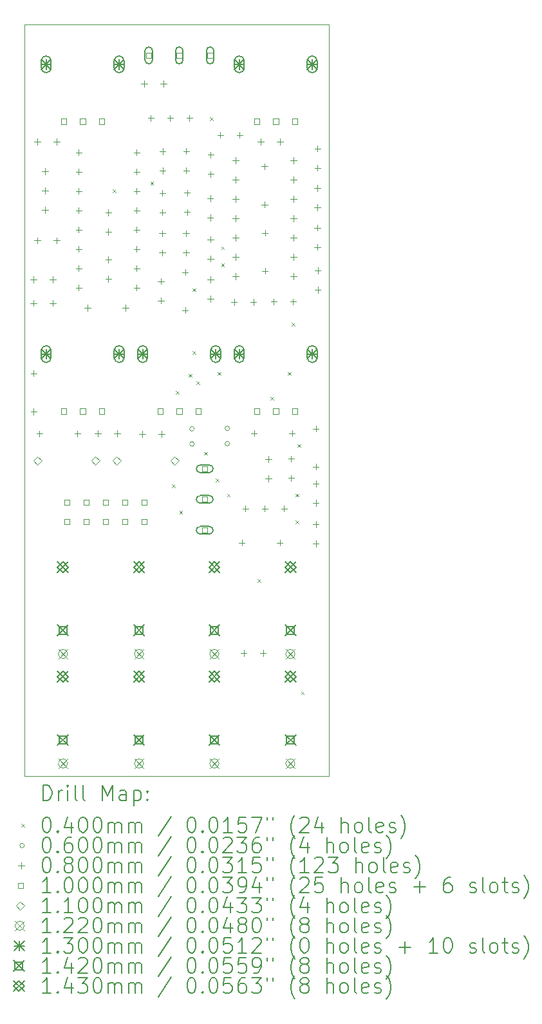
<source format=gbr>
%TF.GenerationSoftware,KiCad,Pcbnew,7.0.2-0*%
%TF.CreationDate,2023-10-25T22:44:16+02:00*%
%TF.ProjectId,3340_vco,33333430-5f76-4636-9f2e-6b696361645f,rev?*%
%TF.SameCoordinates,Original*%
%TF.FileFunction,Drillmap*%
%TF.FilePolarity,Positive*%
%FSLAX45Y45*%
G04 Gerber Fmt 4.5, Leading zero omitted, Abs format (unit mm)*
G04 Created by KiCad (PCBNEW 7.0.2-0) date 2023-10-25 22:44:16*
%MOMM*%
%LPD*%
G01*
G04 APERTURE LIST*
%ADD10C,0.100000*%
%ADD11C,0.200000*%
%ADD12C,0.040000*%
%ADD13C,0.060000*%
%ADD14C,0.080000*%
%ADD15C,0.110000*%
%ADD16C,0.122000*%
%ADD17C,0.130000*%
%ADD18C,0.142000*%
%ADD19C,0.143000*%
G04 APERTURE END LIST*
D10*
X20320000Y-2540000D02*
X20320000Y-12420600D01*
X24320000Y-2540000D02*
X24320000Y-12420600D01*
X20320000Y-12420600D02*
X24320000Y-12420600D01*
X20320000Y-2540000D02*
X24320000Y-2540000D01*
D11*
D12*
X21480000Y-4705000D02*
X21520000Y-4745000D01*
X21520000Y-4705000D02*
X21480000Y-4745000D01*
X21973150Y-4605000D02*
X22013150Y-4645000D01*
X22013150Y-4605000D02*
X21973150Y-4645000D01*
X22255000Y-8580000D02*
X22295000Y-8620000D01*
X22295000Y-8580000D02*
X22255000Y-8620000D01*
X22305000Y-7355000D02*
X22345000Y-7395000D01*
X22345000Y-7355000D02*
X22305000Y-7395000D01*
X22355000Y-8930000D02*
X22395000Y-8970000D01*
X22395000Y-8930000D02*
X22355000Y-8970000D01*
X22478770Y-7131230D02*
X22518770Y-7171230D01*
X22518770Y-7131230D02*
X22478770Y-7171230D01*
X22530000Y-6005000D02*
X22570000Y-6045000D01*
X22570000Y-6005000D02*
X22530000Y-6045000D01*
X22530000Y-6830000D02*
X22570000Y-6870000D01*
X22570000Y-6830000D02*
X22530000Y-6870000D01*
X22580000Y-7230000D02*
X22620000Y-7270000D01*
X22620000Y-7230000D02*
X22580000Y-7270000D01*
X22680000Y-8155000D02*
X22720000Y-8195000D01*
X22720000Y-8155000D02*
X22680000Y-8195000D01*
X22755000Y-3755000D02*
X22795000Y-3795000D01*
X22795000Y-3755000D02*
X22755000Y-3795000D01*
X22830000Y-8505000D02*
X22870000Y-8545000D01*
X22870000Y-8505000D02*
X22830000Y-8545000D01*
X22855000Y-7105000D02*
X22895000Y-7145000D01*
X22895000Y-7105000D02*
X22855000Y-7145000D01*
X22905000Y-5455000D02*
X22945000Y-5495000D01*
X22945000Y-5455000D02*
X22905000Y-5495000D01*
X22905000Y-5680000D02*
X22945000Y-5720000D01*
X22945000Y-5680000D02*
X22905000Y-5720000D01*
X22980000Y-8705000D02*
X23020000Y-8745000D01*
X23020000Y-8705000D02*
X22980000Y-8745000D01*
X23380000Y-9830000D02*
X23420000Y-9870000D01*
X23420000Y-9830000D02*
X23380000Y-9870000D01*
X23555000Y-7430000D02*
X23595000Y-7470000D01*
X23595000Y-7430000D02*
X23555000Y-7470000D01*
X23780000Y-7105000D02*
X23820000Y-7145000D01*
X23820000Y-7105000D02*
X23780000Y-7145000D01*
X23830000Y-6455000D02*
X23870000Y-6495000D01*
X23870000Y-6455000D02*
X23830000Y-6495000D01*
X23880000Y-8705000D02*
X23920000Y-8745000D01*
X23920000Y-8705000D02*
X23880000Y-8745000D01*
X23880000Y-9055000D02*
X23920000Y-9095000D01*
X23920000Y-9055000D02*
X23880000Y-9095000D01*
X23905000Y-8055000D02*
X23945000Y-8095000D01*
X23945000Y-8055000D02*
X23905000Y-8095000D01*
X23955000Y-11305000D02*
X23995000Y-11345000D01*
X23995000Y-11305000D02*
X23955000Y-11345000D01*
D13*
X22549640Y-7851800D02*
G75*
G03*
X22549640Y-7851800I-30000J0D01*
G01*
X22549640Y-8051800D02*
G75*
G03*
X22549640Y-8051800I-30000J0D01*
G01*
X23014460Y-7846720D02*
G75*
G03*
X23014460Y-7846720I-30000J0D01*
G01*
X23014460Y-8046720D02*
G75*
G03*
X23014460Y-8046720I-30000J0D01*
G01*
D14*
X20434300Y-5850260D02*
X20434300Y-5930260D01*
X20394300Y-5890260D02*
X20474300Y-5890260D01*
X20437200Y-6160140D02*
X20437200Y-6240140D01*
X20397200Y-6200140D02*
X20477200Y-6200140D01*
X20439380Y-7083620D02*
X20439380Y-7163620D01*
X20399380Y-7123620D02*
X20479380Y-7123620D01*
X20439380Y-7583620D02*
X20439380Y-7663620D01*
X20399380Y-7623620D02*
X20479380Y-7623620D01*
X20485100Y-4036700D02*
X20485100Y-4116700D01*
X20445100Y-4076700D02*
X20525100Y-4076700D01*
X20487280Y-5337180D02*
X20487280Y-5417180D01*
X20447280Y-5377180D02*
X20527280Y-5377180D01*
X20514500Y-7877180D02*
X20514500Y-7957180D01*
X20474500Y-7917180D02*
X20554500Y-7917180D01*
X20586700Y-4425320D02*
X20586700Y-4505320D01*
X20546700Y-4465320D02*
X20626700Y-4465320D01*
X20586700Y-4679320D02*
X20586700Y-4759320D01*
X20546700Y-4719320D02*
X20626700Y-4719320D01*
X20586700Y-4933320D02*
X20586700Y-5013320D01*
X20546700Y-4973320D02*
X20626700Y-4973320D01*
X20688300Y-5850260D02*
X20688300Y-5930260D01*
X20648300Y-5890260D02*
X20728300Y-5890260D01*
X20691200Y-6160140D02*
X20691200Y-6240140D01*
X20651200Y-6200140D02*
X20731200Y-6200140D01*
X20739100Y-4036700D02*
X20739100Y-4116700D01*
X20699100Y-4076700D02*
X20779100Y-4076700D01*
X20741280Y-5337180D02*
X20741280Y-5417180D01*
X20701280Y-5377180D02*
X20781280Y-5377180D01*
X21014500Y-7877180D02*
X21014500Y-7957180D01*
X20974500Y-7917180D02*
X21054500Y-7917180D01*
X21031200Y-4178940D02*
X21031200Y-4258940D01*
X20991200Y-4218940D02*
X21071200Y-4218940D01*
X21031200Y-4432940D02*
X21031200Y-4512940D01*
X20991200Y-4472940D02*
X21071200Y-4472940D01*
X21031200Y-4686940D02*
X21031200Y-4766940D01*
X20991200Y-4726940D02*
X21071200Y-4726940D01*
X21031200Y-4940940D02*
X21031200Y-5020940D01*
X20991200Y-4980940D02*
X21071200Y-4980940D01*
X21031200Y-5194940D02*
X21031200Y-5274940D01*
X20991200Y-5234940D02*
X21071200Y-5234940D01*
X21031200Y-5448940D02*
X21031200Y-5528940D01*
X20991200Y-5488940D02*
X21071200Y-5488940D01*
X21031200Y-5702940D02*
X21031200Y-5782940D01*
X20991200Y-5742940D02*
X21071200Y-5742940D01*
X21031200Y-5956940D02*
X21031200Y-6036940D01*
X20991200Y-5996940D02*
X21071200Y-5996940D01*
X21146960Y-6223640D02*
X21146960Y-6303640D01*
X21106960Y-6263640D02*
X21186960Y-6263640D01*
X21280480Y-7874640D02*
X21280480Y-7954640D01*
X21240480Y-7914640D02*
X21320480Y-7914640D01*
X21419820Y-4968880D02*
X21419820Y-5048880D01*
X21379820Y-5008880D02*
X21459820Y-5008880D01*
X21419820Y-5222880D02*
X21419820Y-5302880D01*
X21379820Y-5262880D02*
X21459820Y-5262880D01*
X21419820Y-5586460D02*
X21419820Y-5666460D01*
X21379820Y-5626460D02*
X21459820Y-5626460D01*
X21419820Y-5840460D02*
X21419820Y-5920460D01*
X21379820Y-5880460D02*
X21459820Y-5880460D01*
X21534480Y-7874640D02*
X21534480Y-7954640D01*
X21494480Y-7914640D02*
X21574480Y-7914640D01*
X21646960Y-6223640D02*
X21646960Y-6303640D01*
X21606960Y-6263640D02*
X21686960Y-6263640D01*
X21793200Y-4178940D02*
X21793200Y-4258940D01*
X21753200Y-4218940D02*
X21833200Y-4218940D01*
X21793200Y-4432940D02*
X21793200Y-4512940D01*
X21753200Y-4472940D02*
X21833200Y-4472940D01*
X21793200Y-4686940D02*
X21793200Y-4766940D01*
X21753200Y-4726940D02*
X21833200Y-4726940D01*
X21793200Y-4940940D02*
X21793200Y-5020940D01*
X21753200Y-4980940D02*
X21833200Y-4980940D01*
X21793200Y-5194940D02*
X21793200Y-5274940D01*
X21753200Y-5234940D02*
X21833200Y-5234940D01*
X21793200Y-5448940D02*
X21793200Y-5528940D01*
X21753200Y-5488940D02*
X21833200Y-5488940D01*
X21793200Y-5702940D02*
X21793200Y-5782940D01*
X21753200Y-5742940D02*
X21833200Y-5742940D01*
X21793200Y-5956940D02*
X21793200Y-6036940D01*
X21753200Y-5996940D02*
X21833200Y-5996940D01*
X21866860Y-7882260D02*
X21866860Y-7962260D01*
X21826860Y-7922260D02*
X21906860Y-7922260D01*
X21891900Y-3277240D02*
X21891900Y-3357240D01*
X21851900Y-3317240D02*
X21931900Y-3317240D01*
X21980160Y-3726820D02*
X21980160Y-3806820D01*
X21940160Y-3766820D02*
X22020160Y-3766820D01*
X22113240Y-5870940D02*
X22113240Y-5950940D01*
X22073240Y-5910940D02*
X22153240Y-5910940D01*
X22113240Y-6124940D02*
X22113240Y-6204940D01*
X22073240Y-6164940D02*
X22153240Y-6164940D01*
X22120860Y-7882260D02*
X22120860Y-7962260D01*
X22080860Y-7922260D02*
X22160860Y-7922260D01*
X22128480Y-5243200D02*
X22128480Y-5323200D01*
X22088480Y-5283200D02*
X22168480Y-5283200D01*
X22128480Y-5497200D02*
X22128480Y-5577200D01*
X22088480Y-5537200D02*
X22168480Y-5537200D01*
X22131020Y-4712700D02*
X22131020Y-4792700D01*
X22091020Y-4752700D02*
X22171020Y-4752700D01*
X22131020Y-4966700D02*
X22131020Y-5046700D01*
X22091020Y-5006700D02*
X22171020Y-5006700D01*
X22133560Y-4163340D02*
X22133560Y-4243340D01*
X22093560Y-4203340D02*
X22173560Y-4203340D01*
X22133560Y-4417340D02*
X22133560Y-4497340D01*
X22093560Y-4457340D02*
X22173560Y-4457340D01*
X22145900Y-3277240D02*
X22145900Y-3357240D01*
X22105900Y-3317240D02*
X22185900Y-3317240D01*
X22234160Y-3726820D02*
X22234160Y-3806820D01*
X22194160Y-3766820D02*
X22274160Y-3766820D01*
X22430740Y-5752660D02*
X22430740Y-5832660D01*
X22390740Y-5792660D02*
X22470740Y-5792660D01*
X22430740Y-6252660D02*
X22430740Y-6332660D01*
X22390740Y-6292660D02*
X22470740Y-6292660D01*
X22443440Y-5243200D02*
X22443440Y-5323200D01*
X22403440Y-5283200D02*
X22483440Y-5283200D01*
X22443440Y-5497200D02*
X22443440Y-5577200D01*
X22403440Y-5537200D02*
X22483440Y-5537200D01*
X22445980Y-4161160D02*
X22445980Y-4241160D01*
X22405980Y-4201160D02*
X22485980Y-4201160D01*
X22445980Y-4415160D02*
X22445980Y-4495160D01*
X22405980Y-4455160D02*
X22485980Y-4455160D01*
X22456140Y-4710160D02*
X22456140Y-4790160D01*
X22416140Y-4750160D02*
X22496140Y-4750160D01*
X22456140Y-4964160D02*
X22456140Y-5044160D01*
X22416140Y-5004160D02*
X22496140Y-5004160D01*
X22488160Y-3726820D02*
X22488160Y-3806820D01*
X22448160Y-3766820D02*
X22528160Y-3766820D01*
X22760940Y-4782740D02*
X22760940Y-4862740D01*
X22720940Y-4822740D02*
X22800940Y-4822740D01*
X22760940Y-5036740D02*
X22760940Y-5116740D01*
X22720940Y-5076740D02*
X22800940Y-5076740D01*
X22763480Y-5321220D02*
X22763480Y-5401220D01*
X22723480Y-5361220D02*
X22803480Y-5361220D01*
X22763480Y-5575220D02*
X22763480Y-5655220D01*
X22723480Y-5615220D02*
X22803480Y-5615220D01*
X22763480Y-5847720D02*
X22763480Y-5927720D01*
X22723480Y-5887720D02*
X22803480Y-5887720D01*
X22763480Y-6101720D02*
X22763480Y-6181720D01*
X22723480Y-6141720D02*
X22803480Y-6141720D01*
X22766020Y-4209780D02*
X22766020Y-4289780D01*
X22726020Y-4249780D02*
X22806020Y-4249780D01*
X22766020Y-4463780D02*
X22766020Y-4543780D01*
X22726020Y-4503780D02*
X22806020Y-4503780D01*
X22892660Y-3950340D02*
X22892660Y-4030340D01*
X22852660Y-3990340D02*
X22932660Y-3990340D01*
X23073000Y-6144900D02*
X23073000Y-6224900D01*
X23033000Y-6184900D02*
X23113000Y-6184900D01*
X23093680Y-4284900D02*
X23093680Y-4364900D01*
X23053680Y-4324900D02*
X23133680Y-4324900D01*
X23093680Y-4538900D02*
X23093680Y-4618900D01*
X23053680Y-4578900D02*
X23133680Y-4578900D01*
X23093680Y-4792900D02*
X23093680Y-4872900D01*
X23053680Y-4832900D02*
X23133680Y-4832900D01*
X23093680Y-5046900D02*
X23093680Y-5126900D01*
X23053680Y-5086900D02*
X23133680Y-5086900D01*
X23093680Y-5300900D02*
X23093680Y-5380900D01*
X23053680Y-5340900D02*
X23133680Y-5340900D01*
X23093680Y-5554900D02*
X23093680Y-5634900D01*
X23053680Y-5594900D02*
X23133680Y-5594900D01*
X23093680Y-5808900D02*
X23093680Y-5888900D01*
X23053680Y-5848900D02*
X23133680Y-5848900D01*
X23146660Y-3950340D02*
X23146660Y-4030340D01*
X23106660Y-3990340D02*
X23186660Y-3990340D01*
X23175000Y-9310000D02*
X23175000Y-9390000D01*
X23135000Y-9350000D02*
X23215000Y-9350000D01*
X23200500Y-10760000D02*
X23200500Y-10840000D01*
X23160500Y-10800000D02*
X23240500Y-10800000D01*
X23225000Y-8860000D02*
X23225000Y-8940000D01*
X23185000Y-8900000D02*
X23265000Y-8900000D01*
X23327000Y-6144900D02*
X23327000Y-6224900D01*
X23287000Y-6184900D02*
X23367000Y-6184900D01*
X23336440Y-7869560D02*
X23336440Y-7949560D01*
X23296440Y-7909560D02*
X23376440Y-7909560D01*
X23423880Y-4039240D02*
X23423880Y-4119240D01*
X23383880Y-4079240D02*
X23463880Y-4079240D01*
X23454500Y-10760000D02*
X23454500Y-10840000D01*
X23414500Y-10800000D02*
X23494500Y-10800000D01*
X23474680Y-4363280D02*
X23474680Y-4443280D01*
X23434680Y-4403280D02*
X23514680Y-4403280D01*
X23474680Y-4863280D02*
X23474680Y-4943280D01*
X23434680Y-4903280D02*
X23514680Y-4903280D01*
X23479000Y-8860000D02*
X23479000Y-8940000D01*
X23439000Y-8900000D02*
X23519000Y-8900000D01*
X23479760Y-5236320D02*
X23479760Y-5316320D01*
X23439760Y-5276320D02*
X23519760Y-5276320D01*
X23479760Y-5736320D02*
X23479760Y-5816320D01*
X23439760Y-5776320D02*
X23519760Y-5776320D01*
X23525000Y-8210000D02*
X23525000Y-8290000D01*
X23485000Y-8250000D02*
X23565000Y-8250000D01*
X23525000Y-8464000D02*
X23525000Y-8544000D01*
X23485000Y-8504000D02*
X23565000Y-8504000D01*
X23596600Y-6139820D02*
X23596600Y-6219820D01*
X23556600Y-6179820D02*
X23636600Y-6179820D01*
X23675000Y-9310000D02*
X23675000Y-9390000D01*
X23635000Y-9350000D02*
X23715000Y-9350000D01*
X23677880Y-4039240D02*
X23677880Y-4119240D01*
X23637880Y-4079240D02*
X23717880Y-4079240D01*
X23733000Y-8860000D02*
X23733000Y-8940000D01*
X23693000Y-8900000D02*
X23773000Y-8900000D01*
X23825000Y-8205500D02*
X23825000Y-8285500D01*
X23785000Y-8245500D02*
X23865000Y-8245500D01*
X23825000Y-8459500D02*
X23825000Y-8539500D01*
X23785000Y-8499500D02*
X23865000Y-8499500D01*
X23836440Y-7869560D02*
X23836440Y-7949560D01*
X23796440Y-7909560D02*
X23876440Y-7909560D01*
X23850600Y-6139820D02*
X23850600Y-6219820D01*
X23810600Y-6179820D02*
X23890600Y-6179820D01*
X23855680Y-4284900D02*
X23855680Y-4364900D01*
X23815680Y-4324900D02*
X23895680Y-4324900D01*
X23855680Y-4538900D02*
X23855680Y-4618900D01*
X23815680Y-4578900D02*
X23895680Y-4578900D01*
X23855680Y-4792900D02*
X23855680Y-4872900D01*
X23815680Y-4832900D02*
X23895680Y-4832900D01*
X23855680Y-5046900D02*
X23855680Y-5126900D01*
X23815680Y-5086900D02*
X23895680Y-5086900D01*
X23855680Y-5300900D02*
X23855680Y-5380900D01*
X23815680Y-5340900D02*
X23895680Y-5340900D01*
X23855680Y-5554900D02*
X23855680Y-5634900D01*
X23815680Y-5594900D02*
X23895680Y-5594900D01*
X23855680Y-5808900D02*
X23855680Y-5888900D01*
X23815680Y-5848900D02*
X23895680Y-5848900D01*
X24150000Y-7810000D02*
X24150000Y-7890000D01*
X24110000Y-7850000D02*
X24190000Y-7850000D01*
X24150000Y-8310000D02*
X24150000Y-8390000D01*
X24110000Y-8350000D02*
X24190000Y-8350000D01*
X24150000Y-8535000D02*
X24150000Y-8615000D01*
X24110000Y-8575000D02*
X24190000Y-8575000D01*
X24150000Y-8789000D02*
X24150000Y-8869000D01*
X24110000Y-8829000D02*
X24190000Y-8829000D01*
X24150000Y-9067431D02*
X24150000Y-9147431D01*
X24110000Y-9107431D02*
X24190000Y-9107431D01*
X24150000Y-9321431D02*
X24150000Y-9401431D01*
X24110000Y-9361431D02*
X24190000Y-9361431D01*
X24168100Y-4646300D02*
X24168100Y-4726300D01*
X24128100Y-4686300D02*
X24208100Y-4686300D01*
X24168100Y-4900300D02*
X24168100Y-4980300D01*
X24128100Y-4940300D02*
X24208100Y-4940300D01*
X24168100Y-5169900D02*
X24168100Y-5249900D01*
X24128100Y-5209900D02*
X24208100Y-5209900D01*
X24168100Y-5423900D02*
X24168100Y-5503900D01*
X24128100Y-5463900D02*
X24208100Y-5463900D01*
X24173180Y-4128500D02*
X24173180Y-4208500D01*
X24133180Y-4168500D02*
X24213180Y-4168500D01*
X24173180Y-4382500D02*
X24173180Y-4462500D01*
X24133180Y-4422500D02*
X24213180Y-4422500D01*
X24175000Y-5731000D02*
X24175000Y-5811000D01*
X24135000Y-5771000D02*
X24215000Y-5771000D01*
X24175000Y-5985000D02*
X24175000Y-6065000D01*
X24135000Y-6025000D02*
X24215000Y-6025000D01*
D10*
X20867356Y-3846056D02*
X20867356Y-3775344D01*
X20796644Y-3775344D01*
X20796644Y-3846056D01*
X20867356Y-3846056D01*
X20867356Y-7655356D02*
X20867356Y-7584644D01*
X20796644Y-7584644D01*
X20796644Y-7655356D01*
X20867356Y-7655356D01*
X20911616Y-8854236D02*
X20911616Y-8783524D01*
X20840904Y-8783524D01*
X20840904Y-8854236D01*
X20911616Y-8854236D01*
X20911616Y-9108236D02*
X20911616Y-9037524D01*
X20840904Y-9037524D01*
X20840904Y-9108236D01*
X20911616Y-9108236D01*
X21117356Y-3846056D02*
X21117356Y-3775344D01*
X21046644Y-3775344D01*
X21046644Y-3846056D01*
X21117356Y-3846056D01*
X21117356Y-7655356D02*
X21117356Y-7584644D01*
X21046644Y-7584644D01*
X21046644Y-7655356D01*
X21117356Y-7655356D01*
X21165616Y-8854236D02*
X21165616Y-8783524D01*
X21094904Y-8783524D01*
X21094904Y-8854236D01*
X21165616Y-8854236D01*
X21165616Y-9108236D02*
X21165616Y-9037524D01*
X21094904Y-9037524D01*
X21094904Y-9108236D01*
X21165616Y-9108236D01*
X21367356Y-3846056D02*
X21367356Y-3775344D01*
X21296644Y-3775344D01*
X21296644Y-3846056D01*
X21367356Y-3846056D01*
X21367356Y-7655356D02*
X21367356Y-7584644D01*
X21296644Y-7584644D01*
X21296644Y-7655356D01*
X21367356Y-7655356D01*
X21419616Y-8854236D02*
X21419616Y-8783524D01*
X21348904Y-8783524D01*
X21348904Y-8854236D01*
X21419616Y-8854236D01*
X21419616Y-9108236D02*
X21419616Y-9037524D01*
X21348904Y-9037524D01*
X21348904Y-9108236D01*
X21419616Y-9108236D01*
X21673616Y-8854236D02*
X21673616Y-8783524D01*
X21602904Y-8783524D01*
X21602904Y-8854236D01*
X21673616Y-8854236D01*
X21673616Y-9108236D02*
X21673616Y-9037524D01*
X21602904Y-9037524D01*
X21602904Y-9108236D01*
X21673616Y-9108236D01*
X21927616Y-8854236D02*
X21927616Y-8783524D01*
X21856904Y-8783524D01*
X21856904Y-8854236D01*
X21927616Y-8854236D01*
X21927616Y-9108236D02*
X21927616Y-9037524D01*
X21856904Y-9037524D01*
X21856904Y-9108236D01*
X21927616Y-9108236D01*
X21986806Y-2978726D02*
X21986806Y-2908014D01*
X21916094Y-2908014D01*
X21916094Y-2978726D01*
X21986806Y-2978726D01*
D11*
X22001450Y-3003370D02*
X22001450Y-2883370D01*
X22001450Y-2883370D02*
G75*
G03*
X21901450Y-2883370I-50000J0D01*
G01*
X21901450Y-2883370D02*
X21901450Y-3003370D01*
X21901450Y-3003370D02*
G75*
G03*
X22001450Y-3003370I50000J0D01*
G01*
D10*
X22137356Y-7655356D02*
X22137356Y-7584644D01*
X22066644Y-7584644D01*
X22066644Y-7655356D01*
X22137356Y-7655356D01*
X22387356Y-7655356D02*
X22387356Y-7584644D01*
X22316644Y-7584644D01*
X22316644Y-7655356D01*
X22387356Y-7655356D01*
X22388126Y-2978726D02*
X22388126Y-2908014D01*
X22317414Y-2908014D01*
X22317414Y-2978726D01*
X22388126Y-2978726D01*
D11*
X22402770Y-3003370D02*
X22402770Y-2883370D01*
X22402770Y-2883370D02*
G75*
G03*
X22302770Y-2883370I-50000J0D01*
G01*
X22302770Y-2883370D02*
X22302770Y-3003370D01*
X22302770Y-3003370D02*
G75*
G03*
X22402770Y-3003370I50000J0D01*
G01*
D10*
X22637356Y-7655356D02*
X22637356Y-7584644D01*
X22566644Y-7584644D01*
X22566644Y-7655356D01*
X22637356Y-7655356D01*
X22723126Y-8413046D02*
X22723126Y-8342334D01*
X22652414Y-8342334D01*
X22652414Y-8413046D01*
X22723126Y-8413046D01*
D11*
X22627770Y-8427690D02*
X22747770Y-8427690D01*
X22747770Y-8427690D02*
G75*
G03*
X22747770Y-8327690I0J50000D01*
G01*
X22747770Y-8327690D02*
X22627770Y-8327690D01*
X22627770Y-8327690D02*
G75*
G03*
X22627770Y-8427690I0J-50000D01*
G01*
D10*
X22723126Y-8814366D02*
X22723126Y-8743654D01*
X22652414Y-8743654D01*
X22652414Y-8814366D01*
X22723126Y-8814366D01*
D11*
X22627770Y-8829010D02*
X22747770Y-8829010D01*
X22747770Y-8829010D02*
G75*
G03*
X22747770Y-8729010I0J50000D01*
G01*
X22747770Y-8729010D02*
X22627770Y-8729010D01*
X22627770Y-8729010D02*
G75*
G03*
X22627770Y-8829010I0J-50000D01*
G01*
D10*
X22723126Y-9220766D02*
X22723126Y-9150054D01*
X22652414Y-9150054D01*
X22652414Y-9220766D01*
X22723126Y-9220766D01*
D11*
X22627770Y-9235410D02*
X22747770Y-9235410D01*
X22747770Y-9235410D02*
G75*
G03*
X22747770Y-9135410I0J50000D01*
G01*
X22747770Y-9135410D02*
X22627770Y-9135410D01*
X22627770Y-9135410D02*
G75*
G03*
X22627770Y-9235410I0J-50000D01*
G01*
D10*
X22794526Y-2978726D02*
X22794526Y-2908014D01*
X22723814Y-2908014D01*
X22723814Y-2978726D01*
X22794526Y-2978726D01*
D11*
X22809170Y-3003370D02*
X22809170Y-2883370D01*
X22809170Y-2883370D02*
G75*
G03*
X22709170Y-2883370I-50000J0D01*
G01*
X22709170Y-2883370D02*
X22709170Y-3003370D01*
X22709170Y-3003370D02*
G75*
G03*
X22809170Y-3003370I50000J0D01*
G01*
D10*
X23407356Y-3846056D02*
X23407356Y-3775344D01*
X23336644Y-3775344D01*
X23336644Y-3846056D01*
X23407356Y-3846056D01*
X23407356Y-7655356D02*
X23407356Y-7584644D01*
X23336644Y-7584644D01*
X23336644Y-7655356D01*
X23407356Y-7655356D01*
X23657356Y-3846056D02*
X23657356Y-3775344D01*
X23586644Y-3775344D01*
X23586644Y-3846056D01*
X23657356Y-3846056D01*
X23657356Y-7655356D02*
X23657356Y-7584644D01*
X23586644Y-7584644D01*
X23586644Y-7655356D01*
X23657356Y-7655356D01*
X23907356Y-3846056D02*
X23907356Y-3775344D01*
X23836644Y-3775344D01*
X23836644Y-3846056D01*
X23907356Y-3846056D01*
X23907356Y-7655356D02*
X23907356Y-7584644D01*
X23836644Y-7584644D01*
X23836644Y-7655356D01*
X23907356Y-7655356D01*
D15*
X20487640Y-8327780D02*
X20542640Y-8272780D01*
X20487640Y-8217780D01*
X20432640Y-8272780D01*
X20487640Y-8327780D01*
X21249640Y-8327780D02*
X21304640Y-8272780D01*
X21249640Y-8217780D01*
X21194640Y-8272780D01*
X21249640Y-8327780D01*
X21531580Y-8327780D02*
X21586580Y-8272780D01*
X21531580Y-8217780D01*
X21476580Y-8272780D01*
X21531580Y-8327780D01*
X22293580Y-8327780D02*
X22348580Y-8272780D01*
X22293580Y-8217780D01*
X22238580Y-8272780D01*
X22293580Y-8327780D01*
D16*
X20761920Y-10751320D02*
X20883920Y-10873320D01*
X20883920Y-10751320D02*
X20761920Y-10873320D01*
X20883920Y-10812320D02*
G75*
G03*
X20883920Y-10812320I-61000J0D01*
G01*
X20761920Y-12191500D02*
X20883920Y-12313500D01*
X20883920Y-12191500D02*
X20761920Y-12313500D01*
X20883920Y-12252500D02*
G75*
G03*
X20883920Y-12252500I-61000J0D01*
G01*
X21762680Y-10751320D02*
X21884680Y-10873320D01*
X21884680Y-10751320D02*
X21762680Y-10873320D01*
X21884680Y-10812320D02*
G75*
G03*
X21884680Y-10812320I-61000J0D01*
G01*
X21762680Y-12191500D02*
X21884680Y-12313500D01*
X21884680Y-12191500D02*
X21762680Y-12313500D01*
X21884680Y-12252500D02*
G75*
G03*
X21884680Y-12252500I-61000J0D01*
G01*
X22753280Y-10751320D02*
X22875280Y-10873320D01*
X22875280Y-10751320D02*
X22753280Y-10873320D01*
X22875280Y-10812320D02*
G75*
G03*
X22875280Y-10812320I-61000J0D01*
G01*
X22753280Y-12191500D02*
X22875280Y-12313500D01*
X22875280Y-12191500D02*
X22753280Y-12313500D01*
X22875280Y-12252500D02*
G75*
G03*
X22875280Y-12252500I-61000J0D01*
G01*
X23754040Y-10751320D02*
X23876040Y-10873320D01*
X23876040Y-10751320D02*
X23754040Y-10873320D01*
X23876040Y-10812320D02*
G75*
G03*
X23876040Y-10812320I-61000J0D01*
G01*
X23754040Y-12191500D02*
X23876040Y-12313500D01*
X23876040Y-12191500D02*
X23754040Y-12313500D01*
X23876040Y-12252500D02*
G75*
G03*
X23876040Y-12252500I-61000J0D01*
G01*
D17*
X20537000Y-2995700D02*
X20667000Y-3125700D01*
X20667000Y-2995700D02*
X20537000Y-3125700D01*
X20602000Y-2995700D02*
X20602000Y-3125700D01*
X20537000Y-3060700D02*
X20667000Y-3060700D01*
D11*
X20537000Y-3015700D02*
X20537000Y-3105700D01*
X20537000Y-3105700D02*
G75*
G03*
X20667000Y-3105700I65000J0D01*
G01*
X20667000Y-3105700D02*
X20667000Y-3015700D01*
X20667000Y-3015700D02*
G75*
G03*
X20537000Y-3015700I-65000J0D01*
G01*
D17*
X20537000Y-6805000D02*
X20667000Y-6935000D01*
X20667000Y-6805000D02*
X20537000Y-6935000D01*
X20602000Y-6805000D02*
X20602000Y-6935000D01*
X20537000Y-6870000D02*
X20667000Y-6870000D01*
D11*
X20537000Y-6825000D02*
X20537000Y-6915000D01*
X20537000Y-6915000D02*
G75*
G03*
X20667000Y-6915000I65000J0D01*
G01*
X20667000Y-6915000D02*
X20667000Y-6825000D01*
X20667000Y-6825000D02*
G75*
G03*
X20537000Y-6825000I-65000J0D01*
G01*
D17*
X21497000Y-2995700D02*
X21627000Y-3125700D01*
X21627000Y-2995700D02*
X21497000Y-3125700D01*
X21562000Y-2995700D02*
X21562000Y-3125700D01*
X21497000Y-3060700D02*
X21627000Y-3060700D01*
D11*
X21497000Y-3015700D02*
X21497000Y-3105700D01*
X21497000Y-3105700D02*
G75*
G03*
X21627000Y-3105700I65000J0D01*
G01*
X21627000Y-3105700D02*
X21627000Y-3015700D01*
X21627000Y-3015700D02*
G75*
G03*
X21497000Y-3015700I-65000J0D01*
G01*
D17*
X21497000Y-6805000D02*
X21627000Y-6935000D01*
X21627000Y-6805000D02*
X21497000Y-6935000D01*
X21562000Y-6805000D02*
X21562000Y-6935000D01*
X21497000Y-6870000D02*
X21627000Y-6870000D01*
D11*
X21497000Y-6825000D02*
X21497000Y-6915000D01*
X21497000Y-6915000D02*
G75*
G03*
X21627000Y-6915000I65000J0D01*
G01*
X21627000Y-6915000D02*
X21627000Y-6825000D01*
X21627000Y-6825000D02*
G75*
G03*
X21497000Y-6825000I-65000J0D01*
G01*
D17*
X21807000Y-6805000D02*
X21937000Y-6935000D01*
X21937000Y-6805000D02*
X21807000Y-6935000D01*
X21872000Y-6805000D02*
X21872000Y-6935000D01*
X21807000Y-6870000D02*
X21937000Y-6870000D01*
D11*
X21807000Y-6825000D02*
X21807000Y-6915000D01*
X21807000Y-6915000D02*
G75*
G03*
X21937000Y-6915000I65000J0D01*
G01*
X21937000Y-6915000D02*
X21937000Y-6825000D01*
X21937000Y-6825000D02*
G75*
G03*
X21807000Y-6825000I-65000J0D01*
G01*
D17*
X22767000Y-6805000D02*
X22897000Y-6935000D01*
X22897000Y-6805000D02*
X22767000Y-6935000D01*
X22832000Y-6805000D02*
X22832000Y-6935000D01*
X22767000Y-6870000D02*
X22897000Y-6870000D01*
D11*
X22767000Y-6825000D02*
X22767000Y-6915000D01*
X22767000Y-6915000D02*
G75*
G03*
X22897000Y-6915000I65000J0D01*
G01*
X22897000Y-6915000D02*
X22897000Y-6825000D01*
X22897000Y-6825000D02*
G75*
G03*
X22767000Y-6825000I-65000J0D01*
G01*
D17*
X23077000Y-2995700D02*
X23207000Y-3125700D01*
X23207000Y-2995700D02*
X23077000Y-3125700D01*
X23142000Y-2995700D02*
X23142000Y-3125700D01*
X23077000Y-3060700D02*
X23207000Y-3060700D01*
D11*
X23077000Y-3015700D02*
X23077000Y-3105700D01*
X23077000Y-3105700D02*
G75*
G03*
X23207000Y-3105700I65000J0D01*
G01*
X23207000Y-3105700D02*
X23207000Y-3015700D01*
X23207000Y-3015700D02*
G75*
G03*
X23077000Y-3015700I-65000J0D01*
G01*
D17*
X23077000Y-6805000D02*
X23207000Y-6935000D01*
X23207000Y-6805000D02*
X23077000Y-6935000D01*
X23142000Y-6805000D02*
X23142000Y-6935000D01*
X23077000Y-6870000D02*
X23207000Y-6870000D01*
D11*
X23077000Y-6825000D02*
X23077000Y-6915000D01*
X23077000Y-6915000D02*
G75*
G03*
X23207000Y-6915000I65000J0D01*
G01*
X23207000Y-6915000D02*
X23207000Y-6825000D01*
X23207000Y-6825000D02*
G75*
G03*
X23077000Y-6825000I-65000J0D01*
G01*
D17*
X24037000Y-2995700D02*
X24167000Y-3125700D01*
X24167000Y-2995700D02*
X24037000Y-3125700D01*
X24102000Y-2995700D02*
X24102000Y-3125700D01*
X24037000Y-3060700D02*
X24167000Y-3060700D01*
D11*
X24037000Y-3015700D02*
X24037000Y-3105700D01*
X24037000Y-3105700D02*
G75*
G03*
X24167000Y-3105700I65000J0D01*
G01*
X24167000Y-3105700D02*
X24167000Y-3015700D01*
X24167000Y-3015700D02*
G75*
G03*
X24037000Y-3015700I-65000J0D01*
G01*
D17*
X24037000Y-6805000D02*
X24167000Y-6935000D01*
X24167000Y-6805000D02*
X24037000Y-6935000D01*
X24102000Y-6805000D02*
X24102000Y-6935000D01*
X24037000Y-6870000D02*
X24167000Y-6870000D01*
D11*
X24037000Y-6825000D02*
X24037000Y-6915000D01*
X24037000Y-6915000D02*
G75*
G03*
X24167000Y-6915000I65000J0D01*
G01*
X24167000Y-6915000D02*
X24167000Y-6825000D01*
X24167000Y-6825000D02*
G75*
G03*
X24037000Y-6825000I-65000J0D01*
G01*
D18*
X20751920Y-10431320D02*
X20893920Y-10573320D01*
X20893920Y-10431320D02*
X20751920Y-10573320D01*
X20873125Y-10552525D02*
X20873125Y-10452115D01*
X20772715Y-10452115D01*
X20772715Y-10552525D01*
X20873125Y-10552525D01*
X20751920Y-11871500D02*
X20893920Y-12013500D01*
X20893920Y-11871500D02*
X20751920Y-12013500D01*
X20873125Y-11992705D02*
X20873125Y-11892295D01*
X20772715Y-11892295D01*
X20772715Y-11992705D01*
X20873125Y-11992705D01*
X21752680Y-10431320D02*
X21894680Y-10573320D01*
X21894680Y-10431320D02*
X21752680Y-10573320D01*
X21873885Y-10552525D02*
X21873885Y-10452115D01*
X21773475Y-10452115D01*
X21773475Y-10552525D01*
X21873885Y-10552525D01*
X21752680Y-11871500D02*
X21894680Y-12013500D01*
X21894680Y-11871500D02*
X21752680Y-12013500D01*
X21873885Y-11992705D02*
X21873885Y-11892295D01*
X21773475Y-11892295D01*
X21773475Y-11992705D01*
X21873885Y-11992705D01*
X22743280Y-10431320D02*
X22885280Y-10573320D01*
X22885280Y-10431320D02*
X22743280Y-10573320D01*
X22864485Y-10552525D02*
X22864485Y-10452115D01*
X22764075Y-10452115D01*
X22764075Y-10552525D01*
X22864485Y-10552525D01*
X22743280Y-11871500D02*
X22885280Y-12013500D01*
X22885280Y-11871500D02*
X22743280Y-12013500D01*
X22864485Y-11992705D02*
X22864485Y-11892295D01*
X22764075Y-11892295D01*
X22764075Y-11992705D01*
X22864485Y-11992705D01*
X23744040Y-10431320D02*
X23886040Y-10573320D01*
X23886040Y-10431320D02*
X23744040Y-10573320D01*
X23865245Y-10552525D02*
X23865245Y-10452115D01*
X23764835Y-10452115D01*
X23764835Y-10552525D01*
X23865245Y-10552525D01*
X23744040Y-11871500D02*
X23886040Y-12013500D01*
X23886040Y-11871500D02*
X23744040Y-12013500D01*
X23865245Y-11992705D02*
X23865245Y-11892295D01*
X23764835Y-11892295D01*
X23764835Y-11992705D01*
X23865245Y-11992705D01*
D19*
X20751420Y-9600820D02*
X20894420Y-9743820D01*
X20894420Y-9600820D02*
X20751420Y-9743820D01*
X20822920Y-9743820D02*
X20894420Y-9672320D01*
X20822920Y-9600820D01*
X20751420Y-9672320D01*
X20822920Y-9743820D01*
X20751420Y-11041000D02*
X20894420Y-11184000D01*
X20894420Y-11041000D02*
X20751420Y-11184000D01*
X20822920Y-11184000D02*
X20894420Y-11112500D01*
X20822920Y-11041000D01*
X20751420Y-11112500D01*
X20822920Y-11184000D01*
X21752180Y-9600820D02*
X21895180Y-9743820D01*
X21895180Y-9600820D02*
X21752180Y-9743820D01*
X21823680Y-9743820D02*
X21895180Y-9672320D01*
X21823680Y-9600820D01*
X21752180Y-9672320D01*
X21823680Y-9743820D01*
X21752180Y-11041000D02*
X21895180Y-11184000D01*
X21895180Y-11041000D02*
X21752180Y-11184000D01*
X21823680Y-11184000D02*
X21895180Y-11112500D01*
X21823680Y-11041000D01*
X21752180Y-11112500D01*
X21823680Y-11184000D01*
X22742780Y-9600820D02*
X22885780Y-9743820D01*
X22885780Y-9600820D02*
X22742780Y-9743820D01*
X22814280Y-9743820D02*
X22885780Y-9672320D01*
X22814280Y-9600820D01*
X22742780Y-9672320D01*
X22814280Y-9743820D01*
X22742780Y-11041000D02*
X22885780Y-11184000D01*
X22885780Y-11041000D02*
X22742780Y-11184000D01*
X22814280Y-11184000D02*
X22885780Y-11112500D01*
X22814280Y-11041000D01*
X22742780Y-11112500D01*
X22814280Y-11184000D01*
X23743540Y-9600820D02*
X23886540Y-9743820D01*
X23886540Y-9600820D02*
X23743540Y-9743820D01*
X23815040Y-9743820D02*
X23886540Y-9672320D01*
X23815040Y-9600820D01*
X23743540Y-9672320D01*
X23815040Y-9743820D01*
X23743540Y-11041000D02*
X23886540Y-11184000D01*
X23886540Y-11041000D02*
X23743540Y-11184000D01*
X23815040Y-11184000D02*
X23886540Y-11112500D01*
X23815040Y-11041000D01*
X23743540Y-11112500D01*
X23815040Y-11184000D01*
D11*
X20562619Y-12738124D02*
X20562619Y-12538124D01*
X20562619Y-12538124D02*
X20610238Y-12538124D01*
X20610238Y-12538124D02*
X20638810Y-12547648D01*
X20638810Y-12547648D02*
X20657857Y-12566695D01*
X20657857Y-12566695D02*
X20667381Y-12585743D01*
X20667381Y-12585743D02*
X20676905Y-12623838D01*
X20676905Y-12623838D02*
X20676905Y-12652409D01*
X20676905Y-12652409D02*
X20667381Y-12690505D01*
X20667381Y-12690505D02*
X20657857Y-12709552D01*
X20657857Y-12709552D02*
X20638810Y-12728600D01*
X20638810Y-12728600D02*
X20610238Y-12738124D01*
X20610238Y-12738124D02*
X20562619Y-12738124D01*
X20762619Y-12738124D02*
X20762619Y-12604790D01*
X20762619Y-12642886D02*
X20772143Y-12623838D01*
X20772143Y-12623838D02*
X20781667Y-12614314D01*
X20781667Y-12614314D02*
X20800714Y-12604790D01*
X20800714Y-12604790D02*
X20819762Y-12604790D01*
X20886429Y-12738124D02*
X20886429Y-12604790D01*
X20886429Y-12538124D02*
X20876905Y-12547648D01*
X20876905Y-12547648D02*
X20886429Y-12557171D01*
X20886429Y-12557171D02*
X20895952Y-12547648D01*
X20895952Y-12547648D02*
X20886429Y-12538124D01*
X20886429Y-12538124D02*
X20886429Y-12557171D01*
X21010238Y-12738124D02*
X20991190Y-12728600D01*
X20991190Y-12728600D02*
X20981667Y-12709552D01*
X20981667Y-12709552D02*
X20981667Y-12538124D01*
X21115000Y-12738124D02*
X21095952Y-12728600D01*
X21095952Y-12728600D02*
X21086429Y-12709552D01*
X21086429Y-12709552D02*
X21086429Y-12538124D01*
X21343571Y-12738124D02*
X21343571Y-12538124D01*
X21343571Y-12538124D02*
X21410238Y-12680981D01*
X21410238Y-12680981D02*
X21476905Y-12538124D01*
X21476905Y-12538124D02*
X21476905Y-12738124D01*
X21657857Y-12738124D02*
X21657857Y-12633362D01*
X21657857Y-12633362D02*
X21648333Y-12614314D01*
X21648333Y-12614314D02*
X21629286Y-12604790D01*
X21629286Y-12604790D02*
X21591190Y-12604790D01*
X21591190Y-12604790D02*
X21572143Y-12614314D01*
X21657857Y-12728600D02*
X21638810Y-12738124D01*
X21638810Y-12738124D02*
X21591190Y-12738124D01*
X21591190Y-12738124D02*
X21572143Y-12728600D01*
X21572143Y-12728600D02*
X21562619Y-12709552D01*
X21562619Y-12709552D02*
X21562619Y-12690505D01*
X21562619Y-12690505D02*
X21572143Y-12671457D01*
X21572143Y-12671457D02*
X21591190Y-12661933D01*
X21591190Y-12661933D02*
X21638810Y-12661933D01*
X21638810Y-12661933D02*
X21657857Y-12652409D01*
X21753095Y-12604790D02*
X21753095Y-12804790D01*
X21753095Y-12614314D02*
X21772143Y-12604790D01*
X21772143Y-12604790D02*
X21810238Y-12604790D01*
X21810238Y-12604790D02*
X21829286Y-12614314D01*
X21829286Y-12614314D02*
X21838810Y-12623838D01*
X21838810Y-12623838D02*
X21848333Y-12642886D01*
X21848333Y-12642886D02*
X21848333Y-12700028D01*
X21848333Y-12700028D02*
X21838810Y-12719076D01*
X21838810Y-12719076D02*
X21829286Y-12728600D01*
X21829286Y-12728600D02*
X21810238Y-12738124D01*
X21810238Y-12738124D02*
X21772143Y-12738124D01*
X21772143Y-12738124D02*
X21753095Y-12728600D01*
X21934048Y-12719076D02*
X21943571Y-12728600D01*
X21943571Y-12728600D02*
X21934048Y-12738124D01*
X21934048Y-12738124D02*
X21924524Y-12728600D01*
X21924524Y-12728600D02*
X21934048Y-12719076D01*
X21934048Y-12719076D02*
X21934048Y-12738124D01*
X21934048Y-12614314D02*
X21943571Y-12623838D01*
X21943571Y-12623838D02*
X21934048Y-12633362D01*
X21934048Y-12633362D02*
X21924524Y-12623838D01*
X21924524Y-12623838D02*
X21934048Y-12614314D01*
X21934048Y-12614314D02*
X21934048Y-12633362D01*
D12*
X20275000Y-13045600D02*
X20315000Y-13085600D01*
X20315000Y-13045600D02*
X20275000Y-13085600D01*
D11*
X20600714Y-12958124D02*
X20619762Y-12958124D01*
X20619762Y-12958124D02*
X20638810Y-12967648D01*
X20638810Y-12967648D02*
X20648333Y-12977171D01*
X20648333Y-12977171D02*
X20657857Y-12996219D01*
X20657857Y-12996219D02*
X20667381Y-13034314D01*
X20667381Y-13034314D02*
X20667381Y-13081933D01*
X20667381Y-13081933D02*
X20657857Y-13120028D01*
X20657857Y-13120028D02*
X20648333Y-13139076D01*
X20648333Y-13139076D02*
X20638810Y-13148600D01*
X20638810Y-13148600D02*
X20619762Y-13158124D01*
X20619762Y-13158124D02*
X20600714Y-13158124D01*
X20600714Y-13158124D02*
X20581667Y-13148600D01*
X20581667Y-13148600D02*
X20572143Y-13139076D01*
X20572143Y-13139076D02*
X20562619Y-13120028D01*
X20562619Y-13120028D02*
X20553095Y-13081933D01*
X20553095Y-13081933D02*
X20553095Y-13034314D01*
X20553095Y-13034314D02*
X20562619Y-12996219D01*
X20562619Y-12996219D02*
X20572143Y-12977171D01*
X20572143Y-12977171D02*
X20581667Y-12967648D01*
X20581667Y-12967648D02*
X20600714Y-12958124D01*
X20753095Y-13139076D02*
X20762619Y-13148600D01*
X20762619Y-13148600D02*
X20753095Y-13158124D01*
X20753095Y-13158124D02*
X20743571Y-13148600D01*
X20743571Y-13148600D02*
X20753095Y-13139076D01*
X20753095Y-13139076D02*
X20753095Y-13158124D01*
X20934048Y-13024790D02*
X20934048Y-13158124D01*
X20886429Y-12948600D02*
X20838810Y-13091457D01*
X20838810Y-13091457D02*
X20962619Y-13091457D01*
X21076905Y-12958124D02*
X21095952Y-12958124D01*
X21095952Y-12958124D02*
X21115000Y-12967648D01*
X21115000Y-12967648D02*
X21124524Y-12977171D01*
X21124524Y-12977171D02*
X21134048Y-12996219D01*
X21134048Y-12996219D02*
X21143571Y-13034314D01*
X21143571Y-13034314D02*
X21143571Y-13081933D01*
X21143571Y-13081933D02*
X21134048Y-13120028D01*
X21134048Y-13120028D02*
X21124524Y-13139076D01*
X21124524Y-13139076D02*
X21115000Y-13148600D01*
X21115000Y-13148600D02*
X21095952Y-13158124D01*
X21095952Y-13158124D02*
X21076905Y-13158124D01*
X21076905Y-13158124D02*
X21057857Y-13148600D01*
X21057857Y-13148600D02*
X21048333Y-13139076D01*
X21048333Y-13139076D02*
X21038810Y-13120028D01*
X21038810Y-13120028D02*
X21029286Y-13081933D01*
X21029286Y-13081933D02*
X21029286Y-13034314D01*
X21029286Y-13034314D02*
X21038810Y-12996219D01*
X21038810Y-12996219D02*
X21048333Y-12977171D01*
X21048333Y-12977171D02*
X21057857Y-12967648D01*
X21057857Y-12967648D02*
X21076905Y-12958124D01*
X21267381Y-12958124D02*
X21286429Y-12958124D01*
X21286429Y-12958124D02*
X21305476Y-12967648D01*
X21305476Y-12967648D02*
X21315000Y-12977171D01*
X21315000Y-12977171D02*
X21324524Y-12996219D01*
X21324524Y-12996219D02*
X21334048Y-13034314D01*
X21334048Y-13034314D02*
X21334048Y-13081933D01*
X21334048Y-13081933D02*
X21324524Y-13120028D01*
X21324524Y-13120028D02*
X21315000Y-13139076D01*
X21315000Y-13139076D02*
X21305476Y-13148600D01*
X21305476Y-13148600D02*
X21286429Y-13158124D01*
X21286429Y-13158124D02*
X21267381Y-13158124D01*
X21267381Y-13158124D02*
X21248333Y-13148600D01*
X21248333Y-13148600D02*
X21238810Y-13139076D01*
X21238810Y-13139076D02*
X21229286Y-13120028D01*
X21229286Y-13120028D02*
X21219762Y-13081933D01*
X21219762Y-13081933D02*
X21219762Y-13034314D01*
X21219762Y-13034314D02*
X21229286Y-12996219D01*
X21229286Y-12996219D02*
X21238810Y-12977171D01*
X21238810Y-12977171D02*
X21248333Y-12967648D01*
X21248333Y-12967648D02*
X21267381Y-12958124D01*
X21419762Y-13158124D02*
X21419762Y-13024790D01*
X21419762Y-13043838D02*
X21429286Y-13034314D01*
X21429286Y-13034314D02*
X21448333Y-13024790D01*
X21448333Y-13024790D02*
X21476905Y-13024790D01*
X21476905Y-13024790D02*
X21495952Y-13034314D01*
X21495952Y-13034314D02*
X21505476Y-13053362D01*
X21505476Y-13053362D02*
X21505476Y-13158124D01*
X21505476Y-13053362D02*
X21515000Y-13034314D01*
X21515000Y-13034314D02*
X21534048Y-13024790D01*
X21534048Y-13024790D02*
X21562619Y-13024790D01*
X21562619Y-13024790D02*
X21581667Y-13034314D01*
X21581667Y-13034314D02*
X21591191Y-13053362D01*
X21591191Y-13053362D02*
X21591191Y-13158124D01*
X21686429Y-13158124D02*
X21686429Y-13024790D01*
X21686429Y-13043838D02*
X21695952Y-13034314D01*
X21695952Y-13034314D02*
X21715000Y-13024790D01*
X21715000Y-13024790D02*
X21743572Y-13024790D01*
X21743572Y-13024790D02*
X21762619Y-13034314D01*
X21762619Y-13034314D02*
X21772143Y-13053362D01*
X21772143Y-13053362D02*
X21772143Y-13158124D01*
X21772143Y-13053362D02*
X21781667Y-13034314D01*
X21781667Y-13034314D02*
X21800714Y-13024790D01*
X21800714Y-13024790D02*
X21829286Y-13024790D01*
X21829286Y-13024790D02*
X21848333Y-13034314D01*
X21848333Y-13034314D02*
X21857857Y-13053362D01*
X21857857Y-13053362D02*
X21857857Y-13158124D01*
X22248333Y-12948600D02*
X22076905Y-13205743D01*
X22505476Y-12958124D02*
X22524524Y-12958124D01*
X22524524Y-12958124D02*
X22543572Y-12967648D01*
X22543572Y-12967648D02*
X22553095Y-12977171D01*
X22553095Y-12977171D02*
X22562619Y-12996219D01*
X22562619Y-12996219D02*
X22572143Y-13034314D01*
X22572143Y-13034314D02*
X22572143Y-13081933D01*
X22572143Y-13081933D02*
X22562619Y-13120028D01*
X22562619Y-13120028D02*
X22553095Y-13139076D01*
X22553095Y-13139076D02*
X22543572Y-13148600D01*
X22543572Y-13148600D02*
X22524524Y-13158124D01*
X22524524Y-13158124D02*
X22505476Y-13158124D01*
X22505476Y-13158124D02*
X22486429Y-13148600D01*
X22486429Y-13148600D02*
X22476905Y-13139076D01*
X22476905Y-13139076D02*
X22467381Y-13120028D01*
X22467381Y-13120028D02*
X22457857Y-13081933D01*
X22457857Y-13081933D02*
X22457857Y-13034314D01*
X22457857Y-13034314D02*
X22467381Y-12996219D01*
X22467381Y-12996219D02*
X22476905Y-12977171D01*
X22476905Y-12977171D02*
X22486429Y-12967648D01*
X22486429Y-12967648D02*
X22505476Y-12958124D01*
X22657857Y-13139076D02*
X22667381Y-13148600D01*
X22667381Y-13148600D02*
X22657857Y-13158124D01*
X22657857Y-13158124D02*
X22648333Y-13148600D01*
X22648333Y-13148600D02*
X22657857Y-13139076D01*
X22657857Y-13139076D02*
X22657857Y-13158124D01*
X22791191Y-12958124D02*
X22810238Y-12958124D01*
X22810238Y-12958124D02*
X22829286Y-12967648D01*
X22829286Y-12967648D02*
X22838810Y-12977171D01*
X22838810Y-12977171D02*
X22848333Y-12996219D01*
X22848333Y-12996219D02*
X22857857Y-13034314D01*
X22857857Y-13034314D02*
X22857857Y-13081933D01*
X22857857Y-13081933D02*
X22848333Y-13120028D01*
X22848333Y-13120028D02*
X22838810Y-13139076D01*
X22838810Y-13139076D02*
X22829286Y-13148600D01*
X22829286Y-13148600D02*
X22810238Y-13158124D01*
X22810238Y-13158124D02*
X22791191Y-13158124D01*
X22791191Y-13158124D02*
X22772143Y-13148600D01*
X22772143Y-13148600D02*
X22762619Y-13139076D01*
X22762619Y-13139076D02*
X22753095Y-13120028D01*
X22753095Y-13120028D02*
X22743572Y-13081933D01*
X22743572Y-13081933D02*
X22743572Y-13034314D01*
X22743572Y-13034314D02*
X22753095Y-12996219D01*
X22753095Y-12996219D02*
X22762619Y-12977171D01*
X22762619Y-12977171D02*
X22772143Y-12967648D01*
X22772143Y-12967648D02*
X22791191Y-12958124D01*
X23048333Y-13158124D02*
X22934048Y-13158124D01*
X22991191Y-13158124D02*
X22991191Y-12958124D01*
X22991191Y-12958124D02*
X22972143Y-12986695D01*
X22972143Y-12986695D02*
X22953095Y-13005743D01*
X22953095Y-13005743D02*
X22934048Y-13015267D01*
X23229286Y-12958124D02*
X23134048Y-12958124D01*
X23134048Y-12958124D02*
X23124524Y-13053362D01*
X23124524Y-13053362D02*
X23134048Y-13043838D01*
X23134048Y-13043838D02*
X23153095Y-13034314D01*
X23153095Y-13034314D02*
X23200714Y-13034314D01*
X23200714Y-13034314D02*
X23219762Y-13043838D01*
X23219762Y-13043838D02*
X23229286Y-13053362D01*
X23229286Y-13053362D02*
X23238810Y-13072409D01*
X23238810Y-13072409D02*
X23238810Y-13120028D01*
X23238810Y-13120028D02*
X23229286Y-13139076D01*
X23229286Y-13139076D02*
X23219762Y-13148600D01*
X23219762Y-13148600D02*
X23200714Y-13158124D01*
X23200714Y-13158124D02*
X23153095Y-13158124D01*
X23153095Y-13158124D02*
X23134048Y-13148600D01*
X23134048Y-13148600D02*
X23124524Y-13139076D01*
X23305476Y-12958124D02*
X23438810Y-12958124D01*
X23438810Y-12958124D02*
X23353095Y-13158124D01*
X23505476Y-12958124D02*
X23505476Y-12996219D01*
X23581667Y-12958124D02*
X23581667Y-12996219D01*
X23876905Y-13234314D02*
X23867381Y-13224790D01*
X23867381Y-13224790D02*
X23848334Y-13196219D01*
X23848334Y-13196219D02*
X23838810Y-13177171D01*
X23838810Y-13177171D02*
X23829286Y-13148600D01*
X23829286Y-13148600D02*
X23819762Y-13100981D01*
X23819762Y-13100981D02*
X23819762Y-13062886D01*
X23819762Y-13062886D02*
X23829286Y-13015267D01*
X23829286Y-13015267D02*
X23838810Y-12986695D01*
X23838810Y-12986695D02*
X23848334Y-12967648D01*
X23848334Y-12967648D02*
X23867381Y-12939076D01*
X23867381Y-12939076D02*
X23876905Y-12929552D01*
X23943572Y-12977171D02*
X23953095Y-12967648D01*
X23953095Y-12967648D02*
X23972143Y-12958124D01*
X23972143Y-12958124D02*
X24019762Y-12958124D01*
X24019762Y-12958124D02*
X24038810Y-12967648D01*
X24038810Y-12967648D02*
X24048334Y-12977171D01*
X24048334Y-12977171D02*
X24057857Y-12996219D01*
X24057857Y-12996219D02*
X24057857Y-13015267D01*
X24057857Y-13015267D02*
X24048334Y-13043838D01*
X24048334Y-13043838D02*
X23934048Y-13158124D01*
X23934048Y-13158124D02*
X24057857Y-13158124D01*
X24229286Y-13024790D02*
X24229286Y-13158124D01*
X24181667Y-12948600D02*
X24134048Y-13091457D01*
X24134048Y-13091457D02*
X24257857Y-13091457D01*
X24486429Y-13158124D02*
X24486429Y-12958124D01*
X24572143Y-13158124D02*
X24572143Y-13053362D01*
X24572143Y-13053362D02*
X24562619Y-13034314D01*
X24562619Y-13034314D02*
X24543572Y-13024790D01*
X24543572Y-13024790D02*
X24515000Y-13024790D01*
X24515000Y-13024790D02*
X24495953Y-13034314D01*
X24495953Y-13034314D02*
X24486429Y-13043838D01*
X24695953Y-13158124D02*
X24676905Y-13148600D01*
X24676905Y-13148600D02*
X24667381Y-13139076D01*
X24667381Y-13139076D02*
X24657857Y-13120028D01*
X24657857Y-13120028D02*
X24657857Y-13062886D01*
X24657857Y-13062886D02*
X24667381Y-13043838D01*
X24667381Y-13043838D02*
X24676905Y-13034314D01*
X24676905Y-13034314D02*
X24695953Y-13024790D01*
X24695953Y-13024790D02*
X24724524Y-13024790D01*
X24724524Y-13024790D02*
X24743572Y-13034314D01*
X24743572Y-13034314D02*
X24753096Y-13043838D01*
X24753096Y-13043838D02*
X24762619Y-13062886D01*
X24762619Y-13062886D02*
X24762619Y-13120028D01*
X24762619Y-13120028D02*
X24753096Y-13139076D01*
X24753096Y-13139076D02*
X24743572Y-13148600D01*
X24743572Y-13148600D02*
X24724524Y-13158124D01*
X24724524Y-13158124D02*
X24695953Y-13158124D01*
X24876905Y-13158124D02*
X24857857Y-13148600D01*
X24857857Y-13148600D02*
X24848334Y-13129552D01*
X24848334Y-13129552D02*
X24848334Y-12958124D01*
X25029286Y-13148600D02*
X25010238Y-13158124D01*
X25010238Y-13158124D02*
X24972143Y-13158124D01*
X24972143Y-13158124D02*
X24953096Y-13148600D01*
X24953096Y-13148600D02*
X24943572Y-13129552D01*
X24943572Y-13129552D02*
X24943572Y-13053362D01*
X24943572Y-13053362D02*
X24953096Y-13034314D01*
X24953096Y-13034314D02*
X24972143Y-13024790D01*
X24972143Y-13024790D02*
X25010238Y-13024790D01*
X25010238Y-13024790D02*
X25029286Y-13034314D01*
X25029286Y-13034314D02*
X25038810Y-13053362D01*
X25038810Y-13053362D02*
X25038810Y-13072409D01*
X25038810Y-13072409D02*
X24943572Y-13091457D01*
X25115000Y-13148600D02*
X25134048Y-13158124D01*
X25134048Y-13158124D02*
X25172143Y-13158124D01*
X25172143Y-13158124D02*
X25191191Y-13148600D01*
X25191191Y-13148600D02*
X25200715Y-13129552D01*
X25200715Y-13129552D02*
X25200715Y-13120028D01*
X25200715Y-13120028D02*
X25191191Y-13100981D01*
X25191191Y-13100981D02*
X25172143Y-13091457D01*
X25172143Y-13091457D02*
X25143572Y-13091457D01*
X25143572Y-13091457D02*
X25124524Y-13081933D01*
X25124524Y-13081933D02*
X25115000Y-13062886D01*
X25115000Y-13062886D02*
X25115000Y-13053362D01*
X25115000Y-13053362D02*
X25124524Y-13034314D01*
X25124524Y-13034314D02*
X25143572Y-13024790D01*
X25143572Y-13024790D02*
X25172143Y-13024790D01*
X25172143Y-13024790D02*
X25191191Y-13034314D01*
X25267381Y-13234314D02*
X25276905Y-13224790D01*
X25276905Y-13224790D02*
X25295953Y-13196219D01*
X25295953Y-13196219D02*
X25305477Y-13177171D01*
X25305477Y-13177171D02*
X25315000Y-13148600D01*
X25315000Y-13148600D02*
X25324524Y-13100981D01*
X25324524Y-13100981D02*
X25324524Y-13062886D01*
X25324524Y-13062886D02*
X25315000Y-13015267D01*
X25315000Y-13015267D02*
X25305477Y-12986695D01*
X25305477Y-12986695D02*
X25295953Y-12967648D01*
X25295953Y-12967648D02*
X25276905Y-12939076D01*
X25276905Y-12939076D02*
X25267381Y-12929552D01*
D13*
X20315000Y-13329600D02*
G75*
G03*
X20315000Y-13329600I-30000J0D01*
G01*
D11*
X20600714Y-13222124D02*
X20619762Y-13222124D01*
X20619762Y-13222124D02*
X20638810Y-13231648D01*
X20638810Y-13231648D02*
X20648333Y-13241171D01*
X20648333Y-13241171D02*
X20657857Y-13260219D01*
X20657857Y-13260219D02*
X20667381Y-13298314D01*
X20667381Y-13298314D02*
X20667381Y-13345933D01*
X20667381Y-13345933D02*
X20657857Y-13384028D01*
X20657857Y-13384028D02*
X20648333Y-13403076D01*
X20648333Y-13403076D02*
X20638810Y-13412600D01*
X20638810Y-13412600D02*
X20619762Y-13422124D01*
X20619762Y-13422124D02*
X20600714Y-13422124D01*
X20600714Y-13422124D02*
X20581667Y-13412600D01*
X20581667Y-13412600D02*
X20572143Y-13403076D01*
X20572143Y-13403076D02*
X20562619Y-13384028D01*
X20562619Y-13384028D02*
X20553095Y-13345933D01*
X20553095Y-13345933D02*
X20553095Y-13298314D01*
X20553095Y-13298314D02*
X20562619Y-13260219D01*
X20562619Y-13260219D02*
X20572143Y-13241171D01*
X20572143Y-13241171D02*
X20581667Y-13231648D01*
X20581667Y-13231648D02*
X20600714Y-13222124D01*
X20753095Y-13403076D02*
X20762619Y-13412600D01*
X20762619Y-13412600D02*
X20753095Y-13422124D01*
X20753095Y-13422124D02*
X20743571Y-13412600D01*
X20743571Y-13412600D02*
X20753095Y-13403076D01*
X20753095Y-13403076D02*
X20753095Y-13422124D01*
X20934048Y-13222124D02*
X20895952Y-13222124D01*
X20895952Y-13222124D02*
X20876905Y-13231648D01*
X20876905Y-13231648D02*
X20867381Y-13241171D01*
X20867381Y-13241171D02*
X20848333Y-13269743D01*
X20848333Y-13269743D02*
X20838810Y-13307838D01*
X20838810Y-13307838D02*
X20838810Y-13384028D01*
X20838810Y-13384028D02*
X20848333Y-13403076D01*
X20848333Y-13403076D02*
X20857857Y-13412600D01*
X20857857Y-13412600D02*
X20876905Y-13422124D01*
X20876905Y-13422124D02*
X20915000Y-13422124D01*
X20915000Y-13422124D02*
X20934048Y-13412600D01*
X20934048Y-13412600D02*
X20943571Y-13403076D01*
X20943571Y-13403076D02*
X20953095Y-13384028D01*
X20953095Y-13384028D02*
X20953095Y-13336409D01*
X20953095Y-13336409D02*
X20943571Y-13317362D01*
X20943571Y-13317362D02*
X20934048Y-13307838D01*
X20934048Y-13307838D02*
X20915000Y-13298314D01*
X20915000Y-13298314D02*
X20876905Y-13298314D01*
X20876905Y-13298314D02*
X20857857Y-13307838D01*
X20857857Y-13307838D02*
X20848333Y-13317362D01*
X20848333Y-13317362D02*
X20838810Y-13336409D01*
X21076905Y-13222124D02*
X21095952Y-13222124D01*
X21095952Y-13222124D02*
X21115000Y-13231648D01*
X21115000Y-13231648D02*
X21124524Y-13241171D01*
X21124524Y-13241171D02*
X21134048Y-13260219D01*
X21134048Y-13260219D02*
X21143571Y-13298314D01*
X21143571Y-13298314D02*
X21143571Y-13345933D01*
X21143571Y-13345933D02*
X21134048Y-13384028D01*
X21134048Y-13384028D02*
X21124524Y-13403076D01*
X21124524Y-13403076D02*
X21115000Y-13412600D01*
X21115000Y-13412600D02*
X21095952Y-13422124D01*
X21095952Y-13422124D02*
X21076905Y-13422124D01*
X21076905Y-13422124D02*
X21057857Y-13412600D01*
X21057857Y-13412600D02*
X21048333Y-13403076D01*
X21048333Y-13403076D02*
X21038810Y-13384028D01*
X21038810Y-13384028D02*
X21029286Y-13345933D01*
X21029286Y-13345933D02*
X21029286Y-13298314D01*
X21029286Y-13298314D02*
X21038810Y-13260219D01*
X21038810Y-13260219D02*
X21048333Y-13241171D01*
X21048333Y-13241171D02*
X21057857Y-13231648D01*
X21057857Y-13231648D02*
X21076905Y-13222124D01*
X21267381Y-13222124D02*
X21286429Y-13222124D01*
X21286429Y-13222124D02*
X21305476Y-13231648D01*
X21305476Y-13231648D02*
X21315000Y-13241171D01*
X21315000Y-13241171D02*
X21324524Y-13260219D01*
X21324524Y-13260219D02*
X21334048Y-13298314D01*
X21334048Y-13298314D02*
X21334048Y-13345933D01*
X21334048Y-13345933D02*
X21324524Y-13384028D01*
X21324524Y-13384028D02*
X21315000Y-13403076D01*
X21315000Y-13403076D02*
X21305476Y-13412600D01*
X21305476Y-13412600D02*
X21286429Y-13422124D01*
X21286429Y-13422124D02*
X21267381Y-13422124D01*
X21267381Y-13422124D02*
X21248333Y-13412600D01*
X21248333Y-13412600D02*
X21238810Y-13403076D01*
X21238810Y-13403076D02*
X21229286Y-13384028D01*
X21229286Y-13384028D02*
X21219762Y-13345933D01*
X21219762Y-13345933D02*
X21219762Y-13298314D01*
X21219762Y-13298314D02*
X21229286Y-13260219D01*
X21229286Y-13260219D02*
X21238810Y-13241171D01*
X21238810Y-13241171D02*
X21248333Y-13231648D01*
X21248333Y-13231648D02*
X21267381Y-13222124D01*
X21419762Y-13422124D02*
X21419762Y-13288790D01*
X21419762Y-13307838D02*
X21429286Y-13298314D01*
X21429286Y-13298314D02*
X21448333Y-13288790D01*
X21448333Y-13288790D02*
X21476905Y-13288790D01*
X21476905Y-13288790D02*
X21495952Y-13298314D01*
X21495952Y-13298314D02*
X21505476Y-13317362D01*
X21505476Y-13317362D02*
X21505476Y-13422124D01*
X21505476Y-13317362D02*
X21515000Y-13298314D01*
X21515000Y-13298314D02*
X21534048Y-13288790D01*
X21534048Y-13288790D02*
X21562619Y-13288790D01*
X21562619Y-13288790D02*
X21581667Y-13298314D01*
X21581667Y-13298314D02*
X21591191Y-13317362D01*
X21591191Y-13317362D02*
X21591191Y-13422124D01*
X21686429Y-13422124D02*
X21686429Y-13288790D01*
X21686429Y-13307838D02*
X21695952Y-13298314D01*
X21695952Y-13298314D02*
X21715000Y-13288790D01*
X21715000Y-13288790D02*
X21743572Y-13288790D01*
X21743572Y-13288790D02*
X21762619Y-13298314D01*
X21762619Y-13298314D02*
X21772143Y-13317362D01*
X21772143Y-13317362D02*
X21772143Y-13422124D01*
X21772143Y-13317362D02*
X21781667Y-13298314D01*
X21781667Y-13298314D02*
X21800714Y-13288790D01*
X21800714Y-13288790D02*
X21829286Y-13288790D01*
X21829286Y-13288790D02*
X21848333Y-13298314D01*
X21848333Y-13298314D02*
X21857857Y-13317362D01*
X21857857Y-13317362D02*
X21857857Y-13422124D01*
X22248333Y-13212600D02*
X22076905Y-13469743D01*
X22505476Y-13222124D02*
X22524524Y-13222124D01*
X22524524Y-13222124D02*
X22543572Y-13231648D01*
X22543572Y-13231648D02*
X22553095Y-13241171D01*
X22553095Y-13241171D02*
X22562619Y-13260219D01*
X22562619Y-13260219D02*
X22572143Y-13298314D01*
X22572143Y-13298314D02*
X22572143Y-13345933D01*
X22572143Y-13345933D02*
X22562619Y-13384028D01*
X22562619Y-13384028D02*
X22553095Y-13403076D01*
X22553095Y-13403076D02*
X22543572Y-13412600D01*
X22543572Y-13412600D02*
X22524524Y-13422124D01*
X22524524Y-13422124D02*
X22505476Y-13422124D01*
X22505476Y-13422124D02*
X22486429Y-13412600D01*
X22486429Y-13412600D02*
X22476905Y-13403076D01*
X22476905Y-13403076D02*
X22467381Y-13384028D01*
X22467381Y-13384028D02*
X22457857Y-13345933D01*
X22457857Y-13345933D02*
X22457857Y-13298314D01*
X22457857Y-13298314D02*
X22467381Y-13260219D01*
X22467381Y-13260219D02*
X22476905Y-13241171D01*
X22476905Y-13241171D02*
X22486429Y-13231648D01*
X22486429Y-13231648D02*
X22505476Y-13222124D01*
X22657857Y-13403076D02*
X22667381Y-13412600D01*
X22667381Y-13412600D02*
X22657857Y-13422124D01*
X22657857Y-13422124D02*
X22648333Y-13412600D01*
X22648333Y-13412600D02*
X22657857Y-13403076D01*
X22657857Y-13403076D02*
X22657857Y-13422124D01*
X22791191Y-13222124D02*
X22810238Y-13222124D01*
X22810238Y-13222124D02*
X22829286Y-13231648D01*
X22829286Y-13231648D02*
X22838810Y-13241171D01*
X22838810Y-13241171D02*
X22848333Y-13260219D01*
X22848333Y-13260219D02*
X22857857Y-13298314D01*
X22857857Y-13298314D02*
X22857857Y-13345933D01*
X22857857Y-13345933D02*
X22848333Y-13384028D01*
X22848333Y-13384028D02*
X22838810Y-13403076D01*
X22838810Y-13403076D02*
X22829286Y-13412600D01*
X22829286Y-13412600D02*
X22810238Y-13422124D01*
X22810238Y-13422124D02*
X22791191Y-13422124D01*
X22791191Y-13422124D02*
X22772143Y-13412600D01*
X22772143Y-13412600D02*
X22762619Y-13403076D01*
X22762619Y-13403076D02*
X22753095Y-13384028D01*
X22753095Y-13384028D02*
X22743572Y-13345933D01*
X22743572Y-13345933D02*
X22743572Y-13298314D01*
X22743572Y-13298314D02*
X22753095Y-13260219D01*
X22753095Y-13260219D02*
X22762619Y-13241171D01*
X22762619Y-13241171D02*
X22772143Y-13231648D01*
X22772143Y-13231648D02*
X22791191Y-13222124D01*
X22934048Y-13241171D02*
X22943572Y-13231648D01*
X22943572Y-13231648D02*
X22962619Y-13222124D01*
X22962619Y-13222124D02*
X23010238Y-13222124D01*
X23010238Y-13222124D02*
X23029286Y-13231648D01*
X23029286Y-13231648D02*
X23038810Y-13241171D01*
X23038810Y-13241171D02*
X23048333Y-13260219D01*
X23048333Y-13260219D02*
X23048333Y-13279267D01*
X23048333Y-13279267D02*
X23038810Y-13307838D01*
X23038810Y-13307838D02*
X22924524Y-13422124D01*
X22924524Y-13422124D02*
X23048333Y-13422124D01*
X23115000Y-13222124D02*
X23238810Y-13222124D01*
X23238810Y-13222124D02*
X23172143Y-13298314D01*
X23172143Y-13298314D02*
X23200714Y-13298314D01*
X23200714Y-13298314D02*
X23219762Y-13307838D01*
X23219762Y-13307838D02*
X23229286Y-13317362D01*
X23229286Y-13317362D02*
X23238810Y-13336409D01*
X23238810Y-13336409D02*
X23238810Y-13384028D01*
X23238810Y-13384028D02*
X23229286Y-13403076D01*
X23229286Y-13403076D02*
X23219762Y-13412600D01*
X23219762Y-13412600D02*
X23200714Y-13422124D01*
X23200714Y-13422124D02*
X23143572Y-13422124D01*
X23143572Y-13422124D02*
X23124524Y-13412600D01*
X23124524Y-13412600D02*
X23115000Y-13403076D01*
X23410238Y-13222124D02*
X23372143Y-13222124D01*
X23372143Y-13222124D02*
X23353095Y-13231648D01*
X23353095Y-13231648D02*
X23343572Y-13241171D01*
X23343572Y-13241171D02*
X23324524Y-13269743D01*
X23324524Y-13269743D02*
X23315000Y-13307838D01*
X23315000Y-13307838D02*
X23315000Y-13384028D01*
X23315000Y-13384028D02*
X23324524Y-13403076D01*
X23324524Y-13403076D02*
X23334048Y-13412600D01*
X23334048Y-13412600D02*
X23353095Y-13422124D01*
X23353095Y-13422124D02*
X23391191Y-13422124D01*
X23391191Y-13422124D02*
X23410238Y-13412600D01*
X23410238Y-13412600D02*
X23419762Y-13403076D01*
X23419762Y-13403076D02*
X23429286Y-13384028D01*
X23429286Y-13384028D02*
X23429286Y-13336409D01*
X23429286Y-13336409D02*
X23419762Y-13317362D01*
X23419762Y-13317362D02*
X23410238Y-13307838D01*
X23410238Y-13307838D02*
X23391191Y-13298314D01*
X23391191Y-13298314D02*
X23353095Y-13298314D01*
X23353095Y-13298314D02*
X23334048Y-13307838D01*
X23334048Y-13307838D02*
X23324524Y-13317362D01*
X23324524Y-13317362D02*
X23315000Y-13336409D01*
X23505476Y-13222124D02*
X23505476Y-13260219D01*
X23581667Y-13222124D02*
X23581667Y-13260219D01*
X23876905Y-13498314D02*
X23867381Y-13488790D01*
X23867381Y-13488790D02*
X23848334Y-13460219D01*
X23848334Y-13460219D02*
X23838810Y-13441171D01*
X23838810Y-13441171D02*
X23829286Y-13412600D01*
X23829286Y-13412600D02*
X23819762Y-13364981D01*
X23819762Y-13364981D02*
X23819762Y-13326886D01*
X23819762Y-13326886D02*
X23829286Y-13279267D01*
X23829286Y-13279267D02*
X23838810Y-13250695D01*
X23838810Y-13250695D02*
X23848334Y-13231648D01*
X23848334Y-13231648D02*
X23867381Y-13203076D01*
X23867381Y-13203076D02*
X23876905Y-13193552D01*
X24038810Y-13288790D02*
X24038810Y-13422124D01*
X23991191Y-13212600D02*
X23943572Y-13355457D01*
X23943572Y-13355457D02*
X24067381Y-13355457D01*
X24295953Y-13422124D02*
X24295953Y-13222124D01*
X24381667Y-13422124D02*
X24381667Y-13317362D01*
X24381667Y-13317362D02*
X24372143Y-13298314D01*
X24372143Y-13298314D02*
X24353096Y-13288790D01*
X24353096Y-13288790D02*
X24324524Y-13288790D01*
X24324524Y-13288790D02*
X24305476Y-13298314D01*
X24305476Y-13298314D02*
X24295953Y-13307838D01*
X24505476Y-13422124D02*
X24486429Y-13412600D01*
X24486429Y-13412600D02*
X24476905Y-13403076D01*
X24476905Y-13403076D02*
X24467381Y-13384028D01*
X24467381Y-13384028D02*
X24467381Y-13326886D01*
X24467381Y-13326886D02*
X24476905Y-13307838D01*
X24476905Y-13307838D02*
X24486429Y-13298314D01*
X24486429Y-13298314D02*
X24505476Y-13288790D01*
X24505476Y-13288790D02*
X24534048Y-13288790D01*
X24534048Y-13288790D02*
X24553096Y-13298314D01*
X24553096Y-13298314D02*
X24562619Y-13307838D01*
X24562619Y-13307838D02*
X24572143Y-13326886D01*
X24572143Y-13326886D02*
X24572143Y-13384028D01*
X24572143Y-13384028D02*
X24562619Y-13403076D01*
X24562619Y-13403076D02*
X24553096Y-13412600D01*
X24553096Y-13412600D02*
X24534048Y-13422124D01*
X24534048Y-13422124D02*
X24505476Y-13422124D01*
X24686429Y-13422124D02*
X24667381Y-13412600D01*
X24667381Y-13412600D02*
X24657857Y-13393552D01*
X24657857Y-13393552D02*
X24657857Y-13222124D01*
X24838810Y-13412600D02*
X24819762Y-13422124D01*
X24819762Y-13422124D02*
X24781667Y-13422124D01*
X24781667Y-13422124D02*
X24762619Y-13412600D01*
X24762619Y-13412600D02*
X24753096Y-13393552D01*
X24753096Y-13393552D02*
X24753096Y-13317362D01*
X24753096Y-13317362D02*
X24762619Y-13298314D01*
X24762619Y-13298314D02*
X24781667Y-13288790D01*
X24781667Y-13288790D02*
X24819762Y-13288790D01*
X24819762Y-13288790D02*
X24838810Y-13298314D01*
X24838810Y-13298314D02*
X24848334Y-13317362D01*
X24848334Y-13317362D02*
X24848334Y-13336409D01*
X24848334Y-13336409D02*
X24753096Y-13355457D01*
X24924524Y-13412600D02*
X24943572Y-13422124D01*
X24943572Y-13422124D02*
X24981667Y-13422124D01*
X24981667Y-13422124D02*
X25000715Y-13412600D01*
X25000715Y-13412600D02*
X25010238Y-13393552D01*
X25010238Y-13393552D02*
X25010238Y-13384028D01*
X25010238Y-13384028D02*
X25000715Y-13364981D01*
X25000715Y-13364981D02*
X24981667Y-13355457D01*
X24981667Y-13355457D02*
X24953096Y-13355457D01*
X24953096Y-13355457D02*
X24934048Y-13345933D01*
X24934048Y-13345933D02*
X24924524Y-13326886D01*
X24924524Y-13326886D02*
X24924524Y-13317362D01*
X24924524Y-13317362D02*
X24934048Y-13298314D01*
X24934048Y-13298314D02*
X24953096Y-13288790D01*
X24953096Y-13288790D02*
X24981667Y-13288790D01*
X24981667Y-13288790D02*
X25000715Y-13298314D01*
X25076905Y-13498314D02*
X25086429Y-13488790D01*
X25086429Y-13488790D02*
X25105477Y-13460219D01*
X25105477Y-13460219D02*
X25115000Y-13441171D01*
X25115000Y-13441171D02*
X25124524Y-13412600D01*
X25124524Y-13412600D02*
X25134048Y-13364981D01*
X25134048Y-13364981D02*
X25134048Y-13326886D01*
X25134048Y-13326886D02*
X25124524Y-13279267D01*
X25124524Y-13279267D02*
X25115000Y-13250695D01*
X25115000Y-13250695D02*
X25105477Y-13231648D01*
X25105477Y-13231648D02*
X25086429Y-13203076D01*
X25086429Y-13203076D02*
X25076905Y-13193552D01*
D14*
X20275000Y-13553600D02*
X20275000Y-13633600D01*
X20235000Y-13593600D02*
X20315000Y-13593600D01*
D11*
X20600714Y-13486124D02*
X20619762Y-13486124D01*
X20619762Y-13486124D02*
X20638810Y-13495648D01*
X20638810Y-13495648D02*
X20648333Y-13505171D01*
X20648333Y-13505171D02*
X20657857Y-13524219D01*
X20657857Y-13524219D02*
X20667381Y-13562314D01*
X20667381Y-13562314D02*
X20667381Y-13609933D01*
X20667381Y-13609933D02*
X20657857Y-13648028D01*
X20657857Y-13648028D02*
X20648333Y-13667076D01*
X20648333Y-13667076D02*
X20638810Y-13676600D01*
X20638810Y-13676600D02*
X20619762Y-13686124D01*
X20619762Y-13686124D02*
X20600714Y-13686124D01*
X20600714Y-13686124D02*
X20581667Y-13676600D01*
X20581667Y-13676600D02*
X20572143Y-13667076D01*
X20572143Y-13667076D02*
X20562619Y-13648028D01*
X20562619Y-13648028D02*
X20553095Y-13609933D01*
X20553095Y-13609933D02*
X20553095Y-13562314D01*
X20553095Y-13562314D02*
X20562619Y-13524219D01*
X20562619Y-13524219D02*
X20572143Y-13505171D01*
X20572143Y-13505171D02*
X20581667Y-13495648D01*
X20581667Y-13495648D02*
X20600714Y-13486124D01*
X20753095Y-13667076D02*
X20762619Y-13676600D01*
X20762619Y-13676600D02*
X20753095Y-13686124D01*
X20753095Y-13686124D02*
X20743571Y-13676600D01*
X20743571Y-13676600D02*
X20753095Y-13667076D01*
X20753095Y-13667076D02*
X20753095Y-13686124D01*
X20876905Y-13571838D02*
X20857857Y-13562314D01*
X20857857Y-13562314D02*
X20848333Y-13552790D01*
X20848333Y-13552790D02*
X20838810Y-13533743D01*
X20838810Y-13533743D02*
X20838810Y-13524219D01*
X20838810Y-13524219D02*
X20848333Y-13505171D01*
X20848333Y-13505171D02*
X20857857Y-13495648D01*
X20857857Y-13495648D02*
X20876905Y-13486124D01*
X20876905Y-13486124D02*
X20915000Y-13486124D01*
X20915000Y-13486124D02*
X20934048Y-13495648D01*
X20934048Y-13495648D02*
X20943571Y-13505171D01*
X20943571Y-13505171D02*
X20953095Y-13524219D01*
X20953095Y-13524219D02*
X20953095Y-13533743D01*
X20953095Y-13533743D02*
X20943571Y-13552790D01*
X20943571Y-13552790D02*
X20934048Y-13562314D01*
X20934048Y-13562314D02*
X20915000Y-13571838D01*
X20915000Y-13571838D02*
X20876905Y-13571838D01*
X20876905Y-13571838D02*
X20857857Y-13581362D01*
X20857857Y-13581362D02*
X20848333Y-13590886D01*
X20848333Y-13590886D02*
X20838810Y-13609933D01*
X20838810Y-13609933D02*
X20838810Y-13648028D01*
X20838810Y-13648028D02*
X20848333Y-13667076D01*
X20848333Y-13667076D02*
X20857857Y-13676600D01*
X20857857Y-13676600D02*
X20876905Y-13686124D01*
X20876905Y-13686124D02*
X20915000Y-13686124D01*
X20915000Y-13686124D02*
X20934048Y-13676600D01*
X20934048Y-13676600D02*
X20943571Y-13667076D01*
X20943571Y-13667076D02*
X20953095Y-13648028D01*
X20953095Y-13648028D02*
X20953095Y-13609933D01*
X20953095Y-13609933D02*
X20943571Y-13590886D01*
X20943571Y-13590886D02*
X20934048Y-13581362D01*
X20934048Y-13581362D02*
X20915000Y-13571838D01*
X21076905Y-13486124D02*
X21095952Y-13486124D01*
X21095952Y-13486124D02*
X21115000Y-13495648D01*
X21115000Y-13495648D02*
X21124524Y-13505171D01*
X21124524Y-13505171D02*
X21134048Y-13524219D01*
X21134048Y-13524219D02*
X21143571Y-13562314D01*
X21143571Y-13562314D02*
X21143571Y-13609933D01*
X21143571Y-13609933D02*
X21134048Y-13648028D01*
X21134048Y-13648028D02*
X21124524Y-13667076D01*
X21124524Y-13667076D02*
X21115000Y-13676600D01*
X21115000Y-13676600D02*
X21095952Y-13686124D01*
X21095952Y-13686124D02*
X21076905Y-13686124D01*
X21076905Y-13686124D02*
X21057857Y-13676600D01*
X21057857Y-13676600D02*
X21048333Y-13667076D01*
X21048333Y-13667076D02*
X21038810Y-13648028D01*
X21038810Y-13648028D02*
X21029286Y-13609933D01*
X21029286Y-13609933D02*
X21029286Y-13562314D01*
X21029286Y-13562314D02*
X21038810Y-13524219D01*
X21038810Y-13524219D02*
X21048333Y-13505171D01*
X21048333Y-13505171D02*
X21057857Y-13495648D01*
X21057857Y-13495648D02*
X21076905Y-13486124D01*
X21267381Y-13486124D02*
X21286429Y-13486124D01*
X21286429Y-13486124D02*
X21305476Y-13495648D01*
X21305476Y-13495648D02*
X21315000Y-13505171D01*
X21315000Y-13505171D02*
X21324524Y-13524219D01*
X21324524Y-13524219D02*
X21334048Y-13562314D01*
X21334048Y-13562314D02*
X21334048Y-13609933D01*
X21334048Y-13609933D02*
X21324524Y-13648028D01*
X21324524Y-13648028D02*
X21315000Y-13667076D01*
X21315000Y-13667076D02*
X21305476Y-13676600D01*
X21305476Y-13676600D02*
X21286429Y-13686124D01*
X21286429Y-13686124D02*
X21267381Y-13686124D01*
X21267381Y-13686124D02*
X21248333Y-13676600D01*
X21248333Y-13676600D02*
X21238810Y-13667076D01*
X21238810Y-13667076D02*
X21229286Y-13648028D01*
X21229286Y-13648028D02*
X21219762Y-13609933D01*
X21219762Y-13609933D02*
X21219762Y-13562314D01*
X21219762Y-13562314D02*
X21229286Y-13524219D01*
X21229286Y-13524219D02*
X21238810Y-13505171D01*
X21238810Y-13505171D02*
X21248333Y-13495648D01*
X21248333Y-13495648D02*
X21267381Y-13486124D01*
X21419762Y-13686124D02*
X21419762Y-13552790D01*
X21419762Y-13571838D02*
X21429286Y-13562314D01*
X21429286Y-13562314D02*
X21448333Y-13552790D01*
X21448333Y-13552790D02*
X21476905Y-13552790D01*
X21476905Y-13552790D02*
X21495952Y-13562314D01*
X21495952Y-13562314D02*
X21505476Y-13581362D01*
X21505476Y-13581362D02*
X21505476Y-13686124D01*
X21505476Y-13581362D02*
X21515000Y-13562314D01*
X21515000Y-13562314D02*
X21534048Y-13552790D01*
X21534048Y-13552790D02*
X21562619Y-13552790D01*
X21562619Y-13552790D02*
X21581667Y-13562314D01*
X21581667Y-13562314D02*
X21591191Y-13581362D01*
X21591191Y-13581362D02*
X21591191Y-13686124D01*
X21686429Y-13686124D02*
X21686429Y-13552790D01*
X21686429Y-13571838D02*
X21695952Y-13562314D01*
X21695952Y-13562314D02*
X21715000Y-13552790D01*
X21715000Y-13552790D02*
X21743572Y-13552790D01*
X21743572Y-13552790D02*
X21762619Y-13562314D01*
X21762619Y-13562314D02*
X21772143Y-13581362D01*
X21772143Y-13581362D02*
X21772143Y-13686124D01*
X21772143Y-13581362D02*
X21781667Y-13562314D01*
X21781667Y-13562314D02*
X21800714Y-13552790D01*
X21800714Y-13552790D02*
X21829286Y-13552790D01*
X21829286Y-13552790D02*
X21848333Y-13562314D01*
X21848333Y-13562314D02*
X21857857Y-13581362D01*
X21857857Y-13581362D02*
X21857857Y-13686124D01*
X22248333Y-13476600D02*
X22076905Y-13733743D01*
X22505476Y-13486124D02*
X22524524Y-13486124D01*
X22524524Y-13486124D02*
X22543572Y-13495648D01*
X22543572Y-13495648D02*
X22553095Y-13505171D01*
X22553095Y-13505171D02*
X22562619Y-13524219D01*
X22562619Y-13524219D02*
X22572143Y-13562314D01*
X22572143Y-13562314D02*
X22572143Y-13609933D01*
X22572143Y-13609933D02*
X22562619Y-13648028D01*
X22562619Y-13648028D02*
X22553095Y-13667076D01*
X22553095Y-13667076D02*
X22543572Y-13676600D01*
X22543572Y-13676600D02*
X22524524Y-13686124D01*
X22524524Y-13686124D02*
X22505476Y-13686124D01*
X22505476Y-13686124D02*
X22486429Y-13676600D01*
X22486429Y-13676600D02*
X22476905Y-13667076D01*
X22476905Y-13667076D02*
X22467381Y-13648028D01*
X22467381Y-13648028D02*
X22457857Y-13609933D01*
X22457857Y-13609933D02*
X22457857Y-13562314D01*
X22457857Y-13562314D02*
X22467381Y-13524219D01*
X22467381Y-13524219D02*
X22476905Y-13505171D01*
X22476905Y-13505171D02*
X22486429Y-13495648D01*
X22486429Y-13495648D02*
X22505476Y-13486124D01*
X22657857Y-13667076D02*
X22667381Y-13676600D01*
X22667381Y-13676600D02*
X22657857Y-13686124D01*
X22657857Y-13686124D02*
X22648333Y-13676600D01*
X22648333Y-13676600D02*
X22657857Y-13667076D01*
X22657857Y-13667076D02*
X22657857Y-13686124D01*
X22791191Y-13486124D02*
X22810238Y-13486124D01*
X22810238Y-13486124D02*
X22829286Y-13495648D01*
X22829286Y-13495648D02*
X22838810Y-13505171D01*
X22838810Y-13505171D02*
X22848333Y-13524219D01*
X22848333Y-13524219D02*
X22857857Y-13562314D01*
X22857857Y-13562314D02*
X22857857Y-13609933D01*
X22857857Y-13609933D02*
X22848333Y-13648028D01*
X22848333Y-13648028D02*
X22838810Y-13667076D01*
X22838810Y-13667076D02*
X22829286Y-13676600D01*
X22829286Y-13676600D02*
X22810238Y-13686124D01*
X22810238Y-13686124D02*
X22791191Y-13686124D01*
X22791191Y-13686124D02*
X22772143Y-13676600D01*
X22772143Y-13676600D02*
X22762619Y-13667076D01*
X22762619Y-13667076D02*
X22753095Y-13648028D01*
X22753095Y-13648028D02*
X22743572Y-13609933D01*
X22743572Y-13609933D02*
X22743572Y-13562314D01*
X22743572Y-13562314D02*
X22753095Y-13524219D01*
X22753095Y-13524219D02*
X22762619Y-13505171D01*
X22762619Y-13505171D02*
X22772143Y-13495648D01*
X22772143Y-13495648D02*
X22791191Y-13486124D01*
X22924524Y-13486124D02*
X23048333Y-13486124D01*
X23048333Y-13486124D02*
X22981667Y-13562314D01*
X22981667Y-13562314D02*
X23010238Y-13562314D01*
X23010238Y-13562314D02*
X23029286Y-13571838D01*
X23029286Y-13571838D02*
X23038810Y-13581362D01*
X23038810Y-13581362D02*
X23048333Y-13600409D01*
X23048333Y-13600409D02*
X23048333Y-13648028D01*
X23048333Y-13648028D02*
X23038810Y-13667076D01*
X23038810Y-13667076D02*
X23029286Y-13676600D01*
X23029286Y-13676600D02*
X23010238Y-13686124D01*
X23010238Y-13686124D02*
X22953095Y-13686124D01*
X22953095Y-13686124D02*
X22934048Y-13676600D01*
X22934048Y-13676600D02*
X22924524Y-13667076D01*
X23238810Y-13686124D02*
X23124524Y-13686124D01*
X23181667Y-13686124D02*
X23181667Y-13486124D01*
X23181667Y-13486124D02*
X23162619Y-13514695D01*
X23162619Y-13514695D02*
X23143572Y-13533743D01*
X23143572Y-13533743D02*
X23124524Y-13543267D01*
X23419762Y-13486124D02*
X23324524Y-13486124D01*
X23324524Y-13486124D02*
X23315000Y-13581362D01*
X23315000Y-13581362D02*
X23324524Y-13571838D01*
X23324524Y-13571838D02*
X23343572Y-13562314D01*
X23343572Y-13562314D02*
X23391191Y-13562314D01*
X23391191Y-13562314D02*
X23410238Y-13571838D01*
X23410238Y-13571838D02*
X23419762Y-13581362D01*
X23419762Y-13581362D02*
X23429286Y-13600409D01*
X23429286Y-13600409D02*
X23429286Y-13648028D01*
X23429286Y-13648028D02*
X23419762Y-13667076D01*
X23419762Y-13667076D02*
X23410238Y-13676600D01*
X23410238Y-13676600D02*
X23391191Y-13686124D01*
X23391191Y-13686124D02*
X23343572Y-13686124D01*
X23343572Y-13686124D02*
X23324524Y-13676600D01*
X23324524Y-13676600D02*
X23315000Y-13667076D01*
X23505476Y-13486124D02*
X23505476Y-13524219D01*
X23581667Y-13486124D02*
X23581667Y-13524219D01*
X23876905Y-13762314D02*
X23867381Y-13752790D01*
X23867381Y-13752790D02*
X23848334Y-13724219D01*
X23848334Y-13724219D02*
X23838810Y-13705171D01*
X23838810Y-13705171D02*
X23829286Y-13676600D01*
X23829286Y-13676600D02*
X23819762Y-13628981D01*
X23819762Y-13628981D02*
X23819762Y-13590886D01*
X23819762Y-13590886D02*
X23829286Y-13543267D01*
X23829286Y-13543267D02*
X23838810Y-13514695D01*
X23838810Y-13514695D02*
X23848334Y-13495648D01*
X23848334Y-13495648D02*
X23867381Y-13467076D01*
X23867381Y-13467076D02*
X23876905Y-13457552D01*
X24057857Y-13686124D02*
X23943572Y-13686124D01*
X24000714Y-13686124D02*
X24000714Y-13486124D01*
X24000714Y-13486124D02*
X23981667Y-13514695D01*
X23981667Y-13514695D02*
X23962619Y-13533743D01*
X23962619Y-13533743D02*
X23943572Y-13543267D01*
X24134048Y-13505171D02*
X24143572Y-13495648D01*
X24143572Y-13495648D02*
X24162619Y-13486124D01*
X24162619Y-13486124D02*
X24210238Y-13486124D01*
X24210238Y-13486124D02*
X24229286Y-13495648D01*
X24229286Y-13495648D02*
X24238810Y-13505171D01*
X24238810Y-13505171D02*
X24248334Y-13524219D01*
X24248334Y-13524219D02*
X24248334Y-13543267D01*
X24248334Y-13543267D02*
X24238810Y-13571838D01*
X24238810Y-13571838D02*
X24124524Y-13686124D01*
X24124524Y-13686124D02*
X24248334Y-13686124D01*
X24315000Y-13486124D02*
X24438810Y-13486124D01*
X24438810Y-13486124D02*
X24372143Y-13562314D01*
X24372143Y-13562314D02*
X24400715Y-13562314D01*
X24400715Y-13562314D02*
X24419762Y-13571838D01*
X24419762Y-13571838D02*
X24429286Y-13581362D01*
X24429286Y-13581362D02*
X24438810Y-13600409D01*
X24438810Y-13600409D02*
X24438810Y-13648028D01*
X24438810Y-13648028D02*
X24429286Y-13667076D01*
X24429286Y-13667076D02*
X24419762Y-13676600D01*
X24419762Y-13676600D02*
X24400715Y-13686124D01*
X24400715Y-13686124D02*
X24343572Y-13686124D01*
X24343572Y-13686124D02*
X24324524Y-13676600D01*
X24324524Y-13676600D02*
X24315000Y-13667076D01*
X24676905Y-13686124D02*
X24676905Y-13486124D01*
X24762619Y-13686124D02*
X24762619Y-13581362D01*
X24762619Y-13581362D02*
X24753096Y-13562314D01*
X24753096Y-13562314D02*
X24734048Y-13552790D01*
X24734048Y-13552790D02*
X24705476Y-13552790D01*
X24705476Y-13552790D02*
X24686429Y-13562314D01*
X24686429Y-13562314D02*
X24676905Y-13571838D01*
X24886429Y-13686124D02*
X24867381Y-13676600D01*
X24867381Y-13676600D02*
X24857857Y-13667076D01*
X24857857Y-13667076D02*
X24848334Y-13648028D01*
X24848334Y-13648028D02*
X24848334Y-13590886D01*
X24848334Y-13590886D02*
X24857857Y-13571838D01*
X24857857Y-13571838D02*
X24867381Y-13562314D01*
X24867381Y-13562314D02*
X24886429Y-13552790D01*
X24886429Y-13552790D02*
X24915000Y-13552790D01*
X24915000Y-13552790D02*
X24934048Y-13562314D01*
X24934048Y-13562314D02*
X24943572Y-13571838D01*
X24943572Y-13571838D02*
X24953096Y-13590886D01*
X24953096Y-13590886D02*
X24953096Y-13648028D01*
X24953096Y-13648028D02*
X24943572Y-13667076D01*
X24943572Y-13667076D02*
X24934048Y-13676600D01*
X24934048Y-13676600D02*
X24915000Y-13686124D01*
X24915000Y-13686124D02*
X24886429Y-13686124D01*
X25067381Y-13686124D02*
X25048334Y-13676600D01*
X25048334Y-13676600D02*
X25038810Y-13657552D01*
X25038810Y-13657552D02*
X25038810Y-13486124D01*
X25219762Y-13676600D02*
X25200715Y-13686124D01*
X25200715Y-13686124D02*
X25162619Y-13686124D01*
X25162619Y-13686124D02*
X25143572Y-13676600D01*
X25143572Y-13676600D02*
X25134048Y-13657552D01*
X25134048Y-13657552D02*
X25134048Y-13581362D01*
X25134048Y-13581362D02*
X25143572Y-13562314D01*
X25143572Y-13562314D02*
X25162619Y-13552790D01*
X25162619Y-13552790D02*
X25200715Y-13552790D01*
X25200715Y-13552790D02*
X25219762Y-13562314D01*
X25219762Y-13562314D02*
X25229286Y-13581362D01*
X25229286Y-13581362D02*
X25229286Y-13600409D01*
X25229286Y-13600409D02*
X25134048Y-13619457D01*
X25305477Y-13676600D02*
X25324524Y-13686124D01*
X25324524Y-13686124D02*
X25362619Y-13686124D01*
X25362619Y-13686124D02*
X25381667Y-13676600D01*
X25381667Y-13676600D02*
X25391191Y-13657552D01*
X25391191Y-13657552D02*
X25391191Y-13648028D01*
X25391191Y-13648028D02*
X25381667Y-13628981D01*
X25381667Y-13628981D02*
X25362619Y-13619457D01*
X25362619Y-13619457D02*
X25334048Y-13619457D01*
X25334048Y-13619457D02*
X25315000Y-13609933D01*
X25315000Y-13609933D02*
X25305477Y-13590886D01*
X25305477Y-13590886D02*
X25305477Y-13581362D01*
X25305477Y-13581362D02*
X25315000Y-13562314D01*
X25315000Y-13562314D02*
X25334048Y-13552790D01*
X25334048Y-13552790D02*
X25362619Y-13552790D01*
X25362619Y-13552790D02*
X25381667Y-13562314D01*
X25457858Y-13762314D02*
X25467381Y-13752790D01*
X25467381Y-13752790D02*
X25486429Y-13724219D01*
X25486429Y-13724219D02*
X25495953Y-13705171D01*
X25495953Y-13705171D02*
X25505477Y-13676600D01*
X25505477Y-13676600D02*
X25515000Y-13628981D01*
X25515000Y-13628981D02*
X25515000Y-13590886D01*
X25515000Y-13590886D02*
X25505477Y-13543267D01*
X25505477Y-13543267D02*
X25495953Y-13514695D01*
X25495953Y-13514695D02*
X25486429Y-13495648D01*
X25486429Y-13495648D02*
X25467381Y-13467076D01*
X25467381Y-13467076D02*
X25457858Y-13457552D01*
D10*
X20300356Y-13892956D02*
X20300356Y-13822244D01*
X20229644Y-13822244D01*
X20229644Y-13892956D01*
X20300356Y-13892956D01*
D11*
X20667381Y-13950124D02*
X20553095Y-13950124D01*
X20610238Y-13950124D02*
X20610238Y-13750124D01*
X20610238Y-13750124D02*
X20591190Y-13778695D01*
X20591190Y-13778695D02*
X20572143Y-13797743D01*
X20572143Y-13797743D02*
X20553095Y-13807267D01*
X20753095Y-13931076D02*
X20762619Y-13940600D01*
X20762619Y-13940600D02*
X20753095Y-13950124D01*
X20753095Y-13950124D02*
X20743571Y-13940600D01*
X20743571Y-13940600D02*
X20753095Y-13931076D01*
X20753095Y-13931076D02*
X20753095Y-13950124D01*
X20886429Y-13750124D02*
X20905476Y-13750124D01*
X20905476Y-13750124D02*
X20924524Y-13759648D01*
X20924524Y-13759648D02*
X20934048Y-13769171D01*
X20934048Y-13769171D02*
X20943571Y-13788219D01*
X20943571Y-13788219D02*
X20953095Y-13826314D01*
X20953095Y-13826314D02*
X20953095Y-13873933D01*
X20953095Y-13873933D02*
X20943571Y-13912028D01*
X20943571Y-13912028D02*
X20934048Y-13931076D01*
X20934048Y-13931076D02*
X20924524Y-13940600D01*
X20924524Y-13940600D02*
X20905476Y-13950124D01*
X20905476Y-13950124D02*
X20886429Y-13950124D01*
X20886429Y-13950124D02*
X20867381Y-13940600D01*
X20867381Y-13940600D02*
X20857857Y-13931076D01*
X20857857Y-13931076D02*
X20848333Y-13912028D01*
X20848333Y-13912028D02*
X20838810Y-13873933D01*
X20838810Y-13873933D02*
X20838810Y-13826314D01*
X20838810Y-13826314D02*
X20848333Y-13788219D01*
X20848333Y-13788219D02*
X20857857Y-13769171D01*
X20857857Y-13769171D02*
X20867381Y-13759648D01*
X20867381Y-13759648D02*
X20886429Y-13750124D01*
X21076905Y-13750124D02*
X21095952Y-13750124D01*
X21095952Y-13750124D02*
X21115000Y-13759648D01*
X21115000Y-13759648D02*
X21124524Y-13769171D01*
X21124524Y-13769171D02*
X21134048Y-13788219D01*
X21134048Y-13788219D02*
X21143571Y-13826314D01*
X21143571Y-13826314D02*
X21143571Y-13873933D01*
X21143571Y-13873933D02*
X21134048Y-13912028D01*
X21134048Y-13912028D02*
X21124524Y-13931076D01*
X21124524Y-13931076D02*
X21115000Y-13940600D01*
X21115000Y-13940600D02*
X21095952Y-13950124D01*
X21095952Y-13950124D02*
X21076905Y-13950124D01*
X21076905Y-13950124D02*
X21057857Y-13940600D01*
X21057857Y-13940600D02*
X21048333Y-13931076D01*
X21048333Y-13931076D02*
X21038810Y-13912028D01*
X21038810Y-13912028D02*
X21029286Y-13873933D01*
X21029286Y-13873933D02*
X21029286Y-13826314D01*
X21029286Y-13826314D02*
X21038810Y-13788219D01*
X21038810Y-13788219D02*
X21048333Y-13769171D01*
X21048333Y-13769171D02*
X21057857Y-13759648D01*
X21057857Y-13759648D02*
X21076905Y-13750124D01*
X21267381Y-13750124D02*
X21286429Y-13750124D01*
X21286429Y-13750124D02*
X21305476Y-13759648D01*
X21305476Y-13759648D02*
X21315000Y-13769171D01*
X21315000Y-13769171D02*
X21324524Y-13788219D01*
X21324524Y-13788219D02*
X21334048Y-13826314D01*
X21334048Y-13826314D02*
X21334048Y-13873933D01*
X21334048Y-13873933D02*
X21324524Y-13912028D01*
X21324524Y-13912028D02*
X21315000Y-13931076D01*
X21315000Y-13931076D02*
X21305476Y-13940600D01*
X21305476Y-13940600D02*
X21286429Y-13950124D01*
X21286429Y-13950124D02*
X21267381Y-13950124D01*
X21267381Y-13950124D02*
X21248333Y-13940600D01*
X21248333Y-13940600D02*
X21238810Y-13931076D01*
X21238810Y-13931076D02*
X21229286Y-13912028D01*
X21229286Y-13912028D02*
X21219762Y-13873933D01*
X21219762Y-13873933D02*
X21219762Y-13826314D01*
X21219762Y-13826314D02*
X21229286Y-13788219D01*
X21229286Y-13788219D02*
X21238810Y-13769171D01*
X21238810Y-13769171D02*
X21248333Y-13759648D01*
X21248333Y-13759648D02*
X21267381Y-13750124D01*
X21419762Y-13950124D02*
X21419762Y-13816790D01*
X21419762Y-13835838D02*
X21429286Y-13826314D01*
X21429286Y-13826314D02*
X21448333Y-13816790D01*
X21448333Y-13816790D02*
X21476905Y-13816790D01*
X21476905Y-13816790D02*
X21495952Y-13826314D01*
X21495952Y-13826314D02*
X21505476Y-13845362D01*
X21505476Y-13845362D02*
X21505476Y-13950124D01*
X21505476Y-13845362D02*
X21515000Y-13826314D01*
X21515000Y-13826314D02*
X21534048Y-13816790D01*
X21534048Y-13816790D02*
X21562619Y-13816790D01*
X21562619Y-13816790D02*
X21581667Y-13826314D01*
X21581667Y-13826314D02*
X21591191Y-13845362D01*
X21591191Y-13845362D02*
X21591191Y-13950124D01*
X21686429Y-13950124D02*
X21686429Y-13816790D01*
X21686429Y-13835838D02*
X21695952Y-13826314D01*
X21695952Y-13826314D02*
X21715000Y-13816790D01*
X21715000Y-13816790D02*
X21743572Y-13816790D01*
X21743572Y-13816790D02*
X21762619Y-13826314D01*
X21762619Y-13826314D02*
X21772143Y-13845362D01*
X21772143Y-13845362D02*
X21772143Y-13950124D01*
X21772143Y-13845362D02*
X21781667Y-13826314D01*
X21781667Y-13826314D02*
X21800714Y-13816790D01*
X21800714Y-13816790D02*
X21829286Y-13816790D01*
X21829286Y-13816790D02*
X21848333Y-13826314D01*
X21848333Y-13826314D02*
X21857857Y-13845362D01*
X21857857Y-13845362D02*
X21857857Y-13950124D01*
X22248333Y-13740600D02*
X22076905Y-13997743D01*
X22505476Y-13750124D02*
X22524524Y-13750124D01*
X22524524Y-13750124D02*
X22543572Y-13759648D01*
X22543572Y-13759648D02*
X22553095Y-13769171D01*
X22553095Y-13769171D02*
X22562619Y-13788219D01*
X22562619Y-13788219D02*
X22572143Y-13826314D01*
X22572143Y-13826314D02*
X22572143Y-13873933D01*
X22572143Y-13873933D02*
X22562619Y-13912028D01*
X22562619Y-13912028D02*
X22553095Y-13931076D01*
X22553095Y-13931076D02*
X22543572Y-13940600D01*
X22543572Y-13940600D02*
X22524524Y-13950124D01*
X22524524Y-13950124D02*
X22505476Y-13950124D01*
X22505476Y-13950124D02*
X22486429Y-13940600D01*
X22486429Y-13940600D02*
X22476905Y-13931076D01*
X22476905Y-13931076D02*
X22467381Y-13912028D01*
X22467381Y-13912028D02*
X22457857Y-13873933D01*
X22457857Y-13873933D02*
X22457857Y-13826314D01*
X22457857Y-13826314D02*
X22467381Y-13788219D01*
X22467381Y-13788219D02*
X22476905Y-13769171D01*
X22476905Y-13769171D02*
X22486429Y-13759648D01*
X22486429Y-13759648D02*
X22505476Y-13750124D01*
X22657857Y-13931076D02*
X22667381Y-13940600D01*
X22667381Y-13940600D02*
X22657857Y-13950124D01*
X22657857Y-13950124D02*
X22648333Y-13940600D01*
X22648333Y-13940600D02*
X22657857Y-13931076D01*
X22657857Y-13931076D02*
X22657857Y-13950124D01*
X22791191Y-13750124D02*
X22810238Y-13750124D01*
X22810238Y-13750124D02*
X22829286Y-13759648D01*
X22829286Y-13759648D02*
X22838810Y-13769171D01*
X22838810Y-13769171D02*
X22848333Y-13788219D01*
X22848333Y-13788219D02*
X22857857Y-13826314D01*
X22857857Y-13826314D02*
X22857857Y-13873933D01*
X22857857Y-13873933D02*
X22848333Y-13912028D01*
X22848333Y-13912028D02*
X22838810Y-13931076D01*
X22838810Y-13931076D02*
X22829286Y-13940600D01*
X22829286Y-13940600D02*
X22810238Y-13950124D01*
X22810238Y-13950124D02*
X22791191Y-13950124D01*
X22791191Y-13950124D02*
X22772143Y-13940600D01*
X22772143Y-13940600D02*
X22762619Y-13931076D01*
X22762619Y-13931076D02*
X22753095Y-13912028D01*
X22753095Y-13912028D02*
X22743572Y-13873933D01*
X22743572Y-13873933D02*
X22743572Y-13826314D01*
X22743572Y-13826314D02*
X22753095Y-13788219D01*
X22753095Y-13788219D02*
X22762619Y-13769171D01*
X22762619Y-13769171D02*
X22772143Y-13759648D01*
X22772143Y-13759648D02*
X22791191Y-13750124D01*
X22924524Y-13750124D02*
X23048333Y-13750124D01*
X23048333Y-13750124D02*
X22981667Y-13826314D01*
X22981667Y-13826314D02*
X23010238Y-13826314D01*
X23010238Y-13826314D02*
X23029286Y-13835838D01*
X23029286Y-13835838D02*
X23038810Y-13845362D01*
X23038810Y-13845362D02*
X23048333Y-13864409D01*
X23048333Y-13864409D02*
X23048333Y-13912028D01*
X23048333Y-13912028D02*
X23038810Y-13931076D01*
X23038810Y-13931076D02*
X23029286Y-13940600D01*
X23029286Y-13940600D02*
X23010238Y-13950124D01*
X23010238Y-13950124D02*
X22953095Y-13950124D01*
X22953095Y-13950124D02*
X22934048Y-13940600D01*
X22934048Y-13940600D02*
X22924524Y-13931076D01*
X23143572Y-13950124D02*
X23181667Y-13950124D01*
X23181667Y-13950124D02*
X23200714Y-13940600D01*
X23200714Y-13940600D02*
X23210238Y-13931076D01*
X23210238Y-13931076D02*
X23229286Y-13902505D01*
X23229286Y-13902505D02*
X23238810Y-13864409D01*
X23238810Y-13864409D02*
X23238810Y-13788219D01*
X23238810Y-13788219D02*
X23229286Y-13769171D01*
X23229286Y-13769171D02*
X23219762Y-13759648D01*
X23219762Y-13759648D02*
X23200714Y-13750124D01*
X23200714Y-13750124D02*
X23162619Y-13750124D01*
X23162619Y-13750124D02*
X23143572Y-13759648D01*
X23143572Y-13759648D02*
X23134048Y-13769171D01*
X23134048Y-13769171D02*
X23124524Y-13788219D01*
X23124524Y-13788219D02*
X23124524Y-13835838D01*
X23124524Y-13835838D02*
X23134048Y-13854886D01*
X23134048Y-13854886D02*
X23143572Y-13864409D01*
X23143572Y-13864409D02*
X23162619Y-13873933D01*
X23162619Y-13873933D02*
X23200714Y-13873933D01*
X23200714Y-13873933D02*
X23219762Y-13864409D01*
X23219762Y-13864409D02*
X23229286Y-13854886D01*
X23229286Y-13854886D02*
X23238810Y-13835838D01*
X23410238Y-13816790D02*
X23410238Y-13950124D01*
X23362619Y-13740600D02*
X23315000Y-13883457D01*
X23315000Y-13883457D02*
X23438810Y-13883457D01*
X23505476Y-13750124D02*
X23505476Y-13788219D01*
X23581667Y-13750124D02*
X23581667Y-13788219D01*
X23876905Y-14026314D02*
X23867381Y-14016790D01*
X23867381Y-14016790D02*
X23848334Y-13988219D01*
X23848334Y-13988219D02*
X23838810Y-13969171D01*
X23838810Y-13969171D02*
X23829286Y-13940600D01*
X23829286Y-13940600D02*
X23819762Y-13892981D01*
X23819762Y-13892981D02*
X23819762Y-13854886D01*
X23819762Y-13854886D02*
X23829286Y-13807267D01*
X23829286Y-13807267D02*
X23838810Y-13778695D01*
X23838810Y-13778695D02*
X23848334Y-13759648D01*
X23848334Y-13759648D02*
X23867381Y-13731076D01*
X23867381Y-13731076D02*
X23876905Y-13721552D01*
X23943572Y-13769171D02*
X23953095Y-13759648D01*
X23953095Y-13759648D02*
X23972143Y-13750124D01*
X23972143Y-13750124D02*
X24019762Y-13750124D01*
X24019762Y-13750124D02*
X24038810Y-13759648D01*
X24038810Y-13759648D02*
X24048334Y-13769171D01*
X24048334Y-13769171D02*
X24057857Y-13788219D01*
X24057857Y-13788219D02*
X24057857Y-13807267D01*
X24057857Y-13807267D02*
X24048334Y-13835838D01*
X24048334Y-13835838D02*
X23934048Y-13950124D01*
X23934048Y-13950124D02*
X24057857Y-13950124D01*
X24238810Y-13750124D02*
X24143572Y-13750124D01*
X24143572Y-13750124D02*
X24134048Y-13845362D01*
X24134048Y-13845362D02*
X24143572Y-13835838D01*
X24143572Y-13835838D02*
X24162619Y-13826314D01*
X24162619Y-13826314D02*
X24210238Y-13826314D01*
X24210238Y-13826314D02*
X24229286Y-13835838D01*
X24229286Y-13835838D02*
X24238810Y-13845362D01*
X24238810Y-13845362D02*
X24248334Y-13864409D01*
X24248334Y-13864409D02*
X24248334Y-13912028D01*
X24248334Y-13912028D02*
X24238810Y-13931076D01*
X24238810Y-13931076D02*
X24229286Y-13940600D01*
X24229286Y-13940600D02*
X24210238Y-13950124D01*
X24210238Y-13950124D02*
X24162619Y-13950124D01*
X24162619Y-13950124D02*
X24143572Y-13940600D01*
X24143572Y-13940600D02*
X24134048Y-13931076D01*
X24486429Y-13950124D02*
X24486429Y-13750124D01*
X24572143Y-13950124D02*
X24572143Y-13845362D01*
X24572143Y-13845362D02*
X24562619Y-13826314D01*
X24562619Y-13826314D02*
X24543572Y-13816790D01*
X24543572Y-13816790D02*
X24515000Y-13816790D01*
X24515000Y-13816790D02*
X24495953Y-13826314D01*
X24495953Y-13826314D02*
X24486429Y-13835838D01*
X24695953Y-13950124D02*
X24676905Y-13940600D01*
X24676905Y-13940600D02*
X24667381Y-13931076D01*
X24667381Y-13931076D02*
X24657857Y-13912028D01*
X24657857Y-13912028D02*
X24657857Y-13854886D01*
X24657857Y-13854886D02*
X24667381Y-13835838D01*
X24667381Y-13835838D02*
X24676905Y-13826314D01*
X24676905Y-13826314D02*
X24695953Y-13816790D01*
X24695953Y-13816790D02*
X24724524Y-13816790D01*
X24724524Y-13816790D02*
X24743572Y-13826314D01*
X24743572Y-13826314D02*
X24753096Y-13835838D01*
X24753096Y-13835838D02*
X24762619Y-13854886D01*
X24762619Y-13854886D02*
X24762619Y-13912028D01*
X24762619Y-13912028D02*
X24753096Y-13931076D01*
X24753096Y-13931076D02*
X24743572Y-13940600D01*
X24743572Y-13940600D02*
X24724524Y-13950124D01*
X24724524Y-13950124D02*
X24695953Y-13950124D01*
X24876905Y-13950124D02*
X24857857Y-13940600D01*
X24857857Y-13940600D02*
X24848334Y-13921552D01*
X24848334Y-13921552D02*
X24848334Y-13750124D01*
X25029286Y-13940600D02*
X25010238Y-13950124D01*
X25010238Y-13950124D02*
X24972143Y-13950124D01*
X24972143Y-13950124D02*
X24953096Y-13940600D01*
X24953096Y-13940600D02*
X24943572Y-13921552D01*
X24943572Y-13921552D02*
X24943572Y-13845362D01*
X24943572Y-13845362D02*
X24953096Y-13826314D01*
X24953096Y-13826314D02*
X24972143Y-13816790D01*
X24972143Y-13816790D02*
X25010238Y-13816790D01*
X25010238Y-13816790D02*
X25029286Y-13826314D01*
X25029286Y-13826314D02*
X25038810Y-13845362D01*
X25038810Y-13845362D02*
X25038810Y-13864409D01*
X25038810Y-13864409D02*
X24943572Y-13883457D01*
X25115000Y-13940600D02*
X25134048Y-13950124D01*
X25134048Y-13950124D02*
X25172143Y-13950124D01*
X25172143Y-13950124D02*
X25191191Y-13940600D01*
X25191191Y-13940600D02*
X25200715Y-13921552D01*
X25200715Y-13921552D02*
X25200715Y-13912028D01*
X25200715Y-13912028D02*
X25191191Y-13892981D01*
X25191191Y-13892981D02*
X25172143Y-13883457D01*
X25172143Y-13883457D02*
X25143572Y-13883457D01*
X25143572Y-13883457D02*
X25124524Y-13873933D01*
X25124524Y-13873933D02*
X25115000Y-13854886D01*
X25115000Y-13854886D02*
X25115000Y-13845362D01*
X25115000Y-13845362D02*
X25124524Y-13826314D01*
X25124524Y-13826314D02*
X25143572Y-13816790D01*
X25143572Y-13816790D02*
X25172143Y-13816790D01*
X25172143Y-13816790D02*
X25191191Y-13826314D01*
X25438810Y-13873933D02*
X25591191Y-13873933D01*
X25515000Y-13950124D02*
X25515000Y-13797743D01*
X25924524Y-13750124D02*
X25886429Y-13750124D01*
X25886429Y-13750124D02*
X25867381Y-13759648D01*
X25867381Y-13759648D02*
X25857858Y-13769171D01*
X25857858Y-13769171D02*
X25838810Y-13797743D01*
X25838810Y-13797743D02*
X25829286Y-13835838D01*
X25829286Y-13835838D02*
X25829286Y-13912028D01*
X25829286Y-13912028D02*
X25838810Y-13931076D01*
X25838810Y-13931076D02*
X25848334Y-13940600D01*
X25848334Y-13940600D02*
X25867381Y-13950124D01*
X25867381Y-13950124D02*
X25905477Y-13950124D01*
X25905477Y-13950124D02*
X25924524Y-13940600D01*
X25924524Y-13940600D02*
X25934048Y-13931076D01*
X25934048Y-13931076D02*
X25943572Y-13912028D01*
X25943572Y-13912028D02*
X25943572Y-13864409D01*
X25943572Y-13864409D02*
X25934048Y-13845362D01*
X25934048Y-13845362D02*
X25924524Y-13835838D01*
X25924524Y-13835838D02*
X25905477Y-13826314D01*
X25905477Y-13826314D02*
X25867381Y-13826314D01*
X25867381Y-13826314D02*
X25848334Y-13835838D01*
X25848334Y-13835838D02*
X25838810Y-13845362D01*
X25838810Y-13845362D02*
X25829286Y-13864409D01*
X26172143Y-13940600D02*
X26191191Y-13950124D01*
X26191191Y-13950124D02*
X26229286Y-13950124D01*
X26229286Y-13950124D02*
X26248334Y-13940600D01*
X26248334Y-13940600D02*
X26257858Y-13921552D01*
X26257858Y-13921552D02*
X26257858Y-13912028D01*
X26257858Y-13912028D02*
X26248334Y-13892981D01*
X26248334Y-13892981D02*
X26229286Y-13883457D01*
X26229286Y-13883457D02*
X26200715Y-13883457D01*
X26200715Y-13883457D02*
X26181667Y-13873933D01*
X26181667Y-13873933D02*
X26172143Y-13854886D01*
X26172143Y-13854886D02*
X26172143Y-13845362D01*
X26172143Y-13845362D02*
X26181667Y-13826314D01*
X26181667Y-13826314D02*
X26200715Y-13816790D01*
X26200715Y-13816790D02*
X26229286Y-13816790D01*
X26229286Y-13816790D02*
X26248334Y-13826314D01*
X26372143Y-13950124D02*
X26353096Y-13940600D01*
X26353096Y-13940600D02*
X26343572Y-13921552D01*
X26343572Y-13921552D02*
X26343572Y-13750124D01*
X26476905Y-13950124D02*
X26457858Y-13940600D01*
X26457858Y-13940600D02*
X26448334Y-13931076D01*
X26448334Y-13931076D02*
X26438810Y-13912028D01*
X26438810Y-13912028D02*
X26438810Y-13854886D01*
X26438810Y-13854886D02*
X26448334Y-13835838D01*
X26448334Y-13835838D02*
X26457858Y-13826314D01*
X26457858Y-13826314D02*
X26476905Y-13816790D01*
X26476905Y-13816790D02*
X26505477Y-13816790D01*
X26505477Y-13816790D02*
X26524524Y-13826314D01*
X26524524Y-13826314D02*
X26534048Y-13835838D01*
X26534048Y-13835838D02*
X26543572Y-13854886D01*
X26543572Y-13854886D02*
X26543572Y-13912028D01*
X26543572Y-13912028D02*
X26534048Y-13931076D01*
X26534048Y-13931076D02*
X26524524Y-13940600D01*
X26524524Y-13940600D02*
X26505477Y-13950124D01*
X26505477Y-13950124D02*
X26476905Y-13950124D01*
X26600715Y-13816790D02*
X26676905Y-13816790D01*
X26629286Y-13750124D02*
X26629286Y-13921552D01*
X26629286Y-13921552D02*
X26638810Y-13940600D01*
X26638810Y-13940600D02*
X26657858Y-13950124D01*
X26657858Y-13950124D02*
X26676905Y-13950124D01*
X26734048Y-13940600D02*
X26753096Y-13950124D01*
X26753096Y-13950124D02*
X26791191Y-13950124D01*
X26791191Y-13950124D02*
X26810239Y-13940600D01*
X26810239Y-13940600D02*
X26819762Y-13921552D01*
X26819762Y-13921552D02*
X26819762Y-13912028D01*
X26819762Y-13912028D02*
X26810239Y-13892981D01*
X26810239Y-13892981D02*
X26791191Y-13883457D01*
X26791191Y-13883457D02*
X26762620Y-13883457D01*
X26762620Y-13883457D02*
X26743572Y-13873933D01*
X26743572Y-13873933D02*
X26734048Y-13854886D01*
X26734048Y-13854886D02*
X26734048Y-13845362D01*
X26734048Y-13845362D02*
X26743572Y-13826314D01*
X26743572Y-13826314D02*
X26762620Y-13816790D01*
X26762620Y-13816790D02*
X26791191Y-13816790D01*
X26791191Y-13816790D02*
X26810239Y-13826314D01*
X26886429Y-14026314D02*
X26895953Y-14016790D01*
X26895953Y-14016790D02*
X26915001Y-13988219D01*
X26915001Y-13988219D02*
X26924524Y-13969171D01*
X26924524Y-13969171D02*
X26934048Y-13940600D01*
X26934048Y-13940600D02*
X26943572Y-13892981D01*
X26943572Y-13892981D02*
X26943572Y-13854886D01*
X26943572Y-13854886D02*
X26934048Y-13807267D01*
X26934048Y-13807267D02*
X26924524Y-13778695D01*
X26924524Y-13778695D02*
X26915001Y-13759648D01*
X26915001Y-13759648D02*
X26895953Y-13731076D01*
X26895953Y-13731076D02*
X26886429Y-13721552D01*
D15*
X20260000Y-14176600D02*
X20315000Y-14121600D01*
X20260000Y-14066600D01*
X20205000Y-14121600D01*
X20260000Y-14176600D01*
D11*
X20667381Y-14214124D02*
X20553095Y-14214124D01*
X20610238Y-14214124D02*
X20610238Y-14014124D01*
X20610238Y-14014124D02*
X20591190Y-14042695D01*
X20591190Y-14042695D02*
X20572143Y-14061743D01*
X20572143Y-14061743D02*
X20553095Y-14071267D01*
X20753095Y-14195076D02*
X20762619Y-14204600D01*
X20762619Y-14204600D02*
X20753095Y-14214124D01*
X20753095Y-14214124D02*
X20743571Y-14204600D01*
X20743571Y-14204600D02*
X20753095Y-14195076D01*
X20753095Y-14195076D02*
X20753095Y-14214124D01*
X20953095Y-14214124D02*
X20838810Y-14214124D01*
X20895952Y-14214124D02*
X20895952Y-14014124D01*
X20895952Y-14014124D02*
X20876905Y-14042695D01*
X20876905Y-14042695D02*
X20857857Y-14061743D01*
X20857857Y-14061743D02*
X20838810Y-14071267D01*
X21076905Y-14014124D02*
X21095952Y-14014124D01*
X21095952Y-14014124D02*
X21115000Y-14023648D01*
X21115000Y-14023648D02*
X21124524Y-14033171D01*
X21124524Y-14033171D02*
X21134048Y-14052219D01*
X21134048Y-14052219D02*
X21143571Y-14090314D01*
X21143571Y-14090314D02*
X21143571Y-14137933D01*
X21143571Y-14137933D02*
X21134048Y-14176028D01*
X21134048Y-14176028D02*
X21124524Y-14195076D01*
X21124524Y-14195076D02*
X21115000Y-14204600D01*
X21115000Y-14204600D02*
X21095952Y-14214124D01*
X21095952Y-14214124D02*
X21076905Y-14214124D01*
X21076905Y-14214124D02*
X21057857Y-14204600D01*
X21057857Y-14204600D02*
X21048333Y-14195076D01*
X21048333Y-14195076D02*
X21038810Y-14176028D01*
X21038810Y-14176028D02*
X21029286Y-14137933D01*
X21029286Y-14137933D02*
X21029286Y-14090314D01*
X21029286Y-14090314D02*
X21038810Y-14052219D01*
X21038810Y-14052219D02*
X21048333Y-14033171D01*
X21048333Y-14033171D02*
X21057857Y-14023648D01*
X21057857Y-14023648D02*
X21076905Y-14014124D01*
X21267381Y-14014124D02*
X21286429Y-14014124D01*
X21286429Y-14014124D02*
X21305476Y-14023648D01*
X21305476Y-14023648D02*
X21315000Y-14033171D01*
X21315000Y-14033171D02*
X21324524Y-14052219D01*
X21324524Y-14052219D02*
X21334048Y-14090314D01*
X21334048Y-14090314D02*
X21334048Y-14137933D01*
X21334048Y-14137933D02*
X21324524Y-14176028D01*
X21324524Y-14176028D02*
X21315000Y-14195076D01*
X21315000Y-14195076D02*
X21305476Y-14204600D01*
X21305476Y-14204600D02*
X21286429Y-14214124D01*
X21286429Y-14214124D02*
X21267381Y-14214124D01*
X21267381Y-14214124D02*
X21248333Y-14204600D01*
X21248333Y-14204600D02*
X21238810Y-14195076D01*
X21238810Y-14195076D02*
X21229286Y-14176028D01*
X21229286Y-14176028D02*
X21219762Y-14137933D01*
X21219762Y-14137933D02*
X21219762Y-14090314D01*
X21219762Y-14090314D02*
X21229286Y-14052219D01*
X21229286Y-14052219D02*
X21238810Y-14033171D01*
X21238810Y-14033171D02*
X21248333Y-14023648D01*
X21248333Y-14023648D02*
X21267381Y-14014124D01*
X21419762Y-14214124D02*
X21419762Y-14080790D01*
X21419762Y-14099838D02*
X21429286Y-14090314D01*
X21429286Y-14090314D02*
X21448333Y-14080790D01*
X21448333Y-14080790D02*
X21476905Y-14080790D01*
X21476905Y-14080790D02*
X21495952Y-14090314D01*
X21495952Y-14090314D02*
X21505476Y-14109362D01*
X21505476Y-14109362D02*
X21505476Y-14214124D01*
X21505476Y-14109362D02*
X21515000Y-14090314D01*
X21515000Y-14090314D02*
X21534048Y-14080790D01*
X21534048Y-14080790D02*
X21562619Y-14080790D01*
X21562619Y-14080790D02*
X21581667Y-14090314D01*
X21581667Y-14090314D02*
X21591191Y-14109362D01*
X21591191Y-14109362D02*
X21591191Y-14214124D01*
X21686429Y-14214124D02*
X21686429Y-14080790D01*
X21686429Y-14099838D02*
X21695952Y-14090314D01*
X21695952Y-14090314D02*
X21715000Y-14080790D01*
X21715000Y-14080790D02*
X21743572Y-14080790D01*
X21743572Y-14080790D02*
X21762619Y-14090314D01*
X21762619Y-14090314D02*
X21772143Y-14109362D01*
X21772143Y-14109362D02*
X21772143Y-14214124D01*
X21772143Y-14109362D02*
X21781667Y-14090314D01*
X21781667Y-14090314D02*
X21800714Y-14080790D01*
X21800714Y-14080790D02*
X21829286Y-14080790D01*
X21829286Y-14080790D02*
X21848333Y-14090314D01*
X21848333Y-14090314D02*
X21857857Y-14109362D01*
X21857857Y-14109362D02*
X21857857Y-14214124D01*
X22248333Y-14004600D02*
X22076905Y-14261743D01*
X22505476Y-14014124D02*
X22524524Y-14014124D01*
X22524524Y-14014124D02*
X22543572Y-14023648D01*
X22543572Y-14023648D02*
X22553095Y-14033171D01*
X22553095Y-14033171D02*
X22562619Y-14052219D01*
X22562619Y-14052219D02*
X22572143Y-14090314D01*
X22572143Y-14090314D02*
X22572143Y-14137933D01*
X22572143Y-14137933D02*
X22562619Y-14176028D01*
X22562619Y-14176028D02*
X22553095Y-14195076D01*
X22553095Y-14195076D02*
X22543572Y-14204600D01*
X22543572Y-14204600D02*
X22524524Y-14214124D01*
X22524524Y-14214124D02*
X22505476Y-14214124D01*
X22505476Y-14214124D02*
X22486429Y-14204600D01*
X22486429Y-14204600D02*
X22476905Y-14195076D01*
X22476905Y-14195076D02*
X22467381Y-14176028D01*
X22467381Y-14176028D02*
X22457857Y-14137933D01*
X22457857Y-14137933D02*
X22457857Y-14090314D01*
X22457857Y-14090314D02*
X22467381Y-14052219D01*
X22467381Y-14052219D02*
X22476905Y-14033171D01*
X22476905Y-14033171D02*
X22486429Y-14023648D01*
X22486429Y-14023648D02*
X22505476Y-14014124D01*
X22657857Y-14195076D02*
X22667381Y-14204600D01*
X22667381Y-14204600D02*
X22657857Y-14214124D01*
X22657857Y-14214124D02*
X22648333Y-14204600D01*
X22648333Y-14204600D02*
X22657857Y-14195076D01*
X22657857Y-14195076D02*
X22657857Y-14214124D01*
X22791191Y-14014124D02*
X22810238Y-14014124D01*
X22810238Y-14014124D02*
X22829286Y-14023648D01*
X22829286Y-14023648D02*
X22838810Y-14033171D01*
X22838810Y-14033171D02*
X22848333Y-14052219D01*
X22848333Y-14052219D02*
X22857857Y-14090314D01*
X22857857Y-14090314D02*
X22857857Y-14137933D01*
X22857857Y-14137933D02*
X22848333Y-14176028D01*
X22848333Y-14176028D02*
X22838810Y-14195076D01*
X22838810Y-14195076D02*
X22829286Y-14204600D01*
X22829286Y-14204600D02*
X22810238Y-14214124D01*
X22810238Y-14214124D02*
X22791191Y-14214124D01*
X22791191Y-14214124D02*
X22772143Y-14204600D01*
X22772143Y-14204600D02*
X22762619Y-14195076D01*
X22762619Y-14195076D02*
X22753095Y-14176028D01*
X22753095Y-14176028D02*
X22743572Y-14137933D01*
X22743572Y-14137933D02*
X22743572Y-14090314D01*
X22743572Y-14090314D02*
X22753095Y-14052219D01*
X22753095Y-14052219D02*
X22762619Y-14033171D01*
X22762619Y-14033171D02*
X22772143Y-14023648D01*
X22772143Y-14023648D02*
X22791191Y-14014124D01*
X23029286Y-14080790D02*
X23029286Y-14214124D01*
X22981667Y-14004600D02*
X22934048Y-14147457D01*
X22934048Y-14147457D02*
X23057857Y-14147457D01*
X23115000Y-14014124D02*
X23238810Y-14014124D01*
X23238810Y-14014124D02*
X23172143Y-14090314D01*
X23172143Y-14090314D02*
X23200714Y-14090314D01*
X23200714Y-14090314D02*
X23219762Y-14099838D01*
X23219762Y-14099838D02*
X23229286Y-14109362D01*
X23229286Y-14109362D02*
X23238810Y-14128409D01*
X23238810Y-14128409D02*
X23238810Y-14176028D01*
X23238810Y-14176028D02*
X23229286Y-14195076D01*
X23229286Y-14195076D02*
X23219762Y-14204600D01*
X23219762Y-14204600D02*
X23200714Y-14214124D01*
X23200714Y-14214124D02*
X23143572Y-14214124D01*
X23143572Y-14214124D02*
X23124524Y-14204600D01*
X23124524Y-14204600D02*
X23115000Y-14195076D01*
X23305476Y-14014124D02*
X23429286Y-14014124D01*
X23429286Y-14014124D02*
X23362619Y-14090314D01*
X23362619Y-14090314D02*
X23391191Y-14090314D01*
X23391191Y-14090314D02*
X23410238Y-14099838D01*
X23410238Y-14099838D02*
X23419762Y-14109362D01*
X23419762Y-14109362D02*
X23429286Y-14128409D01*
X23429286Y-14128409D02*
X23429286Y-14176028D01*
X23429286Y-14176028D02*
X23419762Y-14195076D01*
X23419762Y-14195076D02*
X23410238Y-14204600D01*
X23410238Y-14204600D02*
X23391191Y-14214124D01*
X23391191Y-14214124D02*
X23334048Y-14214124D01*
X23334048Y-14214124D02*
X23315000Y-14204600D01*
X23315000Y-14204600D02*
X23305476Y-14195076D01*
X23505476Y-14014124D02*
X23505476Y-14052219D01*
X23581667Y-14014124D02*
X23581667Y-14052219D01*
X23876905Y-14290314D02*
X23867381Y-14280790D01*
X23867381Y-14280790D02*
X23848334Y-14252219D01*
X23848334Y-14252219D02*
X23838810Y-14233171D01*
X23838810Y-14233171D02*
X23829286Y-14204600D01*
X23829286Y-14204600D02*
X23819762Y-14156981D01*
X23819762Y-14156981D02*
X23819762Y-14118886D01*
X23819762Y-14118886D02*
X23829286Y-14071267D01*
X23829286Y-14071267D02*
X23838810Y-14042695D01*
X23838810Y-14042695D02*
X23848334Y-14023648D01*
X23848334Y-14023648D02*
X23867381Y-13995076D01*
X23867381Y-13995076D02*
X23876905Y-13985552D01*
X24038810Y-14080790D02*
X24038810Y-14214124D01*
X23991191Y-14004600D02*
X23943572Y-14147457D01*
X23943572Y-14147457D02*
X24067381Y-14147457D01*
X24295953Y-14214124D02*
X24295953Y-14014124D01*
X24381667Y-14214124D02*
X24381667Y-14109362D01*
X24381667Y-14109362D02*
X24372143Y-14090314D01*
X24372143Y-14090314D02*
X24353096Y-14080790D01*
X24353096Y-14080790D02*
X24324524Y-14080790D01*
X24324524Y-14080790D02*
X24305476Y-14090314D01*
X24305476Y-14090314D02*
X24295953Y-14099838D01*
X24505476Y-14214124D02*
X24486429Y-14204600D01*
X24486429Y-14204600D02*
X24476905Y-14195076D01*
X24476905Y-14195076D02*
X24467381Y-14176028D01*
X24467381Y-14176028D02*
X24467381Y-14118886D01*
X24467381Y-14118886D02*
X24476905Y-14099838D01*
X24476905Y-14099838D02*
X24486429Y-14090314D01*
X24486429Y-14090314D02*
X24505476Y-14080790D01*
X24505476Y-14080790D02*
X24534048Y-14080790D01*
X24534048Y-14080790D02*
X24553096Y-14090314D01*
X24553096Y-14090314D02*
X24562619Y-14099838D01*
X24562619Y-14099838D02*
X24572143Y-14118886D01*
X24572143Y-14118886D02*
X24572143Y-14176028D01*
X24572143Y-14176028D02*
X24562619Y-14195076D01*
X24562619Y-14195076D02*
X24553096Y-14204600D01*
X24553096Y-14204600D02*
X24534048Y-14214124D01*
X24534048Y-14214124D02*
X24505476Y-14214124D01*
X24686429Y-14214124D02*
X24667381Y-14204600D01*
X24667381Y-14204600D02*
X24657857Y-14185552D01*
X24657857Y-14185552D02*
X24657857Y-14014124D01*
X24838810Y-14204600D02*
X24819762Y-14214124D01*
X24819762Y-14214124D02*
X24781667Y-14214124D01*
X24781667Y-14214124D02*
X24762619Y-14204600D01*
X24762619Y-14204600D02*
X24753096Y-14185552D01*
X24753096Y-14185552D02*
X24753096Y-14109362D01*
X24753096Y-14109362D02*
X24762619Y-14090314D01*
X24762619Y-14090314D02*
X24781667Y-14080790D01*
X24781667Y-14080790D02*
X24819762Y-14080790D01*
X24819762Y-14080790D02*
X24838810Y-14090314D01*
X24838810Y-14090314D02*
X24848334Y-14109362D01*
X24848334Y-14109362D02*
X24848334Y-14128409D01*
X24848334Y-14128409D02*
X24753096Y-14147457D01*
X24924524Y-14204600D02*
X24943572Y-14214124D01*
X24943572Y-14214124D02*
X24981667Y-14214124D01*
X24981667Y-14214124D02*
X25000715Y-14204600D01*
X25000715Y-14204600D02*
X25010238Y-14185552D01*
X25010238Y-14185552D02*
X25010238Y-14176028D01*
X25010238Y-14176028D02*
X25000715Y-14156981D01*
X25000715Y-14156981D02*
X24981667Y-14147457D01*
X24981667Y-14147457D02*
X24953096Y-14147457D01*
X24953096Y-14147457D02*
X24934048Y-14137933D01*
X24934048Y-14137933D02*
X24924524Y-14118886D01*
X24924524Y-14118886D02*
X24924524Y-14109362D01*
X24924524Y-14109362D02*
X24934048Y-14090314D01*
X24934048Y-14090314D02*
X24953096Y-14080790D01*
X24953096Y-14080790D02*
X24981667Y-14080790D01*
X24981667Y-14080790D02*
X25000715Y-14090314D01*
X25076905Y-14290314D02*
X25086429Y-14280790D01*
X25086429Y-14280790D02*
X25105477Y-14252219D01*
X25105477Y-14252219D02*
X25115000Y-14233171D01*
X25115000Y-14233171D02*
X25124524Y-14204600D01*
X25124524Y-14204600D02*
X25134048Y-14156981D01*
X25134048Y-14156981D02*
X25134048Y-14118886D01*
X25134048Y-14118886D02*
X25124524Y-14071267D01*
X25124524Y-14071267D02*
X25115000Y-14042695D01*
X25115000Y-14042695D02*
X25105477Y-14023648D01*
X25105477Y-14023648D02*
X25086429Y-13995076D01*
X25086429Y-13995076D02*
X25076905Y-13985552D01*
D16*
X20193000Y-14324600D02*
X20315000Y-14446600D01*
X20315000Y-14324600D02*
X20193000Y-14446600D01*
X20315000Y-14385600D02*
G75*
G03*
X20315000Y-14385600I-61000J0D01*
G01*
D11*
X20667381Y-14478124D02*
X20553095Y-14478124D01*
X20610238Y-14478124D02*
X20610238Y-14278124D01*
X20610238Y-14278124D02*
X20591190Y-14306695D01*
X20591190Y-14306695D02*
X20572143Y-14325743D01*
X20572143Y-14325743D02*
X20553095Y-14335267D01*
X20753095Y-14459076D02*
X20762619Y-14468600D01*
X20762619Y-14468600D02*
X20753095Y-14478124D01*
X20753095Y-14478124D02*
X20743571Y-14468600D01*
X20743571Y-14468600D02*
X20753095Y-14459076D01*
X20753095Y-14459076D02*
X20753095Y-14478124D01*
X20838810Y-14297171D02*
X20848333Y-14287648D01*
X20848333Y-14287648D02*
X20867381Y-14278124D01*
X20867381Y-14278124D02*
X20915000Y-14278124D01*
X20915000Y-14278124D02*
X20934048Y-14287648D01*
X20934048Y-14287648D02*
X20943571Y-14297171D01*
X20943571Y-14297171D02*
X20953095Y-14316219D01*
X20953095Y-14316219D02*
X20953095Y-14335267D01*
X20953095Y-14335267D02*
X20943571Y-14363838D01*
X20943571Y-14363838D02*
X20829286Y-14478124D01*
X20829286Y-14478124D02*
X20953095Y-14478124D01*
X21029286Y-14297171D02*
X21038810Y-14287648D01*
X21038810Y-14287648D02*
X21057857Y-14278124D01*
X21057857Y-14278124D02*
X21105476Y-14278124D01*
X21105476Y-14278124D02*
X21124524Y-14287648D01*
X21124524Y-14287648D02*
X21134048Y-14297171D01*
X21134048Y-14297171D02*
X21143571Y-14316219D01*
X21143571Y-14316219D02*
X21143571Y-14335267D01*
X21143571Y-14335267D02*
X21134048Y-14363838D01*
X21134048Y-14363838D02*
X21019762Y-14478124D01*
X21019762Y-14478124D02*
X21143571Y-14478124D01*
X21267381Y-14278124D02*
X21286429Y-14278124D01*
X21286429Y-14278124D02*
X21305476Y-14287648D01*
X21305476Y-14287648D02*
X21315000Y-14297171D01*
X21315000Y-14297171D02*
X21324524Y-14316219D01*
X21324524Y-14316219D02*
X21334048Y-14354314D01*
X21334048Y-14354314D02*
X21334048Y-14401933D01*
X21334048Y-14401933D02*
X21324524Y-14440028D01*
X21324524Y-14440028D02*
X21315000Y-14459076D01*
X21315000Y-14459076D02*
X21305476Y-14468600D01*
X21305476Y-14468600D02*
X21286429Y-14478124D01*
X21286429Y-14478124D02*
X21267381Y-14478124D01*
X21267381Y-14478124D02*
X21248333Y-14468600D01*
X21248333Y-14468600D02*
X21238810Y-14459076D01*
X21238810Y-14459076D02*
X21229286Y-14440028D01*
X21229286Y-14440028D02*
X21219762Y-14401933D01*
X21219762Y-14401933D02*
X21219762Y-14354314D01*
X21219762Y-14354314D02*
X21229286Y-14316219D01*
X21229286Y-14316219D02*
X21238810Y-14297171D01*
X21238810Y-14297171D02*
X21248333Y-14287648D01*
X21248333Y-14287648D02*
X21267381Y-14278124D01*
X21419762Y-14478124D02*
X21419762Y-14344790D01*
X21419762Y-14363838D02*
X21429286Y-14354314D01*
X21429286Y-14354314D02*
X21448333Y-14344790D01*
X21448333Y-14344790D02*
X21476905Y-14344790D01*
X21476905Y-14344790D02*
X21495952Y-14354314D01*
X21495952Y-14354314D02*
X21505476Y-14373362D01*
X21505476Y-14373362D02*
X21505476Y-14478124D01*
X21505476Y-14373362D02*
X21515000Y-14354314D01*
X21515000Y-14354314D02*
X21534048Y-14344790D01*
X21534048Y-14344790D02*
X21562619Y-14344790D01*
X21562619Y-14344790D02*
X21581667Y-14354314D01*
X21581667Y-14354314D02*
X21591191Y-14373362D01*
X21591191Y-14373362D02*
X21591191Y-14478124D01*
X21686429Y-14478124D02*
X21686429Y-14344790D01*
X21686429Y-14363838D02*
X21695952Y-14354314D01*
X21695952Y-14354314D02*
X21715000Y-14344790D01*
X21715000Y-14344790D02*
X21743572Y-14344790D01*
X21743572Y-14344790D02*
X21762619Y-14354314D01*
X21762619Y-14354314D02*
X21772143Y-14373362D01*
X21772143Y-14373362D02*
X21772143Y-14478124D01*
X21772143Y-14373362D02*
X21781667Y-14354314D01*
X21781667Y-14354314D02*
X21800714Y-14344790D01*
X21800714Y-14344790D02*
X21829286Y-14344790D01*
X21829286Y-14344790D02*
X21848333Y-14354314D01*
X21848333Y-14354314D02*
X21857857Y-14373362D01*
X21857857Y-14373362D02*
X21857857Y-14478124D01*
X22248333Y-14268600D02*
X22076905Y-14525743D01*
X22505476Y-14278124D02*
X22524524Y-14278124D01*
X22524524Y-14278124D02*
X22543572Y-14287648D01*
X22543572Y-14287648D02*
X22553095Y-14297171D01*
X22553095Y-14297171D02*
X22562619Y-14316219D01*
X22562619Y-14316219D02*
X22572143Y-14354314D01*
X22572143Y-14354314D02*
X22572143Y-14401933D01*
X22572143Y-14401933D02*
X22562619Y-14440028D01*
X22562619Y-14440028D02*
X22553095Y-14459076D01*
X22553095Y-14459076D02*
X22543572Y-14468600D01*
X22543572Y-14468600D02*
X22524524Y-14478124D01*
X22524524Y-14478124D02*
X22505476Y-14478124D01*
X22505476Y-14478124D02*
X22486429Y-14468600D01*
X22486429Y-14468600D02*
X22476905Y-14459076D01*
X22476905Y-14459076D02*
X22467381Y-14440028D01*
X22467381Y-14440028D02*
X22457857Y-14401933D01*
X22457857Y-14401933D02*
X22457857Y-14354314D01*
X22457857Y-14354314D02*
X22467381Y-14316219D01*
X22467381Y-14316219D02*
X22476905Y-14297171D01*
X22476905Y-14297171D02*
X22486429Y-14287648D01*
X22486429Y-14287648D02*
X22505476Y-14278124D01*
X22657857Y-14459076D02*
X22667381Y-14468600D01*
X22667381Y-14468600D02*
X22657857Y-14478124D01*
X22657857Y-14478124D02*
X22648333Y-14468600D01*
X22648333Y-14468600D02*
X22657857Y-14459076D01*
X22657857Y-14459076D02*
X22657857Y-14478124D01*
X22791191Y-14278124D02*
X22810238Y-14278124D01*
X22810238Y-14278124D02*
X22829286Y-14287648D01*
X22829286Y-14287648D02*
X22838810Y-14297171D01*
X22838810Y-14297171D02*
X22848333Y-14316219D01*
X22848333Y-14316219D02*
X22857857Y-14354314D01*
X22857857Y-14354314D02*
X22857857Y-14401933D01*
X22857857Y-14401933D02*
X22848333Y-14440028D01*
X22848333Y-14440028D02*
X22838810Y-14459076D01*
X22838810Y-14459076D02*
X22829286Y-14468600D01*
X22829286Y-14468600D02*
X22810238Y-14478124D01*
X22810238Y-14478124D02*
X22791191Y-14478124D01*
X22791191Y-14478124D02*
X22772143Y-14468600D01*
X22772143Y-14468600D02*
X22762619Y-14459076D01*
X22762619Y-14459076D02*
X22753095Y-14440028D01*
X22753095Y-14440028D02*
X22743572Y-14401933D01*
X22743572Y-14401933D02*
X22743572Y-14354314D01*
X22743572Y-14354314D02*
X22753095Y-14316219D01*
X22753095Y-14316219D02*
X22762619Y-14297171D01*
X22762619Y-14297171D02*
X22772143Y-14287648D01*
X22772143Y-14287648D02*
X22791191Y-14278124D01*
X23029286Y-14344790D02*
X23029286Y-14478124D01*
X22981667Y-14268600D02*
X22934048Y-14411457D01*
X22934048Y-14411457D02*
X23057857Y-14411457D01*
X23162619Y-14363838D02*
X23143572Y-14354314D01*
X23143572Y-14354314D02*
X23134048Y-14344790D01*
X23134048Y-14344790D02*
X23124524Y-14325743D01*
X23124524Y-14325743D02*
X23124524Y-14316219D01*
X23124524Y-14316219D02*
X23134048Y-14297171D01*
X23134048Y-14297171D02*
X23143572Y-14287648D01*
X23143572Y-14287648D02*
X23162619Y-14278124D01*
X23162619Y-14278124D02*
X23200714Y-14278124D01*
X23200714Y-14278124D02*
X23219762Y-14287648D01*
X23219762Y-14287648D02*
X23229286Y-14297171D01*
X23229286Y-14297171D02*
X23238810Y-14316219D01*
X23238810Y-14316219D02*
X23238810Y-14325743D01*
X23238810Y-14325743D02*
X23229286Y-14344790D01*
X23229286Y-14344790D02*
X23219762Y-14354314D01*
X23219762Y-14354314D02*
X23200714Y-14363838D01*
X23200714Y-14363838D02*
X23162619Y-14363838D01*
X23162619Y-14363838D02*
X23143572Y-14373362D01*
X23143572Y-14373362D02*
X23134048Y-14382886D01*
X23134048Y-14382886D02*
X23124524Y-14401933D01*
X23124524Y-14401933D02*
X23124524Y-14440028D01*
X23124524Y-14440028D02*
X23134048Y-14459076D01*
X23134048Y-14459076D02*
X23143572Y-14468600D01*
X23143572Y-14468600D02*
X23162619Y-14478124D01*
X23162619Y-14478124D02*
X23200714Y-14478124D01*
X23200714Y-14478124D02*
X23219762Y-14468600D01*
X23219762Y-14468600D02*
X23229286Y-14459076D01*
X23229286Y-14459076D02*
X23238810Y-14440028D01*
X23238810Y-14440028D02*
X23238810Y-14401933D01*
X23238810Y-14401933D02*
X23229286Y-14382886D01*
X23229286Y-14382886D02*
X23219762Y-14373362D01*
X23219762Y-14373362D02*
X23200714Y-14363838D01*
X23362619Y-14278124D02*
X23381667Y-14278124D01*
X23381667Y-14278124D02*
X23400714Y-14287648D01*
X23400714Y-14287648D02*
X23410238Y-14297171D01*
X23410238Y-14297171D02*
X23419762Y-14316219D01*
X23419762Y-14316219D02*
X23429286Y-14354314D01*
X23429286Y-14354314D02*
X23429286Y-14401933D01*
X23429286Y-14401933D02*
X23419762Y-14440028D01*
X23419762Y-14440028D02*
X23410238Y-14459076D01*
X23410238Y-14459076D02*
X23400714Y-14468600D01*
X23400714Y-14468600D02*
X23381667Y-14478124D01*
X23381667Y-14478124D02*
X23362619Y-14478124D01*
X23362619Y-14478124D02*
X23343572Y-14468600D01*
X23343572Y-14468600D02*
X23334048Y-14459076D01*
X23334048Y-14459076D02*
X23324524Y-14440028D01*
X23324524Y-14440028D02*
X23315000Y-14401933D01*
X23315000Y-14401933D02*
X23315000Y-14354314D01*
X23315000Y-14354314D02*
X23324524Y-14316219D01*
X23324524Y-14316219D02*
X23334048Y-14297171D01*
X23334048Y-14297171D02*
X23343572Y-14287648D01*
X23343572Y-14287648D02*
X23362619Y-14278124D01*
X23505476Y-14278124D02*
X23505476Y-14316219D01*
X23581667Y-14278124D02*
X23581667Y-14316219D01*
X23876905Y-14554314D02*
X23867381Y-14544790D01*
X23867381Y-14544790D02*
X23848334Y-14516219D01*
X23848334Y-14516219D02*
X23838810Y-14497171D01*
X23838810Y-14497171D02*
X23829286Y-14468600D01*
X23829286Y-14468600D02*
X23819762Y-14420981D01*
X23819762Y-14420981D02*
X23819762Y-14382886D01*
X23819762Y-14382886D02*
X23829286Y-14335267D01*
X23829286Y-14335267D02*
X23838810Y-14306695D01*
X23838810Y-14306695D02*
X23848334Y-14287648D01*
X23848334Y-14287648D02*
X23867381Y-14259076D01*
X23867381Y-14259076D02*
X23876905Y-14249552D01*
X23981667Y-14363838D02*
X23962619Y-14354314D01*
X23962619Y-14354314D02*
X23953095Y-14344790D01*
X23953095Y-14344790D02*
X23943572Y-14325743D01*
X23943572Y-14325743D02*
X23943572Y-14316219D01*
X23943572Y-14316219D02*
X23953095Y-14297171D01*
X23953095Y-14297171D02*
X23962619Y-14287648D01*
X23962619Y-14287648D02*
X23981667Y-14278124D01*
X23981667Y-14278124D02*
X24019762Y-14278124D01*
X24019762Y-14278124D02*
X24038810Y-14287648D01*
X24038810Y-14287648D02*
X24048334Y-14297171D01*
X24048334Y-14297171D02*
X24057857Y-14316219D01*
X24057857Y-14316219D02*
X24057857Y-14325743D01*
X24057857Y-14325743D02*
X24048334Y-14344790D01*
X24048334Y-14344790D02*
X24038810Y-14354314D01*
X24038810Y-14354314D02*
X24019762Y-14363838D01*
X24019762Y-14363838D02*
X23981667Y-14363838D01*
X23981667Y-14363838D02*
X23962619Y-14373362D01*
X23962619Y-14373362D02*
X23953095Y-14382886D01*
X23953095Y-14382886D02*
X23943572Y-14401933D01*
X23943572Y-14401933D02*
X23943572Y-14440028D01*
X23943572Y-14440028D02*
X23953095Y-14459076D01*
X23953095Y-14459076D02*
X23962619Y-14468600D01*
X23962619Y-14468600D02*
X23981667Y-14478124D01*
X23981667Y-14478124D02*
X24019762Y-14478124D01*
X24019762Y-14478124D02*
X24038810Y-14468600D01*
X24038810Y-14468600D02*
X24048334Y-14459076D01*
X24048334Y-14459076D02*
X24057857Y-14440028D01*
X24057857Y-14440028D02*
X24057857Y-14401933D01*
X24057857Y-14401933D02*
X24048334Y-14382886D01*
X24048334Y-14382886D02*
X24038810Y-14373362D01*
X24038810Y-14373362D02*
X24019762Y-14363838D01*
X24295953Y-14478124D02*
X24295953Y-14278124D01*
X24381667Y-14478124D02*
X24381667Y-14373362D01*
X24381667Y-14373362D02*
X24372143Y-14354314D01*
X24372143Y-14354314D02*
X24353096Y-14344790D01*
X24353096Y-14344790D02*
X24324524Y-14344790D01*
X24324524Y-14344790D02*
X24305476Y-14354314D01*
X24305476Y-14354314D02*
X24295953Y-14363838D01*
X24505476Y-14478124D02*
X24486429Y-14468600D01*
X24486429Y-14468600D02*
X24476905Y-14459076D01*
X24476905Y-14459076D02*
X24467381Y-14440028D01*
X24467381Y-14440028D02*
X24467381Y-14382886D01*
X24467381Y-14382886D02*
X24476905Y-14363838D01*
X24476905Y-14363838D02*
X24486429Y-14354314D01*
X24486429Y-14354314D02*
X24505476Y-14344790D01*
X24505476Y-14344790D02*
X24534048Y-14344790D01*
X24534048Y-14344790D02*
X24553096Y-14354314D01*
X24553096Y-14354314D02*
X24562619Y-14363838D01*
X24562619Y-14363838D02*
X24572143Y-14382886D01*
X24572143Y-14382886D02*
X24572143Y-14440028D01*
X24572143Y-14440028D02*
X24562619Y-14459076D01*
X24562619Y-14459076D02*
X24553096Y-14468600D01*
X24553096Y-14468600D02*
X24534048Y-14478124D01*
X24534048Y-14478124D02*
X24505476Y-14478124D01*
X24686429Y-14478124D02*
X24667381Y-14468600D01*
X24667381Y-14468600D02*
X24657857Y-14449552D01*
X24657857Y-14449552D02*
X24657857Y-14278124D01*
X24838810Y-14468600D02*
X24819762Y-14478124D01*
X24819762Y-14478124D02*
X24781667Y-14478124D01*
X24781667Y-14478124D02*
X24762619Y-14468600D01*
X24762619Y-14468600D02*
X24753096Y-14449552D01*
X24753096Y-14449552D02*
X24753096Y-14373362D01*
X24753096Y-14373362D02*
X24762619Y-14354314D01*
X24762619Y-14354314D02*
X24781667Y-14344790D01*
X24781667Y-14344790D02*
X24819762Y-14344790D01*
X24819762Y-14344790D02*
X24838810Y-14354314D01*
X24838810Y-14354314D02*
X24848334Y-14373362D01*
X24848334Y-14373362D02*
X24848334Y-14392409D01*
X24848334Y-14392409D02*
X24753096Y-14411457D01*
X24924524Y-14468600D02*
X24943572Y-14478124D01*
X24943572Y-14478124D02*
X24981667Y-14478124D01*
X24981667Y-14478124D02*
X25000715Y-14468600D01*
X25000715Y-14468600D02*
X25010238Y-14449552D01*
X25010238Y-14449552D02*
X25010238Y-14440028D01*
X25010238Y-14440028D02*
X25000715Y-14420981D01*
X25000715Y-14420981D02*
X24981667Y-14411457D01*
X24981667Y-14411457D02*
X24953096Y-14411457D01*
X24953096Y-14411457D02*
X24934048Y-14401933D01*
X24934048Y-14401933D02*
X24924524Y-14382886D01*
X24924524Y-14382886D02*
X24924524Y-14373362D01*
X24924524Y-14373362D02*
X24934048Y-14354314D01*
X24934048Y-14354314D02*
X24953096Y-14344790D01*
X24953096Y-14344790D02*
X24981667Y-14344790D01*
X24981667Y-14344790D02*
X25000715Y-14354314D01*
X25076905Y-14554314D02*
X25086429Y-14544790D01*
X25086429Y-14544790D02*
X25105477Y-14516219D01*
X25105477Y-14516219D02*
X25115000Y-14497171D01*
X25115000Y-14497171D02*
X25124524Y-14468600D01*
X25124524Y-14468600D02*
X25134048Y-14420981D01*
X25134048Y-14420981D02*
X25134048Y-14382886D01*
X25134048Y-14382886D02*
X25124524Y-14335267D01*
X25124524Y-14335267D02*
X25115000Y-14306695D01*
X25115000Y-14306695D02*
X25105477Y-14287648D01*
X25105477Y-14287648D02*
X25086429Y-14259076D01*
X25086429Y-14259076D02*
X25076905Y-14249552D01*
D17*
X20185000Y-14584600D02*
X20315000Y-14714600D01*
X20315000Y-14584600D02*
X20185000Y-14714600D01*
X20250000Y-14584600D02*
X20250000Y-14714600D01*
X20185000Y-14649600D02*
X20315000Y-14649600D01*
D11*
X20667381Y-14742124D02*
X20553095Y-14742124D01*
X20610238Y-14742124D02*
X20610238Y-14542124D01*
X20610238Y-14542124D02*
X20591190Y-14570695D01*
X20591190Y-14570695D02*
X20572143Y-14589743D01*
X20572143Y-14589743D02*
X20553095Y-14599267D01*
X20753095Y-14723076D02*
X20762619Y-14732600D01*
X20762619Y-14732600D02*
X20753095Y-14742124D01*
X20753095Y-14742124D02*
X20743571Y-14732600D01*
X20743571Y-14732600D02*
X20753095Y-14723076D01*
X20753095Y-14723076D02*
X20753095Y-14742124D01*
X20829286Y-14542124D02*
X20953095Y-14542124D01*
X20953095Y-14542124D02*
X20886429Y-14618314D01*
X20886429Y-14618314D02*
X20915000Y-14618314D01*
X20915000Y-14618314D02*
X20934048Y-14627838D01*
X20934048Y-14627838D02*
X20943571Y-14637362D01*
X20943571Y-14637362D02*
X20953095Y-14656409D01*
X20953095Y-14656409D02*
X20953095Y-14704028D01*
X20953095Y-14704028D02*
X20943571Y-14723076D01*
X20943571Y-14723076D02*
X20934048Y-14732600D01*
X20934048Y-14732600D02*
X20915000Y-14742124D01*
X20915000Y-14742124D02*
X20857857Y-14742124D01*
X20857857Y-14742124D02*
X20838810Y-14732600D01*
X20838810Y-14732600D02*
X20829286Y-14723076D01*
X21076905Y-14542124D02*
X21095952Y-14542124D01*
X21095952Y-14542124D02*
X21115000Y-14551648D01*
X21115000Y-14551648D02*
X21124524Y-14561171D01*
X21124524Y-14561171D02*
X21134048Y-14580219D01*
X21134048Y-14580219D02*
X21143571Y-14618314D01*
X21143571Y-14618314D02*
X21143571Y-14665933D01*
X21143571Y-14665933D02*
X21134048Y-14704028D01*
X21134048Y-14704028D02*
X21124524Y-14723076D01*
X21124524Y-14723076D02*
X21115000Y-14732600D01*
X21115000Y-14732600D02*
X21095952Y-14742124D01*
X21095952Y-14742124D02*
X21076905Y-14742124D01*
X21076905Y-14742124D02*
X21057857Y-14732600D01*
X21057857Y-14732600D02*
X21048333Y-14723076D01*
X21048333Y-14723076D02*
X21038810Y-14704028D01*
X21038810Y-14704028D02*
X21029286Y-14665933D01*
X21029286Y-14665933D02*
X21029286Y-14618314D01*
X21029286Y-14618314D02*
X21038810Y-14580219D01*
X21038810Y-14580219D02*
X21048333Y-14561171D01*
X21048333Y-14561171D02*
X21057857Y-14551648D01*
X21057857Y-14551648D02*
X21076905Y-14542124D01*
X21267381Y-14542124D02*
X21286429Y-14542124D01*
X21286429Y-14542124D02*
X21305476Y-14551648D01*
X21305476Y-14551648D02*
X21315000Y-14561171D01*
X21315000Y-14561171D02*
X21324524Y-14580219D01*
X21324524Y-14580219D02*
X21334048Y-14618314D01*
X21334048Y-14618314D02*
X21334048Y-14665933D01*
X21334048Y-14665933D02*
X21324524Y-14704028D01*
X21324524Y-14704028D02*
X21315000Y-14723076D01*
X21315000Y-14723076D02*
X21305476Y-14732600D01*
X21305476Y-14732600D02*
X21286429Y-14742124D01*
X21286429Y-14742124D02*
X21267381Y-14742124D01*
X21267381Y-14742124D02*
X21248333Y-14732600D01*
X21248333Y-14732600D02*
X21238810Y-14723076D01*
X21238810Y-14723076D02*
X21229286Y-14704028D01*
X21229286Y-14704028D02*
X21219762Y-14665933D01*
X21219762Y-14665933D02*
X21219762Y-14618314D01*
X21219762Y-14618314D02*
X21229286Y-14580219D01*
X21229286Y-14580219D02*
X21238810Y-14561171D01*
X21238810Y-14561171D02*
X21248333Y-14551648D01*
X21248333Y-14551648D02*
X21267381Y-14542124D01*
X21419762Y-14742124D02*
X21419762Y-14608790D01*
X21419762Y-14627838D02*
X21429286Y-14618314D01*
X21429286Y-14618314D02*
X21448333Y-14608790D01*
X21448333Y-14608790D02*
X21476905Y-14608790D01*
X21476905Y-14608790D02*
X21495952Y-14618314D01*
X21495952Y-14618314D02*
X21505476Y-14637362D01*
X21505476Y-14637362D02*
X21505476Y-14742124D01*
X21505476Y-14637362D02*
X21515000Y-14618314D01*
X21515000Y-14618314D02*
X21534048Y-14608790D01*
X21534048Y-14608790D02*
X21562619Y-14608790D01*
X21562619Y-14608790D02*
X21581667Y-14618314D01*
X21581667Y-14618314D02*
X21591191Y-14637362D01*
X21591191Y-14637362D02*
X21591191Y-14742124D01*
X21686429Y-14742124D02*
X21686429Y-14608790D01*
X21686429Y-14627838D02*
X21695952Y-14618314D01*
X21695952Y-14618314D02*
X21715000Y-14608790D01*
X21715000Y-14608790D02*
X21743572Y-14608790D01*
X21743572Y-14608790D02*
X21762619Y-14618314D01*
X21762619Y-14618314D02*
X21772143Y-14637362D01*
X21772143Y-14637362D02*
X21772143Y-14742124D01*
X21772143Y-14637362D02*
X21781667Y-14618314D01*
X21781667Y-14618314D02*
X21800714Y-14608790D01*
X21800714Y-14608790D02*
X21829286Y-14608790D01*
X21829286Y-14608790D02*
X21848333Y-14618314D01*
X21848333Y-14618314D02*
X21857857Y-14637362D01*
X21857857Y-14637362D02*
X21857857Y-14742124D01*
X22248333Y-14532600D02*
X22076905Y-14789743D01*
X22505476Y-14542124D02*
X22524524Y-14542124D01*
X22524524Y-14542124D02*
X22543572Y-14551648D01*
X22543572Y-14551648D02*
X22553095Y-14561171D01*
X22553095Y-14561171D02*
X22562619Y-14580219D01*
X22562619Y-14580219D02*
X22572143Y-14618314D01*
X22572143Y-14618314D02*
X22572143Y-14665933D01*
X22572143Y-14665933D02*
X22562619Y-14704028D01*
X22562619Y-14704028D02*
X22553095Y-14723076D01*
X22553095Y-14723076D02*
X22543572Y-14732600D01*
X22543572Y-14732600D02*
X22524524Y-14742124D01*
X22524524Y-14742124D02*
X22505476Y-14742124D01*
X22505476Y-14742124D02*
X22486429Y-14732600D01*
X22486429Y-14732600D02*
X22476905Y-14723076D01*
X22476905Y-14723076D02*
X22467381Y-14704028D01*
X22467381Y-14704028D02*
X22457857Y-14665933D01*
X22457857Y-14665933D02*
X22457857Y-14618314D01*
X22457857Y-14618314D02*
X22467381Y-14580219D01*
X22467381Y-14580219D02*
X22476905Y-14561171D01*
X22476905Y-14561171D02*
X22486429Y-14551648D01*
X22486429Y-14551648D02*
X22505476Y-14542124D01*
X22657857Y-14723076D02*
X22667381Y-14732600D01*
X22667381Y-14732600D02*
X22657857Y-14742124D01*
X22657857Y-14742124D02*
X22648333Y-14732600D01*
X22648333Y-14732600D02*
X22657857Y-14723076D01*
X22657857Y-14723076D02*
X22657857Y-14742124D01*
X22791191Y-14542124D02*
X22810238Y-14542124D01*
X22810238Y-14542124D02*
X22829286Y-14551648D01*
X22829286Y-14551648D02*
X22838810Y-14561171D01*
X22838810Y-14561171D02*
X22848333Y-14580219D01*
X22848333Y-14580219D02*
X22857857Y-14618314D01*
X22857857Y-14618314D02*
X22857857Y-14665933D01*
X22857857Y-14665933D02*
X22848333Y-14704028D01*
X22848333Y-14704028D02*
X22838810Y-14723076D01*
X22838810Y-14723076D02*
X22829286Y-14732600D01*
X22829286Y-14732600D02*
X22810238Y-14742124D01*
X22810238Y-14742124D02*
X22791191Y-14742124D01*
X22791191Y-14742124D02*
X22772143Y-14732600D01*
X22772143Y-14732600D02*
X22762619Y-14723076D01*
X22762619Y-14723076D02*
X22753095Y-14704028D01*
X22753095Y-14704028D02*
X22743572Y-14665933D01*
X22743572Y-14665933D02*
X22743572Y-14618314D01*
X22743572Y-14618314D02*
X22753095Y-14580219D01*
X22753095Y-14580219D02*
X22762619Y-14561171D01*
X22762619Y-14561171D02*
X22772143Y-14551648D01*
X22772143Y-14551648D02*
X22791191Y-14542124D01*
X23038810Y-14542124D02*
X22943572Y-14542124D01*
X22943572Y-14542124D02*
X22934048Y-14637362D01*
X22934048Y-14637362D02*
X22943572Y-14627838D01*
X22943572Y-14627838D02*
X22962619Y-14618314D01*
X22962619Y-14618314D02*
X23010238Y-14618314D01*
X23010238Y-14618314D02*
X23029286Y-14627838D01*
X23029286Y-14627838D02*
X23038810Y-14637362D01*
X23038810Y-14637362D02*
X23048333Y-14656409D01*
X23048333Y-14656409D02*
X23048333Y-14704028D01*
X23048333Y-14704028D02*
X23038810Y-14723076D01*
X23038810Y-14723076D02*
X23029286Y-14732600D01*
X23029286Y-14732600D02*
X23010238Y-14742124D01*
X23010238Y-14742124D02*
X22962619Y-14742124D01*
X22962619Y-14742124D02*
X22943572Y-14732600D01*
X22943572Y-14732600D02*
X22934048Y-14723076D01*
X23238810Y-14742124D02*
X23124524Y-14742124D01*
X23181667Y-14742124D02*
X23181667Y-14542124D01*
X23181667Y-14542124D02*
X23162619Y-14570695D01*
X23162619Y-14570695D02*
X23143572Y-14589743D01*
X23143572Y-14589743D02*
X23124524Y-14599267D01*
X23315000Y-14561171D02*
X23324524Y-14551648D01*
X23324524Y-14551648D02*
X23343572Y-14542124D01*
X23343572Y-14542124D02*
X23391191Y-14542124D01*
X23391191Y-14542124D02*
X23410238Y-14551648D01*
X23410238Y-14551648D02*
X23419762Y-14561171D01*
X23419762Y-14561171D02*
X23429286Y-14580219D01*
X23429286Y-14580219D02*
X23429286Y-14599267D01*
X23429286Y-14599267D02*
X23419762Y-14627838D01*
X23419762Y-14627838D02*
X23305476Y-14742124D01*
X23305476Y-14742124D02*
X23429286Y-14742124D01*
X23505476Y-14542124D02*
X23505476Y-14580219D01*
X23581667Y-14542124D02*
X23581667Y-14580219D01*
X23876905Y-14818314D02*
X23867381Y-14808790D01*
X23867381Y-14808790D02*
X23848334Y-14780219D01*
X23848334Y-14780219D02*
X23838810Y-14761171D01*
X23838810Y-14761171D02*
X23829286Y-14732600D01*
X23829286Y-14732600D02*
X23819762Y-14684981D01*
X23819762Y-14684981D02*
X23819762Y-14646886D01*
X23819762Y-14646886D02*
X23829286Y-14599267D01*
X23829286Y-14599267D02*
X23838810Y-14570695D01*
X23838810Y-14570695D02*
X23848334Y-14551648D01*
X23848334Y-14551648D02*
X23867381Y-14523076D01*
X23867381Y-14523076D02*
X23876905Y-14513552D01*
X23991191Y-14542124D02*
X24010238Y-14542124D01*
X24010238Y-14542124D02*
X24029286Y-14551648D01*
X24029286Y-14551648D02*
X24038810Y-14561171D01*
X24038810Y-14561171D02*
X24048334Y-14580219D01*
X24048334Y-14580219D02*
X24057857Y-14618314D01*
X24057857Y-14618314D02*
X24057857Y-14665933D01*
X24057857Y-14665933D02*
X24048334Y-14704028D01*
X24048334Y-14704028D02*
X24038810Y-14723076D01*
X24038810Y-14723076D02*
X24029286Y-14732600D01*
X24029286Y-14732600D02*
X24010238Y-14742124D01*
X24010238Y-14742124D02*
X23991191Y-14742124D01*
X23991191Y-14742124D02*
X23972143Y-14732600D01*
X23972143Y-14732600D02*
X23962619Y-14723076D01*
X23962619Y-14723076D02*
X23953095Y-14704028D01*
X23953095Y-14704028D02*
X23943572Y-14665933D01*
X23943572Y-14665933D02*
X23943572Y-14618314D01*
X23943572Y-14618314D02*
X23953095Y-14580219D01*
X23953095Y-14580219D02*
X23962619Y-14561171D01*
X23962619Y-14561171D02*
X23972143Y-14551648D01*
X23972143Y-14551648D02*
X23991191Y-14542124D01*
X24295953Y-14742124D02*
X24295953Y-14542124D01*
X24381667Y-14742124D02*
X24381667Y-14637362D01*
X24381667Y-14637362D02*
X24372143Y-14618314D01*
X24372143Y-14618314D02*
X24353096Y-14608790D01*
X24353096Y-14608790D02*
X24324524Y-14608790D01*
X24324524Y-14608790D02*
X24305476Y-14618314D01*
X24305476Y-14618314D02*
X24295953Y-14627838D01*
X24505476Y-14742124D02*
X24486429Y-14732600D01*
X24486429Y-14732600D02*
X24476905Y-14723076D01*
X24476905Y-14723076D02*
X24467381Y-14704028D01*
X24467381Y-14704028D02*
X24467381Y-14646886D01*
X24467381Y-14646886D02*
X24476905Y-14627838D01*
X24476905Y-14627838D02*
X24486429Y-14618314D01*
X24486429Y-14618314D02*
X24505476Y-14608790D01*
X24505476Y-14608790D02*
X24534048Y-14608790D01*
X24534048Y-14608790D02*
X24553096Y-14618314D01*
X24553096Y-14618314D02*
X24562619Y-14627838D01*
X24562619Y-14627838D02*
X24572143Y-14646886D01*
X24572143Y-14646886D02*
X24572143Y-14704028D01*
X24572143Y-14704028D02*
X24562619Y-14723076D01*
X24562619Y-14723076D02*
X24553096Y-14732600D01*
X24553096Y-14732600D02*
X24534048Y-14742124D01*
X24534048Y-14742124D02*
X24505476Y-14742124D01*
X24686429Y-14742124D02*
X24667381Y-14732600D01*
X24667381Y-14732600D02*
X24657857Y-14713552D01*
X24657857Y-14713552D02*
X24657857Y-14542124D01*
X24838810Y-14732600D02*
X24819762Y-14742124D01*
X24819762Y-14742124D02*
X24781667Y-14742124D01*
X24781667Y-14742124D02*
X24762619Y-14732600D01*
X24762619Y-14732600D02*
X24753096Y-14713552D01*
X24753096Y-14713552D02*
X24753096Y-14637362D01*
X24753096Y-14637362D02*
X24762619Y-14618314D01*
X24762619Y-14618314D02*
X24781667Y-14608790D01*
X24781667Y-14608790D02*
X24819762Y-14608790D01*
X24819762Y-14608790D02*
X24838810Y-14618314D01*
X24838810Y-14618314D02*
X24848334Y-14637362D01*
X24848334Y-14637362D02*
X24848334Y-14656409D01*
X24848334Y-14656409D02*
X24753096Y-14675457D01*
X24924524Y-14732600D02*
X24943572Y-14742124D01*
X24943572Y-14742124D02*
X24981667Y-14742124D01*
X24981667Y-14742124D02*
X25000715Y-14732600D01*
X25000715Y-14732600D02*
X25010238Y-14713552D01*
X25010238Y-14713552D02*
X25010238Y-14704028D01*
X25010238Y-14704028D02*
X25000715Y-14684981D01*
X25000715Y-14684981D02*
X24981667Y-14675457D01*
X24981667Y-14675457D02*
X24953096Y-14675457D01*
X24953096Y-14675457D02*
X24934048Y-14665933D01*
X24934048Y-14665933D02*
X24924524Y-14646886D01*
X24924524Y-14646886D02*
X24924524Y-14637362D01*
X24924524Y-14637362D02*
X24934048Y-14618314D01*
X24934048Y-14618314D02*
X24953096Y-14608790D01*
X24953096Y-14608790D02*
X24981667Y-14608790D01*
X24981667Y-14608790D02*
X25000715Y-14618314D01*
X25248334Y-14665933D02*
X25400715Y-14665933D01*
X25324524Y-14742124D02*
X25324524Y-14589743D01*
X25753096Y-14742124D02*
X25638810Y-14742124D01*
X25695953Y-14742124D02*
X25695953Y-14542124D01*
X25695953Y-14542124D02*
X25676905Y-14570695D01*
X25676905Y-14570695D02*
X25657858Y-14589743D01*
X25657858Y-14589743D02*
X25638810Y-14599267D01*
X25876905Y-14542124D02*
X25895953Y-14542124D01*
X25895953Y-14542124D02*
X25915000Y-14551648D01*
X25915000Y-14551648D02*
X25924524Y-14561171D01*
X25924524Y-14561171D02*
X25934048Y-14580219D01*
X25934048Y-14580219D02*
X25943572Y-14618314D01*
X25943572Y-14618314D02*
X25943572Y-14665933D01*
X25943572Y-14665933D02*
X25934048Y-14704028D01*
X25934048Y-14704028D02*
X25924524Y-14723076D01*
X25924524Y-14723076D02*
X25915000Y-14732600D01*
X25915000Y-14732600D02*
X25895953Y-14742124D01*
X25895953Y-14742124D02*
X25876905Y-14742124D01*
X25876905Y-14742124D02*
X25857858Y-14732600D01*
X25857858Y-14732600D02*
X25848334Y-14723076D01*
X25848334Y-14723076D02*
X25838810Y-14704028D01*
X25838810Y-14704028D02*
X25829286Y-14665933D01*
X25829286Y-14665933D02*
X25829286Y-14618314D01*
X25829286Y-14618314D02*
X25838810Y-14580219D01*
X25838810Y-14580219D02*
X25848334Y-14561171D01*
X25848334Y-14561171D02*
X25857858Y-14551648D01*
X25857858Y-14551648D02*
X25876905Y-14542124D01*
X26172143Y-14732600D02*
X26191191Y-14742124D01*
X26191191Y-14742124D02*
X26229286Y-14742124D01*
X26229286Y-14742124D02*
X26248334Y-14732600D01*
X26248334Y-14732600D02*
X26257858Y-14713552D01*
X26257858Y-14713552D02*
X26257858Y-14704028D01*
X26257858Y-14704028D02*
X26248334Y-14684981D01*
X26248334Y-14684981D02*
X26229286Y-14675457D01*
X26229286Y-14675457D02*
X26200715Y-14675457D01*
X26200715Y-14675457D02*
X26181667Y-14665933D01*
X26181667Y-14665933D02*
X26172143Y-14646886D01*
X26172143Y-14646886D02*
X26172143Y-14637362D01*
X26172143Y-14637362D02*
X26181667Y-14618314D01*
X26181667Y-14618314D02*
X26200715Y-14608790D01*
X26200715Y-14608790D02*
X26229286Y-14608790D01*
X26229286Y-14608790D02*
X26248334Y-14618314D01*
X26372143Y-14742124D02*
X26353096Y-14732600D01*
X26353096Y-14732600D02*
X26343572Y-14713552D01*
X26343572Y-14713552D02*
X26343572Y-14542124D01*
X26476905Y-14742124D02*
X26457858Y-14732600D01*
X26457858Y-14732600D02*
X26448334Y-14723076D01*
X26448334Y-14723076D02*
X26438810Y-14704028D01*
X26438810Y-14704028D02*
X26438810Y-14646886D01*
X26438810Y-14646886D02*
X26448334Y-14627838D01*
X26448334Y-14627838D02*
X26457858Y-14618314D01*
X26457858Y-14618314D02*
X26476905Y-14608790D01*
X26476905Y-14608790D02*
X26505477Y-14608790D01*
X26505477Y-14608790D02*
X26524524Y-14618314D01*
X26524524Y-14618314D02*
X26534048Y-14627838D01*
X26534048Y-14627838D02*
X26543572Y-14646886D01*
X26543572Y-14646886D02*
X26543572Y-14704028D01*
X26543572Y-14704028D02*
X26534048Y-14723076D01*
X26534048Y-14723076D02*
X26524524Y-14732600D01*
X26524524Y-14732600D02*
X26505477Y-14742124D01*
X26505477Y-14742124D02*
X26476905Y-14742124D01*
X26600715Y-14608790D02*
X26676905Y-14608790D01*
X26629286Y-14542124D02*
X26629286Y-14713552D01*
X26629286Y-14713552D02*
X26638810Y-14732600D01*
X26638810Y-14732600D02*
X26657858Y-14742124D01*
X26657858Y-14742124D02*
X26676905Y-14742124D01*
X26734048Y-14732600D02*
X26753096Y-14742124D01*
X26753096Y-14742124D02*
X26791191Y-14742124D01*
X26791191Y-14742124D02*
X26810239Y-14732600D01*
X26810239Y-14732600D02*
X26819762Y-14713552D01*
X26819762Y-14713552D02*
X26819762Y-14704028D01*
X26819762Y-14704028D02*
X26810239Y-14684981D01*
X26810239Y-14684981D02*
X26791191Y-14675457D01*
X26791191Y-14675457D02*
X26762620Y-14675457D01*
X26762620Y-14675457D02*
X26743572Y-14665933D01*
X26743572Y-14665933D02*
X26734048Y-14646886D01*
X26734048Y-14646886D02*
X26734048Y-14637362D01*
X26734048Y-14637362D02*
X26743572Y-14618314D01*
X26743572Y-14618314D02*
X26762620Y-14608790D01*
X26762620Y-14608790D02*
X26791191Y-14608790D01*
X26791191Y-14608790D02*
X26810239Y-14618314D01*
X26886429Y-14818314D02*
X26895953Y-14808790D01*
X26895953Y-14808790D02*
X26915001Y-14780219D01*
X26915001Y-14780219D02*
X26924524Y-14761171D01*
X26924524Y-14761171D02*
X26934048Y-14732600D01*
X26934048Y-14732600D02*
X26943572Y-14684981D01*
X26943572Y-14684981D02*
X26943572Y-14646886D01*
X26943572Y-14646886D02*
X26934048Y-14599267D01*
X26934048Y-14599267D02*
X26924524Y-14570695D01*
X26924524Y-14570695D02*
X26915001Y-14551648D01*
X26915001Y-14551648D02*
X26895953Y-14523076D01*
X26895953Y-14523076D02*
X26886429Y-14513552D01*
D18*
X20173000Y-14842600D02*
X20315000Y-14984600D01*
X20315000Y-14842600D02*
X20173000Y-14984600D01*
X20294205Y-14963805D02*
X20294205Y-14863395D01*
X20193795Y-14863395D01*
X20193795Y-14963805D01*
X20294205Y-14963805D01*
D11*
X20667381Y-15006124D02*
X20553095Y-15006124D01*
X20610238Y-15006124D02*
X20610238Y-14806124D01*
X20610238Y-14806124D02*
X20591190Y-14834695D01*
X20591190Y-14834695D02*
X20572143Y-14853743D01*
X20572143Y-14853743D02*
X20553095Y-14863267D01*
X20753095Y-14987076D02*
X20762619Y-14996600D01*
X20762619Y-14996600D02*
X20753095Y-15006124D01*
X20753095Y-15006124D02*
X20743571Y-14996600D01*
X20743571Y-14996600D02*
X20753095Y-14987076D01*
X20753095Y-14987076D02*
X20753095Y-15006124D01*
X20934048Y-14872790D02*
X20934048Y-15006124D01*
X20886429Y-14796600D02*
X20838810Y-14939457D01*
X20838810Y-14939457D02*
X20962619Y-14939457D01*
X21029286Y-14825171D02*
X21038810Y-14815648D01*
X21038810Y-14815648D02*
X21057857Y-14806124D01*
X21057857Y-14806124D02*
X21105476Y-14806124D01*
X21105476Y-14806124D02*
X21124524Y-14815648D01*
X21124524Y-14815648D02*
X21134048Y-14825171D01*
X21134048Y-14825171D02*
X21143571Y-14844219D01*
X21143571Y-14844219D02*
X21143571Y-14863267D01*
X21143571Y-14863267D02*
X21134048Y-14891838D01*
X21134048Y-14891838D02*
X21019762Y-15006124D01*
X21019762Y-15006124D02*
X21143571Y-15006124D01*
X21267381Y-14806124D02*
X21286429Y-14806124D01*
X21286429Y-14806124D02*
X21305476Y-14815648D01*
X21305476Y-14815648D02*
X21315000Y-14825171D01*
X21315000Y-14825171D02*
X21324524Y-14844219D01*
X21324524Y-14844219D02*
X21334048Y-14882314D01*
X21334048Y-14882314D02*
X21334048Y-14929933D01*
X21334048Y-14929933D02*
X21324524Y-14968028D01*
X21324524Y-14968028D02*
X21315000Y-14987076D01*
X21315000Y-14987076D02*
X21305476Y-14996600D01*
X21305476Y-14996600D02*
X21286429Y-15006124D01*
X21286429Y-15006124D02*
X21267381Y-15006124D01*
X21267381Y-15006124D02*
X21248333Y-14996600D01*
X21248333Y-14996600D02*
X21238810Y-14987076D01*
X21238810Y-14987076D02*
X21229286Y-14968028D01*
X21229286Y-14968028D02*
X21219762Y-14929933D01*
X21219762Y-14929933D02*
X21219762Y-14882314D01*
X21219762Y-14882314D02*
X21229286Y-14844219D01*
X21229286Y-14844219D02*
X21238810Y-14825171D01*
X21238810Y-14825171D02*
X21248333Y-14815648D01*
X21248333Y-14815648D02*
X21267381Y-14806124D01*
X21419762Y-15006124D02*
X21419762Y-14872790D01*
X21419762Y-14891838D02*
X21429286Y-14882314D01*
X21429286Y-14882314D02*
X21448333Y-14872790D01*
X21448333Y-14872790D02*
X21476905Y-14872790D01*
X21476905Y-14872790D02*
X21495952Y-14882314D01*
X21495952Y-14882314D02*
X21505476Y-14901362D01*
X21505476Y-14901362D02*
X21505476Y-15006124D01*
X21505476Y-14901362D02*
X21515000Y-14882314D01*
X21515000Y-14882314D02*
X21534048Y-14872790D01*
X21534048Y-14872790D02*
X21562619Y-14872790D01*
X21562619Y-14872790D02*
X21581667Y-14882314D01*
X21581667Y-14882314D02*
X21591191Y-14901362D01*
X21591191Y-14901362D02*
X21591191Y-15006124D01*
X21686429Y-15006124D02*
X21686429Y-14872790D01*
X21686429Y-14891838D02*
X21695952Y-14882314D01*
X21695952Y-14882314D02*
X21715000Y-14872790D01*
X21715000Y-14872790D02*
X21743572Y-14872790D01*
X21743572Y-14872790D02*
X21762619Y-14882314D01*
X21762619Y-14882314D02*
X21772143Y-14901362D01*
X21772143Y-14901362D02*
X21772143Y-15006124D01*
X21772143Y-14901362D02*
X21781667Y-14882314D01*
X21781667Y-14882314D02*
X21800714Y-14872790D01*
X21800714Y-14872790D02*
X21829286Y-14872790D01*
X21829286Y-14872790D02*
X21848333Y-14882314D01*
X21848333Y-14882314D02*
X21857857Y-14901362D01*
X21857857Y-14901362D02*
X21857857Y-15006124D01*
X22248333Y-14796600D02*
X22076905Y-15053743D01*
X22505476Y-14806124D02*
X22524524Y-14806124D01*
X22524524Y-14806124D02*
X22543572Y-14815648D01*
X22543572Y-14815648D02*
X22553095Y-14825171D01*
X22553095Y-14825171D02*
X22562619Y-14844219D01*
X22562619Y-14844219D02*
X22572143Y-14882314D01*
X22572143Y-14882314D02*
X22572143Y-14929933D01*
X22572143Y-14929933D02*
X22562619Y-14968028D01*
X22562619Y-14968028D02*
X22553095Y-14987076D01*
X22553095Y-14987076D02*
X22543572Y-14996600D01*
X22543572Y-14996600D02*
X22524524Y-15006124D01*
X22524524Y-15006124D02*
X22505476Y-15006124D01*
X22505476Y-15006124D02*
X22486429Y-14996600D01*
X22486429Y-14996600D02*
X22476905Y-14987076D01*
X22476905Y-14987076D02*
X22467381Y-14968028D01*
X22467381Y-14968028D02*
X22457857Y-14929933D01*
X22457857Y-14929933D02*
X22457857Y-14882314D01*
X22457857Y-14882314D02*
X22467381Y-14844219D01*
X22467381Y-14844219D02*
X22476905Y-14825171D01*
X22476905Y-14825171D02*
X22486429Y-14815648D01*
X22486429Y-14815648D02*
X22505476Y-14806124D01*
X22657857Y-14987076D02*
X22667381Y-14996600D01*
X22667381Y-14996600D02*
X22657857Y-15006124D01*
X22657857Y-15006124D02*
X22648333Y-14996600D01*
X22648333Y-14996600D02*
X22657857Y-14987076D01*
X22657857Y-14987076D02*
X22657857Y-15006124D01*
X22791191Y-14806124D02*
X22810238Y-14806124D01*
X22810238Y-14806124D02*
X22829286Y-14815648D01*
X22829286Y-14815648D02*
X22838810Y-14825171D01*
X22838810Y-14825171D02*
X22848333Y-14844219D01*
X22848333Y-14844219D02*
X22857857Y-14882314D01*
X22857857Y-14882314D02*
X22857857Y-14929933D01*
X22857857Y-14929933D02*
X22848333Y-14968028D01*
X22848333Y-14968028D02*
X22838810Y-14987076D01*
X22838810Y-14987076D02*
X22829286Y-14996600D01*
X22829286Y-14996600D02*
X22810238Y-15006124D01*
X22810238Y-15006124D02*
X22791191Y-15006124D01*
X22791191Y-15006124D02*
X22772143Y-14996600D01*
X22772143Y-14996600D02*
X22762619Y-14987076D01*
X22762619Y-14987076D02*
X22753095Y-14968028D01*
X22753095Y-14968028D02*
X22743572Y-14929933D01*
X22743572Y-14929933D02*
X22743572Y-14882314D01*
X22743572Y-14882314D02*
X22753095Y-14844219D01*
X22753095Y-14844219D02*
X22762619Y-14825171D01*
X22762619Y-14825171D02*
X22772143Y-14815648D01*
X22772143Y-14815648D02*
X22791191Y-14806124D01*
X23038810Y-14806124D02*
X22943572Y-14806124D01*
X22943572Y-14806124D02*
X22934048Y-14901362D01*
X22934048Y-14901362D02*
X22943572Y-14891838D01*
X22943572Y-14891838D02*
X22962619Y-14882314D01*
X22962619Y-14882314D02*
X23010238Y-14882314D01*
X23010238Y-14882314D02*
X23029286Y-14891838D01*
X23029286Y-14891838D02*
X23038810Y-14901362D01*
X23038810Y-14901362D02*
X23048333Y-14920409D01*
X23048333Y-14920409D02*
X23048333Y-14968028D01*
X23048333Y-14968028D02*
X23038810Y-14987076D01*
X23038810Y-14987076D02*
X23029286Y-14996600D01*
X23029286Y-14996600D02*
X23010238Y-15006124D01*
X23010238Y-15006124D02*
X22962619Y-15006124D01*
X22962619Y-15006124D02*
X22943572Y-14996600D01*
X22943572Y-14996600D02*
X22934048Y-14987076D01*
X23229286Y-14806124D02*
X23134048Y-14806124D01*
X23134048Y-14806124D02*
X23124524Y-14901362D01*
X23124524Y-14901362D02*
X23134048Y-14891838D01*
X23134048Y-14891838D02*
X23153095Y-14882314D01*
X23153095Y-14882314D02*
X23200714Y-14882314D01*
X23200714Y-14882314D02*
X23219762Y-14891838D01*
X23219762Y-14891838D02*
X23229286Y-14901362D01*
X23229286Y-14901362D02*
X23238810Y-14920409D01*
X23238810Y-14920409D02*
X23238810Y-14968028D01*
X23238810Y-14968028D02*
X23229286Y-14987076D01*
X23229286Y-14987076D02*
X23219762Y-14996600D01*
X23219762Y-14996600D02*
X23200714Y-15006124D01*
X23200714Y-15006124D02*
X23153095Y-15006124D01*
X23153095Y-15006124D02*
X23134048Y-14996600D01*
X23134048Y-14996600D02*
X23124524Y-14987076D01*
X23334048Y-15006124D02*
X23372143Y-15006124D01*
X23372143Y-15006124D02*
X23391191Y-14996600D01*
X23391191Y-14996600D02*
X23400714Y-14987076D01*
X23400714Y-14987076D02*
X23419762Y-14958505D01*
X23419762Y-14958505D02*
X23429286Y-14920409D01*
X23429286Y-14920409D02*
X23429286Y-14844219D01*
X23429286Y-14844219D02*
X23419762Y-14825171D01*
X23419762Y-14825171D02*
X23410238Y-14815648D01*
X23410238Y-14815648D02*
X23391191Y-14806124D01*
X23391191Y-14806124D02*
X23353095Y-14806124D01*
X23353095Y-14806124D02*
X23334048Y-14815648D01*
X23334048Y-14815648D02*
X23324524Y-14825171D01*
X23324524Y-14825171D02*
X23315000Y-14844219D01*
X23315000Y-14844219D02*
X23315000Y-14891838D01*
X23315000Y-14891838D02*
X23324524Y-14910886D01*
X23324524Y-14910886D02*
X23334048Y-14920409D01*
X23334048Y-14920409D02*
X23353095Y-14929933D01*
X23353095Y-14929933D02*
X23391191Y-14929933D01*
X23391191Y-14929933D02*
X23410238Y-14920409D01*
X23410238Y-14920409D02*
X23419762Y-14910886D01*
X23419762Y-14910886D02*
X23429286Y-14891838D01*
X23505476Y-14806124D02*
X23505476Y-14844219D01*
X23581667Y-14806124D02*
X23581667Y-14844219D01*
X23876905Y-15082314D02*
X23867381Y-15072790D01*
X23867381Y-15072790D02*
X23848334Y-15044219D01*
X23848334Y-15044219D02*
X23838810Y-15025171D01*
X23838810Y-15025171D02*
X23829286Y-14996600D01*
X23829286Y-14996600D02*
X23819762Y-14948981D01*
X23819762Y-14948981D02*
X23819762Y-14910886D01*
X23819762Y-14910886D02*
X23829286Y-14863267D01*
X23829286Y-14863267D02*
X23838810Y-14834695D01*
X23838810Y-14834695D02*
X23848334Y-14815648D01*
X23848334Y-14815648D02*
X23867381Y-14787076D01*
X23867381Y-14787076D02*
X23876905Y-14777552D01*
X23981667Y-14891838D02*
X23962619Y-14882314D01*
X23962619Y-14882314D02*
X23953095Y-14872790D01*
X23953095Y-14872790D02*
X23943572Y-14853743D01*
X23943572Y-14853743D02*
X23943572Y-14844219D01*
X23943572Y-14844219D02*
X23953095Y-14825171D01*
X23953095Y-14825171D02*
X23962619Y-14815648D01*
X23962619Y-14815648D02*
X23981667Y-14806124D01*
X23981667Y-14806124D02*
X24019762Y-14806124D01*
X24019762Y-14806124D02*
X24038810Y-14815648D01*
X24038810Y-14815648D02*
X24048334Y-14825171D01*
X24048334Y-14825171D02*
X24057857Y-14844219D01*
X24057857Y-14844219D02*
X24057857Y-14853743D01*
X24057857Y-14853743D02*
X24048334Y-14872790D01*
X24048334Y-14872790D02*
X24038810Y-14882314D01*
X24038810Y-14882314D02*
X24019762Y-14891838D01*
X24019762Y-14891838D02*
X23981667Y-14891838D01*
X23981667Y-14891838D02*
X23962619Y-14901362D01*
X23962619Y-14901362D02*
X23953095Y-14910886D01*
X23953095Y-14910886D02*
X23943572Y-14929933D01*
X23943572Y-14929933D02*
X23943572Y-14968028D01*
X23943572Y-14968028D02*
X23953095Y-14987076D01*
X23953095Y-14987076D02*
X23962619Y-14996600D01*
X23962619Y-14996600D02*
X23981667Y-15006124D01*
X23981667Y-15006124D02*
X24019762Y-15006124D01*
X24019762Y-15006124D02*
X24038810Y-14996600D01*
X24038810Y-14996600D02*
X24048334Y-14987076D01*
X24048334Y-14987076D02*
X24057857Y-14968028D01*
X24057857Y-14968028D02*
X24057857Y-14929933D01*
X24057857Y-14929933D02*
X24048334Y-14910886D01*
X24048334Y-14910886D02*
X24038810Y-14901362D01*
X24038810Y-14901362D02*
X24019762Y-14891838D01*
X24295953Y-15006124D02*
X24295953Y-14806124D01*
X24381667Y-15006124D02*
X24381667Y-14901362D01*
X24381667Y-14901362D02*
X24372143Y-14882314D01*
X24372143Y-14882314D02*
X24353096Y-14872790D01*
X24353096Y-14872790D02*
X24324524Y-14872790D01*
X24324524Y-14872790D02*
X24305476Y-14882314D01*
X24305476Y-14882314D02*
X24295953Y-14891838D01*
X24505476Y-15006124D02*
X24486429Y-14996600D01*
X24486429Y-14996600D02*
X24476905Y-14987076D01*
X24476905Y-14987076D02*
X24467381Y-14968028D01*
X24467381Y-14968028D02*
X24467381Y-14910886D01*
X24467381Y-14910886D02*
X24476905Y-14891838D01*
X24476905Y-14891838D02*
X24486429Y-14882314D01*
X24486429Y-14882314D02*
X24505476Y-14872790D01*
X24505476Y-14872790D02*
X24534048Y-14872790D01*
X24534048Y-14872790D02*
X24553096Y-14882314D01*
X24553096Y-14882314D02*
X24562619Y-14891838D01*
X24562619Y-14891838D02*
X24572143Y-14910886D01*
X24572143Y-14910886D02*
X24572143Y-14968028D01*
X24572143Y-14968028D02*
X24562619Y-14987076D01*
X24562619Y-14987076D02*
X24553096Y-14996600D01*
X24553096Y-14996600D02*
X24534048Y-15006124D01*
X24534048Y-15006124D02*
X24505476Y-15006124D01*
X24686429Y-15006124D02*
X24667381Y-14996600D01*
X24667381Y-14996600D02*
X24657857Y-14977552D01*
X24657857Y-14977552D02*
X24657857Y-14806124D01*
X24838810Y-14996600D02*
X24819762Y-15006124D01*
X24819762Y-15006124D02*
X24781667Y-15006124D01*
X24781667Y-15006124D02*
X24762619Y-14996600D01*
X24762619Y-14996600D02*
X24753096Y-14977552D01*
X24753096Y-14977552D02*
X24753096Y-14901362D01*
X24753096Y-14901362D02*
X24762619Y-14882314D01*
X24762619Y-14882314D02*
X24781667Y-14872790D01*
X24781667Y-14872790D02*
X24819762Y-14872790D01*
X24819762Y-14872790D02*
X24838810Y-14882314D01*
X24838810Y-14882314D02*
X24848334Y-14901362D01*
X24848334Y-14901362D02*
X24848334Y-14920409D01*
X24848334Y-14920409D02*
X24753096Y-14939457D01*
X24924524Y-14996600D02*
X24943572Y-15006124D01*
X24943572Y-15006124D02*
X24981667Y-15006124D01*
X24981667Y-15006124D02*
X25000715Y-14996600D01*
X25000715Y-14996600D02*
X25010238Y-14977552D01*
X25010238Y-14977552D02*
X25010238Y-14968028D01*
X25010238Y-14968028D02*
X25000715Y-14948981D01*
X25000715Y-14948981D02*
X24981667Y-14939457D01*
X24981667Y-14939457D02*
X24953096Y-14939457D01*
X24953096Y-14939457D02*
X24934048Y-14929933D01*
X24934048Y-14929933D02*
X24924524Y-14910886D01*
X24924524Y-14910886D02*
X24924524Y-14901362D01*
X24924524Y-14901362D02*
X24934048Y-14882314D01*
X24934048Y-14882314D02*
X24953096Y-14872790D01*
X24953096Y-14872790D02*
X24981667Y-14872790D01*
X24981667Y-14872790D02*
X25000715Y-14882314D01*
X25076905Y-15082314D02*
X25086429Y-15072790D01*
X25086429Y-15072790D02*
X25105477Y-15044219D01*
X25105477Y-15044219D02*
X25115000Y-15025171D01*
X25115000Y-15025171D02*
X25124524Y-14996600D01*
X25124524Y-14996600D02*
X25134048Y-14948981D01*
X25134048Y-14948981D02*
X25134048Y-14910886D01*
X25134048Y-14910886D02*
X25124524Y-14863267D01*
X25124524Y-14863267D02*
X25115000Y-14834695D01*
X25115000Y-14834695D02*
X25105477Y-14815648D01*
X25105477Y-14815648D02*
X25086429Y-14787076D01*
X25086429Y-14787076D02*
X25076905Y-14777552D01*
D19*
X20172000Y-15106100D02*
X20315000Y-15249100D01*
X20315000Y-15106100D02*
X20172000Y-15249100D01*
X20243500Y-15249100D02*
X20315000Y-15177600D01*
X20243500Y-15106100D01*
X20172000Y-15177600D01*
X20243500Y-15249100D01*
D11*
X20667381Y-15270124D02*
X20553095Y-15270124D01*
X20610238Y-15270124D02*
X20610238Y-15070124D01*
X20610238Y-15070124D02*
X20591190Y-15098695D01*
X20591190Y-15098695D02*
X20572143Y-15117743D01*
X20572143Y-15117743D02*
X20553095Y-15127267D01*
X20753095Y-15251076D02*
X20762619Y-15260600D01*
X20762619Y-15260600D02*
X20753095Y-15270124D01*
X20753095Y-15270124D02*
X20743571Y-15260600D01*
X20743571Y-15260600D02*
X20753095Y-15251076D01*
X20753095Y-15251076D02*
X20753095Y-15270124D01*
X20934048Y-15136790D02*
X20934048Y-15270124D01*
X20886429Y-15060600D02*
X20838810Y-15203457D01*
X20838810Y-15203457D02*
X20962619Y-15203457D01*
X21019762Y-15070124D02*
X21143571Y-15070124D01*
X21143571Y-15070124D02*
X21076905Y-15146314D01*
X21076905Y-15146314D02*
X21105476Y-15146314D01*
X21105476Y-15146314D02*
X21124524Y-15155838D01*
X21124524Y-15155838D02*
X21134048Y-15165362D01*
X21134048Y-15165362D02*
X21143571Y-15184409D01*
X21143571Y-15184409D02*
X21143571Y-15232028D01*
X21143571Y-15232028D02*
X21134048Y-15251076D01*
X21134048Y-15251076D02*
X21124524Y-15260600D01*
X21124524Y-15260600D02*
X21105476Y-15270124D01*
X21105476Y-15270124D02*
X21048333Y-15270124D01*
X21048333Y-15270124D02*
X21029286Y-15260600D01*
X21029286Y-15260600D02*
X21019762Y-15251076D01*
X21267381Y-15070124D02*
X21286429Y-15070124D01*
X21286429Y-15070124D02*
X21305476Y-15079648D01*
X21305476Y-15079648D02*
X21315000Y-15089171D01*
X21315000Y-15089171D02*
X21324524Y-15108219D01*
X21324524Y-15108219D02*
X21334048Y-15146314D01*
X21334048Y-15146314D02*
X21334048Y-15193933D01*
X21334048Y-15193933D02*
X21324524Y-15232028D01*
X21324524Y-15232028D02*
X21315000Y-15251076D01*
X21315000Y-15251076D02*
X21305476Y-15260600D01*
X21305476Y-15260600D02*
X21286429Y-15270124D01*
X21286429Y-15270124D02*
X21267381Y-15270124D01*
X21267381Y-15270124D02*
X21248333Y-15260600D01*
X21248333Y-15260600D02*
X21238810Y-15251076D01*
X21238810Y-15251076D02*
X21229286Y-15232028D01*
X21229286Y-15232028D02*
X21219762Y-15193933D01*
X21219762Y-15193933D02*
X21219762Y-15146314D01*
X21219762Y-15146314D02*
X21229286Y-15108219D01*
X21229286Y-15108219D02*
X21238810Y-15089171D01*
X21238810Y-15089171D02*
X21248333Y-15079648D01*
X21248333Y-15079648D02*
X21267381Y-15070124D01*
X21419762Y-15270124D02*
X21419762Y-15136790D01*
X21419762Y-15155838D02*
X21429286Y-15146314D01*
X21429286Y-15146314D02*
X21448333Y-15136790D01*
X21448333Y-15136790D02*
X21476905Y-15136790D01*
X21476905Y-15136790D02*
X21495952Y-15146314D01*
X21495952Y-15146314D02*
X21505476Y-15165362D01*
X21505476Y-15165362D02*
X21505476Y-15270124D01*
X21505476Y-15165362D02*
X21515000Y-15146314D01*
X21515000Y-15146314D02*
X21534048Y-15136790D01*
X21534048Y-15136790D02*
X21562619Y-15136790D01*
X21562619Y-15136790D02*
X21581667Y-15146314D01*
X21581667Y-15146314D02*
X21591191Y-15165362D01*
X21591191Y-15165362D02*
X21591191Y-15270124D01*
X21686429Y-15270124D02*
X21686429Y-15136790D01*
X21686429Y-15155838D02*
X21695952Y-15146314D01*
X21695952Y-15146314D02*
X21715000Y-15136790D01*
X21715000Y-15136790D02*
X21743572Y-15136790D01*
X21743572Y-15136790D02*
X21762619Y-15146314D01*
X21762619Y-15146314D02*
X21772143Y-15165362D01*
X21772143Y-15165362D02*
X21772143Y-15270124D01*
X21772143Y-15165362D02*
X21781667Y-15146314D01*
X21781667Y-15146314D02*
X21800714Y-15136790D01*
X21800714Y-15136790D02*
X21829286Y-15136790D01*
X21829286Y-15136790D02*
X21848333Y-15146314D01*
X21848333Y-15146314D02*
X21857857Y-15165362D01*
X21857857Y-15165362D02*
X21857857Y-15270124D01*
X22248333Y-15060600D02*
X22076905Y-15317743D01*
X22505476Y-15070124D02*
X22524524Y-15070124D01*
X22524524Y-15070124D02*
X22543572Y-15079648D01*
X22543572Y-15079648D02*
X22553095Y-15089171D01*
X22553095Y-15089171D02*
X22562619Y-15108219D01*
X22562619Y-15108219D02*
X22572143Y-15146314D01*
X22572143Y-15146314D02*
X22572143Y-15193933D01*
X22572143Y-15193933D02*
X22562619Y-15232028D01*
X22562619Y-15232028D02*
X22553095Y-15251076D01*
X22553095Y-15251076D02*
X22543572Y-15260600D01*
X22543572Y-15260600D02*
X22524524Y-15270124D01*
X22524524Y-15270124D02*
X22505476Y-15270124D01*
X22505476Y-15270124D02*
X22486429Y-15260600D01*
X22486429Y-15260600D02*
X22476905Y-15251076D01*
X22476905Y-15251076D02*
X22467381Y-15232028D01*
X22467381Y-15232028D02*
X22457857Y-15193933D01*
X22457857Y-15193933D02*
X22457857Y-15146314D01*
X22457857Y-15146314D02*
X22467381Y-15108219D01*
X22467381Y-15108219D02*
X22476905Y-15089171D01*
X22476905Y-15089171D02*
X22486429Y-15079648D01*
X22486429Y-15079648D02*
X22505476Y-15070124D01*
X22657857Y-15251076D02*
X22667381Y-15260600D01*
X22667381Y-15260600D02*
X22657857Y-15270124D01*
X22657857Y-15270124D02*
X22648333Y-15260600D01*
X22648333Y-15260600D02*
X22657857Y-15251076D01*
X22657857Y-15251076D02*
X22657857Y-15270124D01*
X22791191Y-15070124D02*
X22810238Y-15070124D01*
X22810238Y-15070124D02*
X22829286Y-15079648D01*
X22829286Y-15079648D02*
X22838810Y-15089171D01*
X22838810Y-15089171D02*
X22848333Y-15108219D01*
X22848333Y-15108219D02*
X22857857Y-15146314D01*
X22857857Y-15146314D02*
X22857857Y-15193933D01*
X22857857Y-15193933D02*
X22848333Y-15232028D01*
X22848333Y-15232028D02*
X22838810Y-15251076D01*
X22838810Y-15251076D02*
X22829286Y-15260600D01*
X22829286Y-15260600D02*
X22810238Y-15270124D01*
X22810238Y-15270124D02*
X22791191Y-15270124D01*
X22791191Y-15270124D02*
X22772143Y-15260600D01*
X22772143Y-15260600D02*
X22762619Y-15251076D01*
X22762619Y-15251076D02*
X22753095Y-15232028D01*
X22753095Y-15232028D02*
X22743572Y-15193933D01*
X22743572Y-15193933D02*
X22743572Y-15146314D01*
X22743572Y-15146314D02*
X22753095Y-15108219D01*
X22753095Y-15108219D02*
X22762619Y-15089171D01*
X22762619Y-15089171D02*
X22772143Y-15079648D01*
X22772143Y-15079648D02*
X22791191Y-15070124D01*
X23038810Y-15070124D02*
X22943572Y-15070124D01*
X22943572Y-15070124D02*
X22934048Y-15165362D01*
X22934048Y-15165362D02*
X22943572Y-15155838D01*
X22943572Y-15155838D02*
X22962619Y-15146314D01*
X22962619Y-15146314D02*
X23010238Y-15146314D01*
X23010238Y-15146314D02*
X23029286Y-15155838D01*
X23029286Y-15155838D02*
X23038810Y-15165362D01*
X23038810Y-15165362D02*
X23048333Y-15184409D01*
X23048333Y-15184409D02*
X23048333Y-15232028D01*
X23048333Y-15232028D02*
X23038810Y-15251076D01*
X23038810Y-15251076D02*
X23029286Y-15260600D01*
X23029286Y-15260600D02*
X23010238Y-15270124D01*
X23010238Y-15270124D02*
X22962619Y-15270124D01*
X22962619Y-15270124D02*
X22943572Y-15260600D01*
X22943572Y-15260600D02*
X22934048Y-15251076D01*
X23219762Y-15070124D02*
X23181667Y-15070124D01*
X23181667Y-15070124D02*
X23162619Y-15079648D01*
X23162619Y-15079648D02*
X23153095Y-15089171D01*
X23153095Y-15089171D02*
X23134048Y-15117743D01*
X23134048Y-15117743D02*
X23124524Y-15155838D01*
X23124524Y-15155838D02*
X23124524Y-15232028D01*
X23124524Y-15232028D02*
X23134048Y-15251076D01*
X23134048Y-15251076D02*
X23143572Y-15260600D01*
X23143572Y-15260600D02*
X23162619Y-15270124D01*
X23162619Y-15270124D02*
X23200714Y-15270124D01*
X23200714Y-15270124D02*
X23219762Y-15260600D01*
X23219762Y-15260600D02*
X23229286Y-15251076D01*
X23229286Y-15251076D02*
X23238810Y-15232028D01*
X23238810Y-15232028D02*
X23238810Y-15184409D01*
X23238810Y-15184409D02*
X23229286Y-15165362D01*
X23229286Y-15165362D02*
X23219762Y-15155838D01*
X23219762Y-15155838D02*
X23200714Y-15146314D01*
X23200714Y-15146314D02*
X23162619Y-15146314D01*
X23162619Y-15146314D02*
X23143572Y-15155838D01*
X23143572Y-15155838D02*
X23134048Y-15165362D01*
X23134048Y-15165362D02*
X23124524Y-15184409D01*
X23305476Y-15070124D02*
X23429286Y-15070124D01*
X23429286Y-15070124D02*
X23362619Y-15146314D01*
X23362619Y-15146314D02*
X23391191Y-15146314D01*
X23391191Y-15146314D02*
X23410238Y-15155838D01*
X23410238Y-15155838D02*
X23419762Y-15165362D01*
X23419762Y-15165362D02*
X23429286Y-15184409D01*
X23429286Y-15184409D02*
X23429286Y-15232028D01*
X23429286Y-15232028D02*
X23419762Y-15251076D01*
X23419762Y-15251076D02*
X23410238Y-15260600D01*
X23410238Y-15260600D02*
X23391191Y-15270124D01*
X23391191Y-15270124D02*
X23334048Y-15270124D01*
X23334048Y-15270124D02*
X23315000Y-15260600D01*
X23315000Y-15260600D02*
X23305476Y-15251076D01*
X23505476Y-15070124D02*
X23505476Y-15108219D01*
X23581667Y-15070124D02*
X23581667Y-15108219D01*
X23876905Y-15346314D02*
X23867381Y-15336790D01*
X23867381Y-15336790D02*
X23848334Y-15308219D01*
X23848334Y-15308219D02*
X23838810Y-15289171D01*
X23838810Y-15289171D02*
X23829286Y-15260600D01*
X23829286Y-15260600D02*
X23819762Y-15212981D01*
X23819762Y-15212981D02*
X23819762Y-15174886D01*
X23819762Y-15174886D02*
X23829286Y-15127267D01*
X23829286Y-15127267D02*
X23838810Y-15098695D01*
X23838810Y-15098695D02*
X23848334Y-15079648D01*
X23848334Y-15079648D02*
X23867381Y-15051076D01*
X23867381Y-15051076D02*
X23876905Y-15041552D01*
X23981667Y-15155838D02*
X23962619Y-15146314D01*
X23962619Y-15146314D02*
X23953095Y-15136790D01*
X23953095Y-15136790D02*
X23943572Y-15117743D01*
X23943572Y-15117743D02*
X23943572Y-15108219D01*
X23943572Y-15108219D02*
X23953095Y-15089171D01*
X23953095Y-15089171D02*
X23962619Y-15079648D01*
X23962619Y-15079648D02*
X23981667Y-15070124D01*
X23981667Y-15070124D02*
X24019762Y-15070124D01*
X24019762Y-15070124D02*
X24038810Y-15079648D01*
X24038810Y-15079648D02*
X24048334Y-15089171D01*
X24048334Y-15089171D02*
X24057857Y-15108219D01*
X24057857Y-15108219D02*
X24057857Y-15117743D01*
X24057857Y-15117743D02*
X24048334Y-15136790D01*
X24048334Y-15136790D02*
X24038810Y-15146314D01*
X24038810Y-15146314D02*
X24019762Y-15155838D01*
X24019762Y-15155838D02*
X23981667Y-15155838D01*
X23981667Y-15155838D02*
X23962619Y-15165362D01*
X23962619Y-15165362D02*
X23953095Y-15174886D01*
X23953095Y-15174886D02*
X23943572Y-15193933D01*
X23943572Y-15193933D02*
X23943572Y-15232028D01*
X23943572Y-15232028D02*
X23953095Y-15251076D01*
X23953095Y-15251076D02*
X23962619Y-15260600D01*
X23962619Y-15260600D02*
X23981667Y-15270124D01*
X23981667Y-15270124D02*
X24019762Y-15270124D01*
X24019762Y-15270124D02*
X24038810Y-15260600D01*
X24038810Y-15260600D02*
X24048334Y-15251076D01*
X24048334Y-15251076D02*
X24057857Y-15232028D01*
X24057857Y-15232028D02*
X24057857Y-15193933D01*
X24057857Y-15193933D02*
X24048334Y-15174886D01*
X24048334Y-15174886D02*
X24038810Y-15165362D01*
X24038810Y-15165362D02*
X24019762Y-15155838D01*
X24295953Y-15270124D02*
X24295953Y-15070124D01*
X24381667Y-15270124D02*
X24381667Y-15165362D01*
X24381667Y-15165362D02*
X24372143Y-15146314D01*
X24372143Y-15146314D02*
X24353096Y-15136790D01*
X24353096Y-15136790D02*
X24324524Y-15136790D01*
X24324524Y-15136790D02*
X24305476Y-15146314D01*
X24305476Y-15146314D02*
X24295953Y-15155838D01*
X24505476Y-15270124D02*
X24486429Y-15260600D01*
X24486429Y-15260600D02*
X24476905Y-15251076D01*
X24476905Y-15251076D02*
X24467381Y-15232028D01*
X24467381Y-15232028D02*
X24467381Y-15174886D01*
X24467381Y-15174886D02*
X24476905Y-15155838D01*
X24476905Y-15155838D02*
X24486429Y-15146314D01*
X24486429Y-15146314D02*
X24505476Y-15136790D01*
X24505476Y-15136790D02*
X24534048Y-15136790D01*
X24534048Y-15136790D02*
X24553096Y-15146314D01*
X24553096Y-15146314D02*
X24562619Y-15155838D01*
X24562619Y-15155838D02*
X24572143Y-15174886D01*
X24572143Y-15174886D02*
X24572143Y-15232028D01*
X24572143Y-15232028D02*
X24562619Y-15251076D01*
X24562619Y-15251076D02*
X24553096Y-15260600D01*
X24553096Y-15260600D02*
X24534048Y-15270124D01*
X24534048Y-15270124D02*
X24505476Y-15270124D01*
X24686429Y-15270124D02*
X24667381Y-15260600D01*
X24667381Y-15260600D02*
X24657857Y-15241552D01*
X24657857Y-15241552D02*
X24657857Y-15070124D01*
X24838810Y-15260600D02*
X24819762Y-15270124D01*
X24819762Y-15270124D02*
X24781667Y-15270124D01*
X24781667Y-15270124D02*
X24762619Y-15260600D01*
X24762619Y-15260600D02*
X24753096Y-15241552D01*
X24753096Y-15241552D02*
X24753096Y-15165362D01*
X24753096Y-15165362D02*
X24762619Y-15146314D01*
X24762619Y-15146314D02*
X24781667Y-15136790D01*
X24781667Y-15136790D02*
X24819762Y-15136790D01*
X24819762Y-15136790D02*
X24838810Y-15146314D01*
X24838810Y-15146314D02*
X24848334Y-15165362D01*
X24848334Y-15165362D02*
X24848334Y-15184409D01*
X24848334Y-15184409D02*
X24753096Y-15203457D01*
X24924524Y-15260600D02*
X24943572Y-15270124D01*
X24943572Y-15270124D02*
X24981667Y-15270124D01*
X24981667Y-15270124D02*
X25000715Y-15260600D01*
X25000715Y-15260600D02*
X25010238Y-15241552D01*
X25010238Y-15241552D02*
X25010238Y-15232028D01*
X25010238Y-15232028D02*
X25000715Y-15212981D01*
X25000715Y-15212981D02*
X24981667Y-15203457D01*
X24981667Y-15203457D02*
X24953096Y-15203457D01*
X24953096Y-15203457D02*
X24934048Y-15193933D01*
X24934048Y-15193933D02*
X24924524Y-15174886D01*
X24924524Y-15174886D02*
X24924524Y-15165362D01*
X24924524Y-15165362D02*
X24934048Y-15146314D01*
X24934048Y-15146314D02*
X24953096Y-15136790D01*
X24953096Y-15136790D02*
X24981667Y-15136790D01*
X24981667Y-15136790D02*
X25000715Y-15146314D01*
X25076905Y-15346314D02*
X25086429Y-15336790D01*
X25086429Y-15336790D02*
X25105477Y-15308219D01*
X25105477Y-15308219D02*
X25115000Y-15289171D01*
X25115000Y-15289171D02*
X25124524Y-15260600D01*
X25124524Y-15260600D02*
X25134048Y-15212981D01*
X25134048Y-15212981D02*
X25134048Y-15174886D01*
X25134048Y-15174886D02*
X25124524Y-15127267D01*
X25124524Y-15127267D02*
X25115000Y-15098695D01*
X25115000Y-15098695D02*
X25105477Y-15079648D01*
X25105477Y-15079648D02*
X25086429Y-15051076D01*
X25086429Y-15051076D02*
X25076905Y-15041552D01*
M02*

</source>
